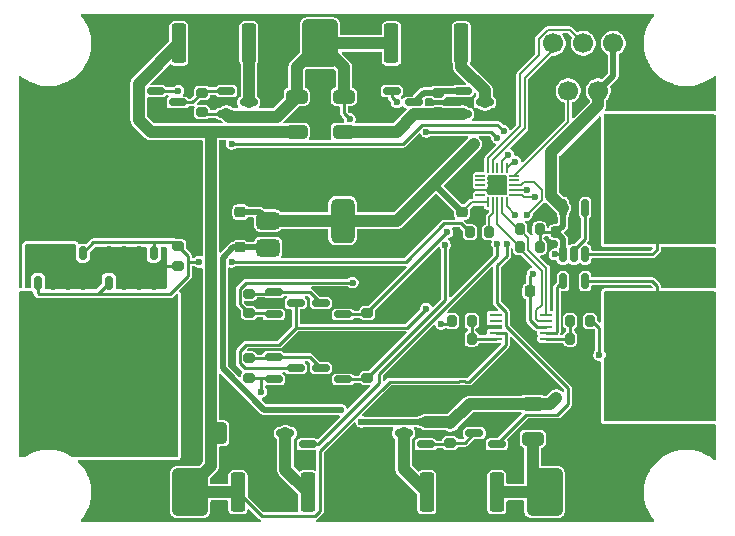
<source format=gtl>
G04 #@! TF.GenerationSoftware,KiCad,Pcbnew,9.0.1*
G04 #@! TF.CreationDate,2025-05-07T20:37:22+02:00*
G04 #@! TF.ProjectId,resistive-BMS-4s,72657369-7374-4697-9665-2d424d532d34,rev?*
G04 #@! TF.SameCoordinates,Original*
G04 #@! TF.FileFunction,Copper,L1,Top*
G04 #@! TF.FilePolarity,Positive*
%FSLAX46Y46*%
G04 Gerber Fmt 4.6, Leading zero omitted, Abs format (unit mm)*
G04 Created by KiCad (PCBNEW 9.0.1) date 2025-05-07 20:37:22*
%MOMM*%
%LPD*%
G01*
G04 APERTURE LIST*
G04 Aperture macros list*
%AMRoundRect*
0 Rectangle with rounded corners*
0 $1 Rounding radius*
0 $2 $3 $4 $5 $6 $7 $8 $9 X,Y pos of 4 corners*
0 Add a 4 corners polygon primitive as box body*
4,1,4,$2,$3,$4,$5,$6,$7,$8,$9,$2,$3,0*
0 Add four circle primitives for the rounded corners*
1,1,$1+$1,$2,$3*
1,1,$1+$1,$4,$5*
1,1,$1+$1,$6,$7*
1,1,$1+$1,$8,$9*
0 Add four rect primitives between the rounded corners*
20,1,$1+$1,$2,$3,$4,$5,0*
20,1,$1+$1,$4,$5,$6,$7,0*
20,1,$1+$1,$6,$7,$8,$9,0*
20,1,$1+$1,$8,$9,$2,$3,0*%
%AMFreePoly0*
4,1,9,2.100000,-2.000000,2.350000,-2.000000,2.350000,-3.500000,-2.350000,-3.500000,-2.350000,-2.000000,-2.100000,-2.000000,-2.100000,1.100000,2.100000,1.100000,2.100000,-2.000000,2.100000,-2.000000,$1*%
G04 Aperture macros list end*
G04 #@! TA.AperFunction,SMDPad,CuDef*
%ADD10RoundRect,0.200000X0.200000X0.275000X-0.200000X0.275000X-0.200000X-0.275000X0.200000X-0.275000X0*%
G04 #@! TD*
G04 #@! TA.AperFunction,ComponentPad*
%ADD11C,0.600000*%
G04 #@! TD*
G04 #@! TA.AperFunction,SMDPad,CuDef*
%ADD12RoundRect,0.375000X-1.125000X-1.625000X1.125000X-1.625000X1.125000X1.625000X-1.125000X1.625000X0*%
G04 #@! TD*
G04 #@! TA.AperFunction,SMDPad,CuDef*
%ADD13RoundRect,0.200000X-0.200000X-0.275000X0.200000X-0.275000X0.200000X0.275000X-0.200000X0.275000X0*%
G04 #@! TD*
G04 #@! TA.AperFunction,ComponentPad*
%ADD14R,1.700000X1.700000*%
G04 #@! TD*
G04 #@! TA.AperFunction,ComponentPad*
%ADD15C,1.700000*%
G04 #@! TD*
G04 #@! TA.AperFunction,SMDPad,CuDef*
%ADD16RoundRect,0.175000X0.175000X0.400000X-0.175000X0.400000X-0.175000X-0.400000X0.175000X-0.400000X0*%
G04 #@! TD*
G04 #@! TA.AperFunction,SMDPad,CuDef*
%ADD17FreePoly0,180.000000*%
G04 #@! TD*
G04 #@! TA.AperFunction,SMDPad,CuDef*
%ADD18RoundRect,0.175000X-0.175000X-0.400000X0.175000X-0.400000X0.175000X0.400000X-0.175000X0.400000X0*%
G04 #@! TD*
G04 #@! TA.AperFunction,SMDPad,CuDef*
%ADD19FreePoly0,0.000000*%
G04 #@! TD*
G04 #@! TA.AperFunction,SMDPad,CuDef*
%ADD20R,1.100000X0.250000*%
G04 #@! TD*
G04 #@! TA.AperFunction,SMDPad,CuDef*
%ADD21RoundRect,0.200000X0.275000X-0.200000X0.275000X0.200000X-0.275000X0.200000X-0.275000X-0.200000X0*%
G04 #@! TD*
G04 #@! TA.AperFunction,SMDPad,CuDef*
%ADD22RoundRect,0.150000X0.587500X0.150000X-0.587500X0.150000X-0.587500X-0.150000X0.587500X-0.150000X0*%
G04 #@! TD*
G04 #@! TA.AperFunction,SMDPad,CuDef*
%ADD23RoundRect,0.250000X0.362500X1.425000X-0.362500X1.425000X-0.362500X-1.425000X0.362500X-1.425000X0*%
G04 #@! TD*
G04 #@! TA.AperFunction,SMDPad,CuDef*
%ADD24RoundRect,0.150000X-0.587500X-0.150000X0.587500X-0.150000X0.587500X0.150000X-0.587500X0.150000X0*%
G04 #@! TD*
G04 #@! TA.AperFunction,SMDPad,CuDef*
%ADD25RoundRect,0.225000X0.250000X-0.225000X0.250000X0.225000X-0.250000X0.225000X-0.250000X-0.225000X0*%
G04 #@! TD*
G04 #@! TA.AperFunction,SMDPad,CuDef*
%ADD26RoundRect,0.250000X-1.425000X0.362500X-1.425000X-0.362500X1.425000X-0.362500X1.425000X0.362500X0*%
G04 #@! TD*
G04 #@! TA.AperFunction,SMDPad,CuDef*
%ADD27RoundRect,0.250000X-0.362500X-1.425000X0.362500X-1.425000X0.362500X1.425000X-0.362500X1.425000X0*%
G04 #@! TD*
G04 #@! TA.AperFunction,SMDPad,CuDef*
%ADD28RoundRect,0.225000X0.225000X0.250000X-0.225000X0.250000X-0.225000X-0.250000X0.225000X-0.250000X0*%
G04 #@! TD*
G04 #@! TA.AperFunction,SMDPad,CuDef*
%ADD29RoundRect,0.250000X-0.650000X0.325000X-0.650000X-0.325000X0.650000X-0.325000X0.650000X0.325000X0*%
G04 #@! TD*
G04 #@! TA.AperFunction,SMDPad,CuDef*
%ADD30RoundRect,0.200000X-0.275000X0.200000X-0.275000X-0.200000X0.275000X-0.200000X0.275000X0.200000X0*%
G04 #@! TD*
G04 #@! TA.AperFunction,SMDPad,CuDef*
%ADD31RoundRect,0.225000X-0.225000X-0.250000X0.225000X-0.250000X0.225000X0.250000X-0.225000X0.250000X0*%
G04 #@! TD*
G04 #@! TA.AperFunction,SMDPad,CuDef*
%ADD32RoundRect,0.750000X-2.250000X-2.250000X2.250000X-2.250000X2.250000X2.250000X-2.250000X2.250000X0*%
G04 #@! TD*
G04 #@! TA.AperFunction,SMDPad,CuDef*
%ADD33RoundRect,0.150000X0.150000X-0.512500X0.150000X0.512500X-0.150000X0.512500X-0.150000X-0.512500X0*%
G04 #@! TD*
G04 #@! TA.AperFunction,SMDPad,CuDef*
%ADD34RoundRect,0.250000X0.650000X-0.325000X0.650000X0.325000X-0.650000X0.325000X-0.650000X-0.325000X0*%
G04 #@! TD*
G04 #@! TA.AperFunction,SMDPad,CuDef*
%ADD35RoundRect,0.250000X-0.325000X-0.650000X0.325000X-0.650000X0.325000X0.650000X-0.325000X0.650000X0*%
G04 #@! TD*
G04 #@! TA.AperFunction,SMDPad,CuDef*
%ADD36RoundRect,0.050000X-0.375000X-0.050000X0.375000X-0.050000X0.375000X0.050000X-0.375000X0.050000X0*%
G04 #@! TD*
G04 #@! TA.AperFunction,SMDPad,CuDef*
%ADD37RoundRect,0.050000X-0.050000X-0.375000X0.050000X-0.375000X0.050000X0.375000X-0.050000X0.375000X0*%
G04 #@! TD*
G04 #@! TA.AperFunction,HeatsinkPad*
%ADD38R,1.650000X1.650000*%
G04 #@! TD*
G04 #@! TA.AperFunction,SMDPad,CuDef*
%ADD39RoundRect,0.150000X0.150000X-0.587500X0.150000X0.587500X-0.150000X0.587500X-0.150000X-0.587500X0*%
G04 #@! TD*
G04 #@! TA.AperFunction,SMDPad,CuDef*
%ADD40RoundRect,0.375000X-0.625000X-0.375000X0.625000X-0.375000X0.625000X0.375000X-0.625000X0.375000X0*%
G04 #@! TD*
G04 #@! TA.AperFunction,SMDPad,CuDef*
%ADD41RoundRect,0.500000X-0.500000X-1.400000X0.500000X-1.400000X0.500000X1.400000X-0.500000X1.400000X0*%
G04 #@! TD*
G04 #@! TA.AperFunction,ViaPad*
%ADD42C,0.600000*%
G04 #@! TD*
G04 #@! TA.AperFunction,Conductor*
%ADD43C,0.250000*%
G04 #@! TD*
G04 #@! TA.AperFunction,Conductor*
%ADD44C,1.000000*%
G04 #@! TD*
G04 #@! TA.AperFunction,Conductor*
%ADD45C,0.500000*%
G04 #@! TD*
G04 #@! TA.AperFunction,Conductor*
%ADD46C,0.200000*%
G04 #@! TD*
G04 APERTURE END LIST*
D10*
X110325000Y-97000000D03*
X108675000Y-97000000D03*
D11*
X84000000Y-117500000D03*
X84000000Y-118500000D03*
X84000000Y-119500000D03*
X84000000Y-120500000D03*
X84500000Y-118000000D03*
X84500000Y-119000000D03*
X84500000Y-120000000D03*
X85000000Y-117500000D03*
X85000000Y-118500000D03*
D12*
X85000000Y-119000000D03*
D11*
X85000000Y-119500000D03*
X85000000Y-120500000D03*
X85500000Y-118000000D03*
X85500000Y-119000000D03*
X85500000Y-120000000D03*
X86000000Y-117500000D03*
X86000000Y-118500000D03*
X86000000Y-119500000D03*
X86000000Y-120500000D03*
D13*
X107175000Y-106000000D03*
X108825000Y-106000000D03*
D14*
X113190000Y-81000000D03*
D15*
X115730000Y-81000000D03*
X118270000Y-81000000D03*
X120810000Y-81000000D03*
D16*
X72095000Y-98725000D03*
X73365000Y-98725000D03*
X74635000Y-98725000D03*
X75905000Y-98725000D03*
D17*
X74000000Y-96000000D03*
D18*
X75905000Y-101275000D03*
X74635000Y-101275000D03*
X73365000Y-101275000D03*
X72095000Y-101275000D03*
D19*
X74000000Y-104000000D03*
D20*
X110850000Y-104000000D03*
X110850000Y-104500000D03*
X110850000Y-105000000D03*
X110850000Y-105500000D03*
X110850000Y-106000000D03*
X115150000Y-106000000D03*
X115150000Y-105500000D03*
X115150000Y-105000000D03*
X115150000Y-104500000D03*
X115150000Y-104000000D03*
D21*
X90000000Y-109325000D03*
X90000000Y-107675000D03*
D10*
X114575000Y-96750000D03*
X112925000Y-96750000D03*
X118825000Y-106000000D03*
X117175000Y-106000000D03*
D13*
X107175000Y-104500000D03*
X108825000Y-104500000D03*
D22*
X110937500Y-114950000D03*
X110937500Y-113050000D03*
X109062500Y-114000000D03*
D23*
X110962500Y-119000000D03*
X105037500Y-119000000D03*
D24*
X108062500Y-85050000D03*
X108062500Y-86950000D03*
X109937500Y-86000000D03*
D25*
X89250000Y-98275000D03*
X89250000Y-96725000D03*
D21*
X90000000Y-103825000D03*
X90000000Y-102175000D03*
D25*
X89250000Y-95275000D03*
X89250000Y-93725000D03*
D26*
X122090000Y-97037500D03*
X122090000Y-102962500D03*
D27*
X89037500Y-119000000D03*
X94962500Y-119000000D03*
D28*
X113775000Y-102000000D03*
X112225000Y-102000000D03*
D29*
X114000000Y-111525000D03*
X114000000Y-114475000D03*
D16*
X78095000Y-98725000D03*
X79365000Y-98725000D03*
X80635000Y-98725000D03*
X81905000Y-98725000D03*
D17*
X80000000Y-96000000D03*
D27*
X102037500Y-81000000D03*
X107962500Y-81000000D03*
D22*
X104937500Y-114950000D03*
X104937500Y-113050000D03*
X103062500Y-114000000D03*
D30*
X107000000Y-113175000D03*
X107000000Y-114825000D03*
D11*
X114000000Y-117500000D03*
X114000000Y-118500000D03*
X114000000Y-119500000D03*
X114000000Y-120500000D03*
X114500000Y-118000000D03*
X114500000Y-119000000D03*
X114500000Y-120000000D03*
X115000000Y-117500000D03*
X115000000Y-118500000D03*
D12*
X115000000Y-119000000D03*
D11*
X115000000Y-119500000D03*
X115000000Y-120500000D03*
X115500000Y-118000000D03*
X115500000Y-119000000D03*
X115500000Y-120000000D03*
X116000000Y-117500000D03*
X116000000Y-118500000D03*
X116000000Y-119500000D03*
X116000000Y-120500000D03*
D24*
X82062500Y-85050000D03*
X82062500Y-86950000D03*
X83937500Y-86000000D03*
D31*
X115975000Y-97000000D03*
X117525000Y-97000000D03*
D21*
X100000000Y-103825000D03*
X100000000Y-102175000D03*
D24*
X92062500Y-102050000D03*
X92062500Y-103950000D03*
X93937500Y-103000000D03*
D25*
X108000000Y-95275000D03*
X108000000Y-93725000D03*
D11*
X71500000Y-85250000D03*
X71500000Y-86250000D03*
X71500000Y-87250000D03*
X71500000Y-88250000D03*
X71500000Y-89250000D03*
X71500000Y-90250000D03*
X72500000Y-85250000D03*
X72500000Y-86250000D03*
X72500000Y-87250000D03*
X72500000Y-88250000D03*
X72500000Y-89250000D03*
X72500000Y-90250000D03*
X73500000Y-85250000D03*
X73500000Y-86250000D03*
X73500000Y-87250000D03*
X73500000Y-88250000D03*
X73500000Y-89250000D03*
X73500000Y-90250000D03*
D32*
X74000000Y-87750000D03*
D11*
X74500000Y-85250000D03*
X74500000Y-86250000D03*
X74500000Y-87250000D03*
X74500000Y-88250000D03*
X74500000Y-89250000D03*
X74500000Y-90250000D03*
X75500000Y-85250000D03*
X75500000Y-86250000D03*
X75500000Y-87250000D03*
X75500000Y-88250000D03*
X75500000Y-89250000D03*
X75500000Y-90250000D03*
X76500000Y-85250000D03*
X76500000Y-86250000D03*
X76500000Y-87250000D03*
X76500000Y-88250000D03*
X76500000Y-89250000D03*
X76500000Y-90250000D03*
D33*
X116550000Y-101137500D03*
X117500000Y-101137500D03*
X118450000Y-101137500D03*
X118450000Y-98862500D03*
X117500000Y-98862500D03*
X116550000Y-98862500D03*
D11*
X123500000Y-107500000D03*
X123500000Y-108500000D03*
X123500000Y-109500000D03*
X123500000Y-110500000D03*
X123500000Y-111500000D03*
X123500000Y-112500000D03*
X124500000Y-107500000D03*
X124500000Y-108500000D03*
X124500000Y-109500000D03*
X124500000Y-110500000D03*
X124500000Y-111500000D03*
X124500000Y-112500000D03*
X125500000Y-107500000D03*
X125500000Y-108500000D03*
X125500000Y-109500000D03*
X125500000Y-110500000D03*
X125500000Y-111500000D03*
X125500000Y-112500000D03*
D32*
X126000000Y-110000000D03*
D11*
X126500000Y-107500000D03*
X126500000Y-108500000D03*
X126500000Y-109500000D03*
X126500000Y-110500000D03*
X126500000Y-111500000D03*
X126500000Y-112500000D03*
X127500000Y-107500000D03*
X127500000Y-108500000D03*
X127500000Y-109500000D03*
X127500000Y-110500000D03*
X127500000Y-111500000D03*
X127500000Y-112500000D03*
X128500000Y-107500000D03*
X128500000Y-108500000D03*
X128500000Y-109500000D03*
X128500000Y-110500000D03*
X128500000Y-111500000D03*
X128500000Y-112500000D03*
D27*
X84037500Y-81000000D03*
X89962500Y-81000000D03*
D21*
X106000000Y-86825000D03*
X106000000Y-85175000D03*
D22*
X97937500Y-103950000D03*
X97937500Y-102050000D03*
X96062500Y-103000000D03*
D34*
X98000000Y-88475000D03*
X98000000Y-85525000D03*
D21*
X100000000Y-109325000D03*
X100000000Y-107675000D03*
D24*
X102062500Y-85050000D03*
X102062500Y-86950000D03*
X103937500Y-86000000D03*
D18*
X81905000Y-101275000D03*
X80635000Y-101275000D03*
X79365000Y-101275000D03*
X78095000Y-101275000D03*
D19*
X80000000Y-104000000D03*
D11*
X71500000Y-109750000D03*
X71500000Y-110750000D03*
X71500000Y-111750000D03*
X71500000Y-112750000D03*
X71500000Y-113750000D03*
X71500000Y-114750000D03*
X72500000Y-109750000D03*
X72500000Y-110750000D03*
X72500000Y-111750000D03*
X72500000Y-112750000D03*
X72500000Y-113750000D03*
X72500000Y-114750000D03*
X73500000Y-109750000D03*
X73500000Y-110750000D03*
X73500000Y-111750000D03*
X73500000Y-112750000D03*
X73500000Y-113750000D03*
X73500000Y-114750000D03*
D32*
X74000000Y-112250000D03*
D11*
X74500000Y-109750000D03*
X74500000Y-110750000D03*
X74500000Y-111750000D03*
X74500000Y-112750000D03*
X74500000Y-113750000D03*
X74500000Y-114750000D03*
X75500000Y-109750000D03*
X75500000Y-110750000D03*
X75500000Y-111750000D03*
X75500000Y-112750000D03*
X75500000Y-113750000D03*
X75500000Y-114750000D03*
X76500000Y-109750000D03*
X76500000Y-110750000D03*
X76500000Y-111750000D03*
X76500000Y-112750000D03*
X76500000Y-113750000D03*
X76500000Y-114750000D03*
D26*
X127000000Y-97037500D03*
X127000000Y-102962500D03*
D22*
X94937500Y-114950000D03*
X94937500Y-113050000D03*
X93062500Y-114000000D03*
D21*
X86000000Y-86825000D03*
X86000000Y-85175000D03*
D35*
X87525000Y-114000000D03*
X90475000Y-114000000D03*
D30*
X84000000Y-98175000D03*
X84000000Y-99825000D03*
D36*
X109550000Y-92200000D03*
X109550000Y-92600000D03*
X109550000Y-93000000D03*
X109550000Y-93400000D03*
X109550000Y-93800000D03*
D37*
X110200000Y-94450000D03*
X110600000Y-94450000D03*
X111000000Y-94450000D03*
X111400000Y-94450000D03*
X111800000Y-94450000D03*
D36*
X112450000Y-93800000D03*
X112450000Y-93400000D03*
X112450000Y-93000000D03*
X112450000Y-92600000D03*
X112450000Y-92200000D03*
D37*
X111800000Y-91550000D03*
X111400000Y-91550000D03*
X111000000Y-91550000D03*
X110600000Y-91550000D03*
X110200000Y-91550000D03*
D38*
X111000000Y-93000000D03*
D39*
X116550000Y-94937500D03*
X118450000Y-94937500D03*
X117500000Y-93062500D03*
D24*
X88062500Y-85050000D03*
X88062500Y-86950000D03*
X89937500Y-86000000D03*
D40*
X91600000Y-93700000D03*
X91600000Y-96000000D03*
D41*
X97900000Y-96000000D03*
D40*
X91600000Y-98300000D03*
D24*
X92062500Y-107550000D03*
X92062500Y-109450000D03*
X93937500Y-108500000D03*
D14*
X114460000Y-85000000D03*
D15*
X117000000Y-85000000D03*
X119540000Y-85000000D03*
D10*
X118825000Y-104500000D03*
X117175000Y-104500000D03*
X114575000Y-98250000D03*
X112925000Y-98250000D03*
D29*
X94000000Y-85525000D03*
X94000000Y-88475000D03*
D11*
X123500000Y-87500000D03*
X123500000Y-88500000D03*
X123500000Y-89500000D03*
X123500000Y-90500000D03*
X123500000Y-91500000D03*
X123500000Y-92500000D03*
X124500000Y-87500000D03*
X124500000Y-88500000D03*
X124500000Y-89500000D03*
X124500000Y-90500000D03*
X124500000Y-91500000D03*
X124500000Y-92500000D03*
X125500000Y-87500000D03*
X125500000Y-88500000D03*
X125500000Y-89500000D03*
X125500000Y-90500000D03*
X125500000Y-91500000D03*
X125500000Y-92500000D03*
D32*
X126000000Y-90000000D03*
D11*
X126500000Y-87500000D03*
X126500000Y-88500000D03*
X126500000Y-89500000D03*
X126500000Y-90500000D03*
X126500000Y-91500000D03*
X126500000Y-92500000D03*
X127500000Y-87500000D03*
X127500000Y-88500000D03*
X127500000Y-89500000D03*
X127500000Y-90500000D03*
X127500000Y-91500000D03*
X127500000Y-92500000D03*
X128500000Y-87500000D03*
X128500000Y-88500000D03*
X128500000Y-89500000D03*
X128500000Y-90500000D03*
X128500000Y-91500000D03*
X128500000Y-92500000D03*
D22*
X97937500Y-109450000D03*
X97937500Y-107550000D03*
X96062500Y-108500000D03*
D11*
X95000000Y-79500000D03*
X95000000Y-80500000D03*
X95000000Y-81500000D03*
X95000000Y-82500000D03*
X95500000Y-80000000D03*
X95500000Y-81000000D03*
X95500000Y-82000000D03*
X96000000Y-79500000D03*
X96000000Y-80500000D03*
D12*
X96000000Y-81000000D03*
D11*
X96000000Y-81500000D03*
X96000000Y-82500000D03*
X96500000Y-80000000D03*
X96500000Y-81000000D03*
X96500000Y-82000000D03*
X97000000Y-79500000D03*
X97000000Y-80500000D03*
X97000000Y-81500000D03*
X97000000Y-82500000D03*
D42*
X104000000Y-102000000D03*
X95500000Y-98500000D03*
X117500000Y-96000000D03*
X88000000Y-110500000D03*
X104500000Y-111250000D03*
X109681851Y-103972178D03*
X109750000Y-105000000D03*
X93000000Y-91500000D03*
X85000000Y-114000000D03*
X108500000Y-100110308D03*
X103000000Y-97750000D03*
X123750000Y-84750000D03*
X99000000Y-106000000D03*
X105500000Y-107500000D03*
X117500000Y-100100000D03*
X119750000Y-119250000D03*
X103000000Y-108750000D03*
X113000000Y-103750000D03*
X85500000Y-94500000D03*
X124000000Y-115000000D03*
X82250000Y-86250000D03*
X90500000Y-116500000D03*
X85250000Y-103250000D03*
X95000000Y-114000000D03*
X105750000Y-94500000D03*
X109000000Y-91500000D03*
X90750000Y-105750000D03*
X96250000Y-85500000D03*
X100500000Y-119750000D03*
X108000000Y-110482207D03*
X96750000Y-102000000D03*
X111750000Y-101000000D03*
X92750000Y-83250000D03*
X103000000Y-91250000D03*
X108000000Y-92750000D03*
X88250000Y-96750000D03*
X93250000Y-113000000D03*
X78750000Y-118250000D03*
X95500000Y-110250000D03*
X99500000Y-83250000D03*
X115250000Y-95500000D03*
X98500000Y-87400000D03*
X98750000Y-101250000D03*
X91000000Y-110500000D03*
X100451000Y-88500000D03*
X99750000Y-88500000D03*
X115500000Y-111500000D03*
X99500000Y-113050000D03*
X97750000Y-112000000D03*
X116000000Y-111000000D03*
X119625000Y-107375000D03*
X115551000Y-91000000D03*
X115862500Y-98862500D03*
X109000120Y-89500120D03*
X115551000Y-90250000D03*
X108375000Y-90125000D03*
X114000000Y-100500000D03*
X112500000Y-95500000D03*
X111000000Y-98000000D03*
X111525046Y-88390823D03*
X84000000Y-85000000D03*
X114150000Y-94000000D03*
X88500000Y-89500000D03*
X113500000Y-93400000D03*
X102500000Y-86000000D03*
X105000000Y-88500000D03*
X111000000Y-89000000D03*
X111800003Y-98000000D03*
X113500000Y-95500000D03*
X88500000Y-99500000D03*
X85750000Y-99500000D03*
X104970558Y-103470558D03*
X106250000Y-104750000D03*
X111934313Y-90434313D03*
X106566942Y-98066942D03*
X112500000Y-91000000D03*
X106750000Y-97000000D03*
D43*
X108624000Y-109626000D02*
X111726000Y-106524000D01*
X91038500Y-121001000D02*
X95570514Y-121001000D01*
X96000000Y-120571514D02*
X96000000Y-115500000D01*
D44*
X85000000Y-118500000D02*
X85000000Y-119000000D01*
D43*
X107738702Y-109626000D02*
X107740702Y-109624000D01*
D44*
X85000000Y-119000000D02*
X89037500Y-119000000D01*
X81642348Y-88475000D02*
X86750000Y-88475000D01*
X84037500Y-81000000D02*
X80624000Y-84413500D01*
D43*
X108259298Y-109624000D02*
X108261298Y-109626000D01*
X101874000Y-109626000D02*
X107738702Y-109626000D01*
X89037500Y-119000000D02*
X91038500Y-121001000D01*
D44*
X86750000Y-88475000D02*
X94000000Y-88475000D01*
D43*
X108261298Y-109626000D02*
X108624000Y-109626000D01*
D44*
X86750000Y-116750000D02*
X85000000Y-118500000D01*
D43*
X95570514Y-121001000D02*
X96000000Y-120571514D01*
X107740702Y-109624000D02*
X108259298Y-109624000D01*
D44*
X80624000Y-87456652D02*
X81642348Y-88475000D01*
D43*
X96000000Y-115500000D02*
X101874000Y-109626000D01*
X111726000Y-105549000D02*
X111677000Y-105500000D01*
D44*
X80624000Y-84413500D02*
X80624000Y-87456652D01*
D43*
X111726000Y-106524000D02*
X111726000Y-105549000D01*
D44*
X86750000Y-88475000D02*
X86750000Y-116750000D01*
D43*
X111677000Y-105500000D02*
X110850000Y-105500000D01*
D45*
X96000000Y-82000000D02*
X96000000Y-81000000D01*
D43*
X91937500Y-103825000D02*
X92062500Y-103950000D01*
D44*
X98000000Y-85525000D02*
X98000000Y-83000000D01*
D43*
X89199000Y-103024000D02*
X90000000Y-103825000D01*
X90000000Y-103825000D02*
X91937500Y-103825000D01*
X88062500Y-86950000D02*
X86125000Y-86950000D01*
D44*
X102037500Y-81000000D02*
X96000000Y-81000000D01*
D43*
X89700582Y-101250000D02*
X89199000Y-101751582D01*
D44*
X88062500Y-86950000D02*
X88313499Y-87200999D01*
X94000000Y-83000000D02*
X96000000Y-81000000D01*
X94000000Y-85525000D02*
X94000000Y-83000000D01*
D43*
X89199000Y-101751582D02*
X89199000Y-103024000D01*
D45*
X96000000Y-81500000D02*
X96000000Y-81000000D01*
D43*
X98750000Y-101250000D02*
X89700582Y-101250000D01*
X98000000Y-85525000D02*
X98000000Y-86900000D01*
D44*
X92324001Y-87200999D02*
X94000000Y-85525000D01*
D45*
X96000000Y-81000000D02*
X97000000Y-82000000D01*
D43*
X86125000Y-86950000D02*
X86000000Y-86825000D01*
X98000000Y-86900000D02*
X98500000Y-87400000D01*
D44*
X88313499Y-87200999D02*
X92324001Y-87200999D01*
X98000000Y-83000000D02*
X96000000Y-81000000D01*
X108011500Y-87001000D02*
X103956652Y-87001000D01*
D43*
X91000000Y-110500000D02*
X91000000Y-109325000D01*
D44*
X114000000Y-114475000D02*
X114000000Y-118000000D01*
X114000000Y-118000000D02*
X115000000Y-119000000D01*
X110962500Y-119000000D02*
X115000000Y-119000000D01*
X108062500Y-86950000D02*
X108011500Y-87001000D01*
D43*
X91937500Y-109325000D02*
X92062500Y-109450000D01*
X91000000Y-109325000D02*
X91937500Y-109325000D01*
D44*
X103956652Y-87001000D02*
X102482652Y-88475000D01*
D43*
X90000000Y-109325000D02*
X91000000Y-109325000D01*
D44*
X102482652Y-88475000D02*
X98000000Y-88475000D01*
X107000000Y-113175000D02*
X108650000Y-111525000D01*
X106875000Y-113050000D02*
X107000000Y-113175000D01*
D43*
X124137500Y-98862500D02*
X124500000Y-98500000D01*
X119625000Y-105125000D02*
X119000000Y-104500000D01*
D45*
X89250000Y-98275000D02*
X91575000Y-98275000D01*
X91273804Y-112000000D02*
X87749000Y-108475196D01*
D43*
X119625000Y-107375000D02*
X119625000Y-105125000D01*
D44*
X104937500Y-113050000D02*
X106875000Y-113050000D01*
X115475000Y-111525000D02*
X115500000Y-111500000D01*
X108650000Y-111525000D02*
X114000000Y-111525000D01*
D43*
X118450000Y-98862500D02*
X124137500Y-98862500D01*
D45*
X99500000Y-113050000D02*
X104937500Y-113050000D01*
X97750000Y-112000000D02*
X91273804Y-112000000D01*
X87749000Y-108475196D02*
X87749000Y-99188925D01*
D44*
X115500000Y-111500000D02*
X116000000Y-111000000D01*
D45*
X88662925Y-98275000D02*
X89250000Y-98275000D01*
D43*
X119000000Y-104500000D02*
X118825000Y-104500000D01*
X124500000Y-98500000D02*
X124500000Y-97500000D01*
D45*
X87749000Y-99188925D02*
X88662925Y-98275000D01*
D44*
X114000000Y-111525000D02*
X115475000Y-111525000D01*
D43*
X114825000Y-97000000D02*
X114575000Y-96750000D01*
D44*
X115551000Y-90231786D02*
X119540000Y-86242786D01*
D43*
X115862500Y-98862500D02*
X116550000Y-98862500D01*
D44*
X115551000Y-93938500D02*
X116550000Y-94937500D01*
D45*
X116550000Y-94937500D02*
X116550000Y-96425000D01*
X108000000Y-95275000D02*
X108000000Y-95250000D01*
X89250000Y-95275000D02*
X90875000Y-95275000D01*
D43*
X115975000Y-97000000D02*
X114825000Y-97000000D01*
D44*
X119540000Y-86242786D02*
X119540000Y-85000000D01*
D45*
X120810000Y-81000000D02*
X120810000Y-83730000D01*
D44*
X91600000Y-96000000D02*
X97900000Y-96000000D01*
X97900000Y-96000000D02*
X102500000Y-96000000D01*
D46*
X108825000Y-94450000D02*
X110200000Y-94450000D01*
D43*
X114323000Y-105000000D02*
X115150000Y-105000000D01*
X114575000Y-98250000D02*
X114575000Y-96750000D01*
D45*
X116550000Y-97575000D02*
X115975000Y-97000000D01*
D44*
X109000120Y-89500120D02*
X109000000Y-89500000D01*
D43*
X113775000Y-102000000D02*
X113775000Y-104452000D01*
D44*
X115551000Y-90250000D02*
X115551000Y-93938500D01*
X115551000Y-90250000D02*
X115551000Y-90231786D01*
D45*
X90875000Y-95275000D02*
X91600000Y-96000000D01*
D43*
X113775000Y-100725000D02*
X114000000Y-100500000D01*
D44*
X105625000Y-92875000D02*
X108999880Y-89500120D01*
D46*
X108000000Y-95275000D02*
X108825000Y-94450000D01*
D45*
X108000000Y-95250000D02*
X105625000Y-92875000D01*
D44*
X108999880Y-89500120D02*
X109000120Y-89500120D01*
D45*
X116550000Y-98862500D02*
X116550000Y-97575000D01*
X120810000Y-83730000D02*
X119540000Y-85000000D01*
X116550000Y-96425000D02*
X115975000Y-97000000D01*
D43*
X113775000Y-104452000D02*
X114323000Y-105000000D01*
D44*
X102500000Y-96000000D02*
X105625000Y-92875000D01*
D43*
X113775000Y-102000000D02*
X113775000Y-100725000D01*
D46*
X117000000Y-87650000D02*
X112450000Y-92200000D01*
X117000000Y-85000000D02*
X117000000Y-87650000D01*
X113309000Y-88191000D02*
X113309000Y-83941000D01*
X110600000Y-90900000D02*
X113309000Y-88191000D01*
X110600000Y-91550000D02*
X110600000Y-90900000D01*
X113309000Y-83941000D02*
X115730000Y-81520000D01*
X115730000Y-81520000D02*
X115730000Y-81000000D01*
X115253240Y-79849000D02*
X114500000Y-80602240D01*
X112908000Y-88024900D02*
X110200000Y-90732900D01*
X114500000Y-80602240D02*
X114500000Y-82000000D01*
X112908000Y-83592000D02*
X112908000Y-88024900D01*
X114500000Y-82000000D02*
X112908000Y-83592000D01*
X110200000Y-90732900D02*
X110200000Y-91550000D01*
X118270000Y-81000000D02*
X117119000Y-79849000D01*
X117119000Y-79849000D02*
X115253240Y-79849000D01*
D43*
X124500000Y-101500000D02*
X124500000Y-102500000D01*
X118450000Y-101137500D02*
X124137500Y-101137500D01*
X124137500Y-101137500D02*
X124500000Y-101500000D01*
X85175000Y-86000000D02*
X86000000Y-85175000D01*
X88062500Y-85050000D02*
X86125000Y-85050000D01*
X83937500Y-86000000D02*
X85175000Y-86000000D01*
X86125000Y-85050000D02*
X86000000Y-85175000D01*
D44*
X89962500Y-85975000D02*
X89937500Y-86000000D01*
X89962500Y-81000000D02*
X89962500Y-85975000D01*
X107962500Y-81000000D02*
X107962500Y-83004848D01*
X109937500Y-84979848D02*
X109937500Y-86000000D01*
X107962500Y-83004848D02*
X109937500Y-84979848D01*
D45*
X108062500Y-85050000D02*
X106125000Y-85050000D01*
X104762500Y-85175000D02*
X103937500Y-86000000D01*
X106000000Y-85175000D02*
X104762500Y-85175000D01*
X106125000Y-85050000D02*
X106000000Y-85175000D01*
D43*
X107000000Y-114825000D02*
X108237500Y-114825000D01*
X106875000Y-114950000D02*
X107000000Y-114825000D01*
X108237500Y-114825000D02*
X109062500Y-114000000D01*
X104937500Y-114950000D02*
X106875000Y-114950000D01*
D44*
X103062500Y-114000000D02*
X103062500Y-117025000D01*
X103062500Y-117025000D02*
X105037500Y-119000000D01*
D43*
X111000000Y-98000000D02*
X111000000Y-99000000D01*
D46*
X111800000Y-94800000D02*
X112500000Y-95500000D01*
D43*
X101000000Y-109000000D02*
X101000000Y-109750000D01*
X95800000Y-114950000D02*
X94937500Y-114950000D01*
D46*
X111800000Y-94450000D02*
X111800000Y-94800000D01*
D43*
X101000000Y-109750000D02*
X95800000Y-114950000D01*
X111000000Y-99000000D02*
X101000000Y-109000000D01*
D44*
X94962500Y-119000000D02*
X93062500Y-117100000D01*
X93062500Y-117100000D02*
X93062500Y-114000000D01*
D43*
X111525046Y-88390823D02*
X111008223Y-87874000D01*
X83950000Y-85050000D02*
X84000000Y-85000000D01*
X103000000Y-89500000D02*
X88500000Y-89500000D01*
X104626000Y-87874000D02*
X103000000Y-89500000D01*
X111008223Y-87874000D02*
X104626000Y-87874000D01*
X82062500Y-85050000D02*
X83950000Y-85050000D01*
D46*
X113050000Y-93800000D02*
X113250000Y-94000000D01*
X113250000Y-94000000D02*
X114150000Y-94000000D01*
X112450000Y-93800000D02*
X113050000Y-93800000D01*
X114150000Y-93971540D02*
X114121540Y-94000000D01*
D43*
X110500000Y-88500000D02*
X111000000Y-89000000D01*
D46*
X113500000Y-93400000D02*
X112450000Y-93400000D01*
D43*
X102062500Y-85050000D02*
X102062500Y-85562500D01*
X102062500Y-85562500D02*
X102500000Y-86000000D01*
X105000000Y-88500000D02*
X110500000Y-88500000D01*
D46*
X113000000Y-93000000D02*
X112450000Y-93000000D01*
D43*
X116074000Y-112426000D02*
X117000000Y-111500000D01*
X111750000Y-104935190D02*
X111750000Y-103750000D01*
D46*
X114099943Y-92750000D02*
X113250000Y-92750000D01*
D43*
X110937500Y-114950000D02*
X113461500Y-112426000D01*
D46*
X113250000Y-92750000D02*
X113000000Y-93000000D01*
D43*
X113461500Y-112426000D02*
X116074000Y-112426000D01*
D46*
X114750000Y-94250000D02*
X114750000Y-93400057D01*
D43*
X111000000Y-99801227D02*
X111800003Y-99001224D01*
X111000000Y-103000000D02*
X111000000Y-99801227D01*
X111800003Y-99001224D02*
X111800003Y-98000000D01*
D46*
X113500000Y-95500000D02*
X114750000Y-94250000D01*
D43*
X117000000Y-111500000D02*
X117000000Y-110185190D01*
D46*
X114750000Y-93400057D02*
X114099943Y-92750000D01*
D43*
X117000000Y-110185190D02*
X111750000Y-104935190D01*
X111750000Y-103750000D02*
X111000000Y-103000000D01*
X84000000Y-99825000D02*
X82675000Y-99825000D01*
X77194000Y-102176000D02*
X78095000Y-101275000D01*
X85750000Y-99500000D02*
X84801000Y-99500000D01*
X76806000Y-97824000D02*
X81905000Y-97824000D01*
X77194000Y-102176000D02*
X83324000Y-102176000D01*
X84801000Y-99500000D02*
X84801000Y-98976000D01*
X72095000Y-102095000D02*
X72176000Y-102176000D01*
X72095000Y-101275000D02*
X72095000Y-102095000D01*
X81905000Y-97824000D02*
X81905000Y-98725000D01*
X107915702Y-96240702D02*
X108675000Y-97000000D01*
X84801000Y-100699000D02*
X84801000Y-99500000D01*
X88500000Y-99500000D02*
X103250000Y-99500000D01*
X83649000Y-97824000D02*
X84000000Y-98175000D01*
X106509298Y-96240702D02*
X107915702Y-96240702D01*
X72176000Y-102176000D02*
X77194000Y-102176000D01*
X75905000Y-98725000D02*
X76806000Y-97824000D01*
X81905000Y-97824000D02*
X83649000Y-97824000D01*
X83324000Y-102176000D02*
X84801000Y-100699000D01*
X84801000Y-98976000D02*
X84000000Y-98175000D01*
X103250000Y-99500000D02*
X106509298Y-96240702D01*
X95112500Y-107550000D02*
X96062500Y-108500000D01*
X91937500Y-107675000D02*
X92062500Y-107550000D01*
X90000000Y-107675000D02*
X91937500Y-107675000D01*
X92062500Y-107550000D02*
X95112500Y-107550000D01*
X106250000Y-104750000D02*
X106925000Y-104750000D01*
X104970558Y-103470558D02*
X103378616Y-105062500D01*
X89750000Y-106500000D02*
X92500000Y-106500000D01*
X92500000Y-106500000D02*
X93937500Y-105062500D01*
X89199000Y-108098418D02*
X89199000Y-107051000D01*
X93937500Y-105062500D02*
X93937500Y-103000000D01*
X89600582Y-108500000D02*
X89199000Y-108098418D01*
X106925000Y-104750000D02*
X107175000Y-104500000D01*
X93937500Y-108500000D02*
X89600582Y-108500000D01*
X103378616Y-105062500D02*
X93937500Y-105062500D01*
X89199000Y-107051000D02*
X89750000Y-106500000D01*
D46*
X111400000Y-91550000D02*
X111400000Y-90968626D01*
D43*
X106566942Y-98066942D02*
X106566942Y-102758058D01*
X99875000Y-109450000D02*
X100000000Y-109325000D01*
X97937500Y-109450000D02*
X99875000Y-109450000D01*
X106566942Y-102758058D02*
X100000000Y-109325000D01*
D46*
X111400000Y-90968626D02*
X111934313Y-90434313D01*
D43*
X90000000Y-102175000D02*
X91937500Y-102175000D01*
X95112500Y-102050000D02*
X92062500Y-102050000D01*
X91937500Y-102175000D02*
X92062500Y-102050000D01*
X96062500Y-103000000D02*
X95112500Y-102050000D01*
X100000000Y-103750000D02*
X100000000Y-103825000D01*
X99875000Y-103950000D02*
X100000000Y-103825000D01*
D46*
X111800000Y-91550000D02*
X112350000Y-91000000D01*
D43*
X106750000Y-97000000D02*
X100000000Y-103750000D01*
D46*
X112350000Y-91000000D02*
X112500000Y-91000000D01*
D43*
X97937500Y-103950000D02*
X99875000Y-103950000D01*
X108825000Y-104500000D02*
X108825000Y-105500000D01*
X110850000Y-106000000D02*
X108825000Y-106000000D01*
X117175000Y-104500000D02*
X117175000Y-106000000D01*
X117175000Y-106000000D02*
X115150000Y-106000000D01*
D46*
X110600000Y-94450000D02*
X110600000Y-95400000D01*
X110600000Y-95400000D02*
X110325000Y-95675000D01*
X110325000Y-95675000D02*
X110325000Y-97000000D01*
X112749999Y-96750000D02*
X112925000Y-96750000D01*
X113626000Y-98490064D02*
X113626000Y-97451000D01*
X115150000Y-100000000D02*
X115150000Y-104000000D01*
X115135936Y-100000000D02*
X113626000Y-98490064D01*
X111400000Y-94450000D02*
X111400000Y-95400001D01*
X113626000Y-97451000D02*
X112925000Y-96750000D01*
X115150000Y-100000000D02*
X115135936Y-100000000D01*
X111400000Y-95400001D02*
X112749999Y-96750000D01*
X111000000Y-96325000D02*
X111000000Y-94450000D01*
X115150000Y-104500000D02*
X114425454Y-104500000D01*
X114425454Y-104500000D02*
X114299000Y-104373546D01*
X112925000Y-98425000D02*
X112925000Y-98250000D01*
X112925000Y-98250000D02*
X111000000Y-96325000D01*
X114749000Y-100251000D02*
X114750000Y-100250000D01*
X114299000Y-104373546D02*
X114299000Y-103574000D01*
X114749000Y-103124000D02*
X114749000Y-100251000D01*
X114299000Y-103574000D02*
X114749000Y-103124000D01*
X114750000Y-100250000D02*
X112925000Y-98425000D01*
D43*
X116550000Y-101137500D02*
X116026000Y-101661500D01*
X116026000Y-105451000D02*
X115977000Y-105500000D01*
X116026000Y-101661500D02*
X116026000Y-105451000D01*
X115977000Y-105500000D02*
X115150000Y-105500000D01*
X118450000Y-94937500D02*
X118450000Y-97522678D01*
X118450000Y-97522678D02*
X117500000Y-98472678D01*
X117500000Y-98472678D02*
X117500000Y-98862500D01*
G04 #@! TA.AperFunction,Conductor*
G36*
X71661145Y-102019685D02*
G01*
X71666954Y-102023655D01*
X71668348Y-102024667D01*
X71711034Y-102079980D01*
X71719500Y-102125012D01*
X71719500Y-102144435D01*
X71745090Y-102239938D01*
X71794525Y-102325562D01*
X71794526Y-102325563D01*
X71875525Y-102406562D01*
X71945438Y-102476475D01*
X72031059Y-102525908D01*
X72031062Y-102525910D01*
X72078811Y-102538705D01*
X72078812Y-102538705D01*
X72088903Y-102541408D01*
X72126564Y-102551500D01*
X72126565Y-102551500D01*
X72126566Y-102551500D01*
X83373435Y-102551500D01*
X83373436Y-102551500D01*
X83421186Y-102538705D01*
X83468938Y-102525910D01*
X83554562Y-102476475D01*
X83624475Y-102406562D01*
X83788319Y-102242718D01*
X83849642Y-102209233D01*
X83919334Y-102214217D01*
X83975267Y-102256089D01*
X83999684Y-102321553D01*
X84000000Y-102330399D01*
X84000000Y-115876000D01*
X83980315Y-115943039D01*
X83927511Y-115988794D01*
X83876000Y-116000000D01*
X75028526Y-116000000D01*
X74961487Y-115980315D01*
X74959636Y-115979102D01*
X74853275Y-115908034D01*
X74853247Y-115908017D01*
X74541276Y-115741264D01*
X74541271Y-115741262D01*
X74214436Y-115605882D01*
X73875895Y-115503188D01*
X73875884Y-115503185D01*
X73528946Y-115434176D01*
X73528929Y-115434173D01*
X73262700Y-115407952D01*
X73176881Y-115399500D01*
X72823119Y-115399500D01*
X72743748Y-115407317D01*
X72471070Y-115434173D01*
X72471053Y-115434176D01*
X72124115Y-115503185D01*
X72124104Y-115503188D01*
X71785563Y-115605882D01*
X71458728Y-115741262D01*
X71458723Y-115741264D01*
X71146752Y-115908017D01*
X71146724Y-115908034D01*
X71040364Y-115979102D01*
X70973687Y-115999980D01*
X70971474Y-116000000D01*
X70624500Y-116000000D01*
X70557461Y-115980315D01*
X70511706Y-115927511D01*
X70500500Y-115876000D01*
X70500500Y-102124000D01*
X70520185Y-102056961D01*
X70572989Y-102011206D01*
X70624500Y-102000000D01*
X71594106Y-102000000D01*
X71661145Y-102019685D01*
G37*
G04 #@! TD.AperFunction*
G04 #@! TA.AperFunction,Conductor*
G36*
X129442539Y-87019685D02*
G01*
X129488294Y-87072489D01*
X129499500Y-87124000D01*
X129499500Y-97876000D01*
X129479815Y-97943039D01*
X129427011Y-97988794D01*
X129375500Y-98000000D01*
X120124000Y-98000000D01*
X120056961Y-97980315D01*
X120011206Y-97927511D01*
X120000000Y-97876000D01*
X120000000Y-87124000D01*
X120019685Y-87056961D01*
X120072489Y-87011206D01*
X120124000Y-87000000D01*
X129375500Y-87000000D01*
X129442539Y-87019685D01*
G37*
G04 #@! TD.AperFunction*
G04 #@! TA.AperFunction,Conductor*
G36*
X75282736Y-98019685D02*
G01*
X75328491Y-98072489D01*
X75338435Y-98141647D01*
X75326182Y-98180292D01*
X75322635Y-98187253D01*
X75320279Y-98191877D01*
X75304500Y-98291506D01*
X75304500Y-99158493D01*
X75320279Y-99258121D01*
X75320280Y-99258124D01*
X75320281Y-99258126D01*
X75381472Y-99378220D01*
X75381473Y-99378221D01*
X75381476Y-99378225D01*
X75476774Y-99473523D01*
X75476778Y-99473526D01*
X75476780Y-99473528D01*
X75596874Y-99534719D01*
X75596876Y-99534719D01*
X75596878Y-99534720D01*
X75696507Y-99550500D01*
X75696512Y-99550500D01*
X76113493Y-99550500D01*
X76213121Y-99534720D01*
X76213121Y-99534719D01*
X76213126Y-99534719D01*
X76333220Y-99473528D01*
X76428528Y-99378220D01*
X76489719Y-99258126D01*
X76489720Y-99258121D01*
X76505500Y-99158493D01*
X76505500Y-98706899D01*
X76525185Y-98639860D01*
X76541819Y-98619218D01*
X76925218Y-98235819D01*
X76986541Y-98202334D01*
X77012899Y-98199500D01*
X81180500Y-98199500D01*
X81247539Y-98219185D01*
X81293294Y-98271989D01*
X81304500Y-98323500D01*
X81304500Y-99158493D01*
X81320279Y-99258121D01*
X81320280Y-99258124D01*
X81320281Y-99258126D01*
X81381472Y-99378220D01*
X81381473Y-99378221D01*
X81381476Y-99378225D01*
X81476774Y-99473523D01*
X81476778Y-99473526D01*
X81476780Y-99473528D01*
X81596874Y-99534719D01*
X81596876Y-99534719D01*
X81596878Y-99534720D01*
X81696507Y-99550500D01*
X81696512Y-99550500D01*
X82113493Y-99550500D01*
X82213121Y-99534720D01*
X82213121Y-99534719D01*
X82213126Y-99534719D01*
X82333220Y-99473528D01*
X82428528Y-99378220D01*
X82489719Y-99258126D01*
X82489720Y-99258121D01*
X82505500Y-99158493D01*
X82505500Y-98323500D01*
X82508050Y-98314814D01*
X82506762Y-98305853D01*
X82517740Y-98281812D01*
X82525185Y-98256461D01*
X82532025Y-98250533D01*
X82535787Y-98242297D01*
X82558021Y-98228007D01*
X82577989Y-98210706D01*
X82588503Y-98208418D01*
X82594565Y-98204523D01*
X82629500Y-98199500D01*
X82876000Y-98199500D01*
X82943039Y-98219185D01*
X82988794Y-98271989D01*
X83000000Y-98323500D01*
X83000000Y-101676500D01*
X82980315Y-101743539D01*
X82927511Y-101789294D01*
X82876000Y-101800500D01*
X78819500Y-101800500D01*
X78752461Y-101780815D01*
X78706706Y-101728011D01*
X78695500Y-101676500D01*
X78695500Y-100841506D01*
X78679720Y-100741878D01*
X78679719Y-100741876D01*
X78679719Y-100741874D01*
X78618528Y-100621780D01*
X78618526Y-100621778D01*
X78618523Y-100621774D01*
X78523225Y-100526476D01*
X78523221Y-100526473D01*
X78523220Y-100526472D01*
X78403126Y-100465281D01*
X78403124Y-100465280D01*
X78403121Y-100465279D01*
X78303493Y-100449500D01*
X78303488Y-100449500D01*
X77886512Y-100449500D01*
X77886507Y-100449500D01*
X77786878Y-100465279D01*
X77666778Y-100526473D01*
X77666774Y-100526476D01*
X77571476Y-100621774D01*
X77571473Y-100621778D01*
X77510279Y-100741878D01*
X77494500Y-100841506D01*
X77494500Y-101293101D01*
X77474815Y-101360140D01*
X77458181Y-101380782D01*
X77074782Y-101764181D01*
X77013459Y-101797666D01*
X76987101Y-101800500D01*
X72819500Y-101800500D01*
X72752461Y-101780815D01*
X72706706Y-101728011D01*
X72695500Y-101676500D01*
X72695500Y-100841506D01*
X72679720Y-100741878D01*
X72679719Y-100741876D01*
X72679719Y-100741874D01*
X72618528Y-100621780D01*
X72618526Y-100621778D01*
X72618523Y-100621774D01*
X72523225Y-100526476D01*
X72523221Y-100526473D01*
X72523220Y-100526472D01*
X72403126Y-100465281D01*
X72403124Y-100465280D01*
X72403121Y-100465279D01*
X72303493Y-100449500D01*
X72303488Y-100449500D01*
X71886512Y-100449500D01*
X71886507Y-100449500D01*
X71786878Y-100465279D01*
X71666778Y-100526473D01*
X71666774Y-100526476D01*
X71571476Y-100621774D01*
X71571473Y-100621778D01*
X71510279Y-100741878D01*
X71494500Y-100841506D01*
X71494500Y-101620500D01*
X71491949Y-101629185D01*
X71493238Y-101638147D01*
X71482259Y-101662187D01*
X71474815Y-101687539D01*
X71467974Y-101693466D01*
X71464213Y-101701703D01*
X71441978Y-101715992D01*
X71422011Y-101733294D01*
X71411496Y-101735581D01*
X71405435Y-101739477D01*
X71370500Y-101744500D01*
X71124000Y-101744500D01*
X71056961Y-101724815D01*
X71011206Y-101672011D01*
X71000000Y-101620500D01*
X71000000Y-98124000D01*
X71019685Y-98056961D01*
X71072489Y-98011206D01*
X71124000Y-98000000D01*
X75215697Y-98000000D01*
X75282736Y-98019685D01*
G37*
G04 #@! TD.AperFunction*
G04 #@! TA.AperFunction,Conductor*
G36*
X129442539Y-102019685D02*
G01*
X129488294Y-102072489D01*
X129499500Y-102124000D01*
X129499500Y-112876000D01*
X129479815Y-112943039D01*
X129427011Y-112988794D01*
X129375500Y-113000000D01*
X120124000Y-113000000D01*
X120056961Y-112980315D01*
X120011206Y-112927511D01*
X120000000Y-112876000D01*
X120000000Y-107829886D01*
X120019685Y-107762847D01*
X120036319Y-107742205D01*
X120065509Y-107713015D01*
X120137984Y-107587485D01*
X120175500Y-107447475D01*
X120175500Y-107302525D01*
X120137984Y-107162515D01*
X120065509Y-107036985D01*
X120036819Y-107008295D01*
X120003334Y-106946972D01*
X120000500Y-106920614D01*
X120000500Y-105071272D01*
X120000000Y-105063642D01*
X120000000Y-102124000D01*
X120019685Y-102056961D01*
X120072489Y-102011206D01*
X120124000Y-102000000D01*
X129375500Y-102000000D01*
X129442539Y-102019685D01*
G37*
G04 #@! TD.AperFunction*
G04 #@! TA.AperFunction,Conductor*
G36*
X85384869Y-99844407D02*
G01*
X85396681Y-99854496D01*
X85442684Y-99900499D01*
X85442690Y-99900503D01*
X85556810Y-99966390D01*
X85556808Y-99966390D01*
X85556812Y-99966391D01*
X85556814Y-99966392D01*
X85684108Y-100000500D01*
X85684110Y-100000500D01*
X85815890Y-100000500D01*
X85815892Y-100000500D01*
X85924879Y-99971297D01*
X85985978Y-99974500D01*
X86033528Y-100013005D01*
X86049500Y-100066924D01*
X86049500Y-116418835D01*
X86030593Y-116477026D01*
X86020504Y-116488839D01*
X85738839Y-116770504D01*
X85684322Y-116798281D01*
X85668835Y-116799500D01*
X83837279Y-116799500D01*
X83724767Y-116814312D01*
X83724761Y-116814314D01*
X83584768Y-116872301D01*
X83464551Y-116964547D01*
X83464547Y-116964551D01*
X83372301Y-117084768D01*
X83314314Y-117224761D01*
X83314312Y-117224767D01*
X83299500Y-117337279D01*
X83299500Y-120662720D01*
X83314312Y-120775232D01*
X83314314Y-120775238D01*
X83355843Y-120875499D01*
X83372302Y-120915233D01*
X83464549Y-121035451D01*
X83584767Y-121127698D01*
X83724764Y-121185687D01*
X83837280Y-121200500D01*
X83837281Y-121200500D01*
X86162719Y-121200500D01*
X86162720Y-121200500D01*
X86275236Y-121185687D01*
X86415233Y-121127698D01*
X86535451Y-121035451D01*
X86627698Y-120915233D01*
X86685687Y-120775236D01*
X86700500Y-120662720D01*
X86700500Y-119799500D01*
X86719407Y-119741309D01*
X86768907Y-119705345D01*
X86799500Y-119700500D01*
X88125500Y-119700500D01*
X88183691Y-119719407D01*
X88219655Y-119768907D01*
X88224500Y-119799500D01*
X88224500Y-120479274D01*
X88227353Y-120509694D01*
X88227355Y-120509703D01*
X88272207Y-120637883D01*
X88352845Y-120747144D01*
X88352847Y-120747146D01*
X88352850Y-120747150D01*
X88352853Y-120747152D01*
X88352855Y-120747154D01*
X88462116Y-120827792D01*
X88462117Y-120827792D01*
X88462118Y-120827793D01*
X88590301Y-120872646D01*
X88620725Y-120875499D01*
X88620727Y-120875500D01*
X88620734Y-120875500D01*
X89454273Y-120875500D01*
X89454273Y-120875499D01*
X89484699Y-120872646D01*
X89612882Y-120827793D01*
X89722150Y-120747150D01*
X89802793Y-120637882D01*
X89847646Y-120509699D01*
X89848494Y-120500655D01*
X89872748Y-120444485D01*
X89925388Y-120413297D01*
X89986306Y-120419007D01*
X90017065Y-120439892D01*
X90778035Y-121200862D01*
X90778034Y-121200862D01*
X90838635Y-121261462D01*
X90838638Y-121261465D01*
X90912862Y-121304318D01*
X90914936Y-121304873D01*
X90916225Y-121305710D01*
X90918857Y-121306801D01*
X90918654Y-121307288D01*
X90966250Y-121338198D01*
X90988176Y-121395319D01*
X90972340Y-121454420D01*
X90924790Y-121492925D01*
X90889312Y-121499500D01*
X75815795Y-121499500D01*
X75757604Y-121480593D01*
X75721640Y-121431093D01*
X75721640Y-121369907D01*
X75739267Y-121337695D01*
X75766660Y-121304316D01*
X75895436Y-121147402D01*
X76091976Y-120853259D01*
X76258739Y-120541269D01*
X76394118Y-120214435D01*
X76496809Y-119875905D01*
X76565825Y-119528940D01*
X76600500Y-119176881D01*
X76600500Y-118823119D01*
X76565825Y-118471060D01*
X76496809Y-118124095D01*
X76482878Y-118078170D01*
X76394121Y-117785573D01*
X76284419Y-117520727D01*
X76258739Y-117458731D01*
X76091976Y-117146741D01*
X75895436Y-116852598D01*
X75671012Y-116579136D01*
X75516377Y-116424501D01*
X75488602Y-116369987D01*
X75498173Y-116309555D01*
X75541438Y-116266290D01*
X75586383Y-116255500D01*
X83875996Y-116255500D01*
X83876000Y-116255500D01*
X83930313Y-116249661D01*
X83981824Y-116238455D01*
X84008198Y-116231219D01*
X84010557Y-116229876D01*
X84094821Y-116181892D01*
X84094821Y-116181891D01*
X84094828Y-116181888D01*
X84147632Y-116136133D01*
X84179257Y-116103359D01*
X84225465Y-116015024D01*
X84245150Y-115947985D01*
X84251360Y-115904794D01*
X84255500Y-115876004D01*
X84255500Y-102330393D01*
X84255485Y-102329564D01*
X84255337Y-102321278D01*
X84255021Y-102312432D01*
X84239074Y-102232264D01*
X84214657Y-102166800D01*
X84214651Y-102166787D01*
X84214647Y-102166778D01*
X84195007Y-102125726D01*
X84195003Y-102125720D01*
X84195002Y-102125718D01*
X84161693Y-102088635D01*
X84128387Y-102051555D01*
X84128386Y-102051554D01*
X84128385Y-102051553D01*
X84110286Y-102038004D01*
X84094253Y-102026001D01*
X84059001Y-101975992D01*
X84059877Y-101914812D01*
X84083578Y-101876747D01*
X85061465Y-100898862D01*
X85095816Y-100839364D01*
X85104318Y-100824638D01*
X85126500Y-100741853D01*
X85126500Y-99924500D01*
X85131345Y-99909588D01*
X85131345Y-99893907D01*
X85140561Y-99881221D01*
X85145407Y-99866309D01*
X85158092Y-99857092D01*
X85167309Y-99844407D01*
X85182221Y-99839561D01*
X85194907Y-99830345D01*
X85225500Y-99825500D01*
X85326678Y-99825500D01*
X85384869Y-99844407D01*
G37*
G04 #@! TD.AperFunction*
G04 #@! TA.AperFunction,Conductor*
G36*
X115308443Y-97344407D02*
G01*
X115338462Y-97379555D01*
X115340280Y-97383124D01*
X115340281Y-97383126D01*
X115401472Y-97503220D01*
X115496780Y-97598528D01*
X115496782Y-97598529D01*
X115616867Y-97659716D01*
X115616869Y-97659716D01*
X115616874Y-97659719D01*
X115692541Y-97671703D01*
X115716510Y-97675500D01*
X115716512Y-97675500D01*
X115972389Y-97675500D01*
X115979986Y-97677968D01*
X115987874Y-97676719D01*
X116008527Y-97687241D01*
X116030580Y-97694407D01*
X116042391Y-97704495D01*
X116070502Y-97732605D01*
X116098281Y-97787121D01*
X116099500Y-97802610D01*
X116099500Y-98143731D01*
X116089441Y-98187211D01*
X116059426Y-98248606D01*
X116054653Y-98281365D01*
X116027552Y-98336221D01*
X115973384Y-98364671D01*
X115931072Y-98362718D01*
X115928392Y-98362000D01*
X115796608Y-98362000D01*
X115720794Y-98382314D01*
X115669309Y-98396109D01*
X115555190Y-98461996D01*
X115461996Y-98555190D01*
X115396109Y-98669309D01*
X115380609Y-98727158D01*
X115362000Y-98796608D01*
X115362000Y-98928392D01*
X115385313Y-99015399D01*
X115396109Y-99055690D01*
X115461996Y-99169809D01*
X115461998Y-99169811D01*
X115462000Y-99169814D01*
X115555186Y-99263000D01*
X115555188Y-99263001D01*
X115555190Y-99263003D01*
X115669310Y-99328890D01*
X115669308Y-99328890D01*
X115669312Y-99328891D01*
X115669314Y-99328892D01*
X115796608Y-99363000D01*
X115796610Y-99363000D01*
X115928392Y-99363000D01*
X115931060Y-99362285D01*
X115933037Y-99362388D01*
X115934826Y-99362153D01*
X115934869Y-99362484D01*
X115992161Y-99365484D01*
X116039713Y-99403986D01*
X116054653Y-99443634D01*
X116059426Y-99476393D01*
X116110801Y-99581481D01*
X116110802Y-99581483D01*
X116193517Y-99664198D01*
X116247285Y-99690483D01*
X116298604Y-99715572D01*
X116298605Y-99715572D01*
X116298607Y-99715573D01*
X116366740Y-99725500D01*
X116366743Y-99725500D01*
X116733257Y-99725500D01*
X116733260Y-99725500D01*
X116801393Y-99715573D01*
X116906483Y-99664198D01*
X116954998Y-99615682D01*
X117009513Y-99587907D01*
X117069945Y-99597478D01*
X117095000Y-99615681D01*
X117143517Y-99664198D01*
X117197285Y-99690483D01*
X117248604Y-99715572D01*
X117248605Y-99715572D01*
X117248607Y-99715573D01*
X117316740Y-99725500D01*
X117316743Y-99725500D01*
X117683257Y-99725500D01*
X117683260Y-99725500D01*
X117751393Y-99715573D01*
X117856483Y-99664198D01*
X117904998Y-99615682D01*
X117959513Y-99587907D01*
X118019945Y-99597478D01*
X118045000Y-99615681D01*
X118093517Y-99664198D01*
X118147285Y-99690483D01*
X118198604Y-99715572D01*
X118198605Y-99715572D01*
X118198607Y-99715573D01*
X118266740Y-99725500D01*
X118266743Y-99725500D01*
X118633257Y-99725500D01*
X118633260Y-99725500D01*
X118701393Y-99715573D01*
X118806483Y-99664198D01*
X118889198Y-99581483D01*
X118940573Y-99476393D01*
X118950500Y-99408260D01*
X118950500Y-99287000D01*
X118969407Y-99228809D01*
X119018907Y-99192845D01*
X119049500Y-99188000D01*
X124180351Y-99188000D01*
X124180353Y-99188000D01*
X124263139Y-99165818D01*
X124263141Y-99165816D01*
X124263143Y-99165816D01*
X124337357Y-99122968D01*
X124337357Y-99122967D01*
X124337362Y-99122965D01*
X124760465Y-98699862D01*
X124789077Y-98650304D01*
X124803318Y-98625638D01*
X124825500Y-98542853D01*
X124825500Y-98354500D01*
X124844407Y-98296309D01*
X124893907Y-98260345D01*
X124924500Y-98255500D01*
X129375497Y-98255500D01*
X129375500Y-98255500D01*
X129389915Y-98253950D01*
X129449793Y-98266526D01*
X129490844Y-98311897D01*
X129499500Y-98352382D01*
X129499500Y-101648076D01*
X129480593Y-101706267D01*
X129431093Y-101742231D01*
X129386411Y-101746068D01*
X129375505Y-101744500D01*
X129375500Y-101744500D01*
X124924500Y-101744500D01*
X124866309Y-101725593D01*
X124830345Y-101676093D01*
X124825500Y-101645500D01*
X124825500Y-101457148D01*
X124825500Y-101457147D01*
X124803318Y-101374362D01*
X124760465Y-101300138D01*
X124759952Y-101299625D01*
X124699863Y-101239535D01*
X124337362Y-100877035D01*
X124337357Y-100877031D01*
X124263142Y-100834183D01*
X124263144Y-100834183D01*
X124231021Y-100825576D01*
X124180353Y-100812000D01*
X124180351Y-100812000D01*
X119049500Y-100812000D01*
X118991309Y-100793093D01*
X118955345Y-100743593D01*
X118950500Y-100713000D01*
X118950500Y-100591743D01*
X118950500Y-100591740D01*
X118940573Y-100523607D01*
X118940356Y-100523164D01*
X118911461Y-100464057D01*
X118889198Y-100418517D01*
X118806483Y-100335802D01*
X118806481Y-100335801D01*
X118701395Y-100284427D01*
X118674139Y-100280456D01*
X118633260Y-100274500D01*
X118266740Y-100274500D01*
X118232673Y-100279463D01*
X118198604Y-100284427D01*
X118093518Y-100335801D01*
X118010801Y-100418518D01*
X117959427Y-100523604D01*
X117955410Y-100551179D01*
X117949500Y-100591740D01*
X117949500Y-101683260D01*
X117954345Y-101716510D01*
X117959427Y-101751395D01*
X117992046Y-101818117D01*
X118010802Y-101856483D01*
X118093517Y-101939198D01*
X118147285Y-101965483D01*
X118198604Y-101990572D01*
X118198605Y-101990572D01*
X118198607Y-101990573D01*
X118266740Y-102000500D01*
X118266743Y-102000500D01*
X118633257Y-102000500D01*
X118633260Y-102000500D01*
X118701393Y-101990573D01*
X118806483Y-101939198D01*
X118889198Y-101856483D01*
X118940573Y-101751393D01*
X118950500Y-101683260D01*
X118950500Y-101562000D01*
X118969407Y-101503809D01*
X119018907Y-101467845D01*
X119049500Y-101463000D01*
X123961665Y-101463000D01*
X123969262Y-101465468D01*
X123977152Y-101464219D01*
X123997807Y-101474743D01*
X124019856Y-101481907D01*
X124031669Y-101491996D01*
X124115169Y-101575496D01*
X124142946Y-101630013D01*
X124133375Y-101690445D01*
X124090110Y-101733710D01*
X124045165Y-101744500D01*
X120124000Y-101744500D01*
X120077750Y-101749472D01*
X120069677Y-101750340D01*
X120018203Y-101761538D01*
X120018153Y-101761550D01*
X119991803Y-101768780D01*
X119991797Y-101768782D01*
X119905178Y-101818107D01*
X119905165Y-101818117D01*
X119852383Y-101863852D01*
X119852373Y-101863861D01*
X119820742Y-101896641D01*
X119820740Y-101896644D01*
X119774535Y-101984974D01*
X119774533Y-101984979D01*
X119754853Y-102052002D01*
X119754849Y-102052020D01*
X119744500Y-102123995D01*
X119744500Y-104545165D01*
X119737336Y-104567212D01*
X119733710Y-104590110D01*
X119728061Y-104595758D01*
X119725593Y-104603356D01*
X119706836Y-104616983D01*
X119690445Y-104633375D01*
X119682555Y-104634624D01*
X119676093Y-104639320D01*
X119652908Y-104639320D01*
X119630013Y-104642946D01*
X119622896Y-104639320D01*
X119614907Y-104639320D01*
X119575496Y-104615169D01*
X119454495Y-104494168D01*
X119426718Y-104439651D01*
X119425499Y-104424164D01*
X119425499Y-104193478D01*
X119425498Y-104193476D01*
X119410647Y-104099700D01*
X119410646Y-104099698D01*
X119410646Y-104099696D01*
X119353050Y-103986658D01*
X119263342Y-103896950D01*
X119150304Y-103839354D01*
X119150305Y-103839354D01*
X119056522Y-103824500D01*
X118593479Y-103824500D01*
X118593476Y-103824501D01*
X118499700Y-103839352D01*
X118499695Y-103839354D01*
X118386659Y-103896949D01*
X118296949Y-103986659D01*
X118239354Y-104099695D01*
X118224500Y-104193477D01*
X118224500Y-104806520D01*
X118224501Y-104806523D01*
X118239352Y-104900299D01*
X118239354Y-104900304D01*
X118296950Y-105013342D01*
X118386658Y-105103050D01*
X118499696Y-105160646D01*
X118593481Y-105175500D01*
X119056518Y-105175499D01*
X119056520Y-105175499D01*
X119083846Y-105171170D01*
X119143659Y-105161698D01*
X119159144Y-105164150D01*
X119174631Y-105161698D01*
X119188601Y-105168816D01*
X119204089Y-105171269D01*
X119229148Y-105189475D01*
X119270504Y-105230831D01*
X119298281Y-105285348D01*
X119299500Y-105300835D01*
X119299500Y-106951678D01*
X119280593Y-107009869D01*
X119270504Y-107021681D01*
X119224500Y-107067684D01*
X119224496Y-107067690D01*
X119158609Y-107181809D01*
X119158608Y-107181814D01*
X119124500Y-107309108D01*
X119124500Y-107440892D01*
X119154579Y-107553151D01*
X119158609Y-107568190D01*
X119224496Y-107682309D01*
X119224498Y-107682311D01*
X119224500Y-107682314D01*
X119317686Y-107775500D01*
X119317688Y-107775501D01*
X119317690Y-107775503D01*
X119431810Y-107841390D01*
X119431808Y-107841390D01*
X119431812Y-107841391D01*
X119431814Y-107841392D01*
X119559108Y-107875500D01*
X119559110Y-107875500D01*
X119645500Y-107875500D01*
X119703691Y-107894407D01*
X119739655Y-107943907D01*
X119744500Y-107974500D01*
X119744500Y-112875996D01*
X119744499Y-112875996D01*
X119750340Y-112930322D01*
X119761538Y-112981796D01*
X119761550Y-112981846D01*
X119768780Y-113008196D01*
X119768782Y-113008202D01*
X119818107Y-113094821D01*
X119818117Y-113094834D01*
X119863852Y-113147616D01*
X119863861Y-113147626D01*
X119896641Y-113179257D01*
X119896644Y-113179259D01*
X119984974Y-113225464D01*
X119984976Y-113225465D01*
X120052015Y-113245150D01*
X120092006Y-113250900D01*
X120123996Y-113255500D01*
X120124000Y-113255500D01*
X129375497Y-113255500D01*
X129375500Y-113255500D01*
X129389915Y-113253950D01*
X129449793Y-113266526D01*
X129490844Y-113311897D01*
X129499500Y-113352382D01*
X129499500Y-116184205D01*
X129480593Y-116242396D01*
X129431093Y-116278360D01*
X129369907Y-116278360D01*
X129337695Y-116260733D01*
X129147403Y-116104565D01*
X129145598Y-116103359D01*
X128913056Y-115947979D01*
X128853267Y-115908029D01*
X128853264Y-115908027D01*
X128853259Y-115908024D01*
X128541269Y-115741261D01*
X128541263Y-115741258D01*
X128541260Y-115741257D01*
X128214426Y-115605878D01*
X127875907Y-115503191D01*
X127608839Y-115450068D01*
X127528940Y-115434175D01*
X127528938Y-115434174D01*
X127271576Y-115408826D01*
X127176881Y-115399500D01*
X126823119Y-115399500D01*
X126719097Y-115409745D01*
X126471063Y-115434174D01*
X126124092Y-115503191D01*
X125785573Y-115605878D01*
X125458739Y-115741257D01*
X125458721Y-115741266D01*
X125257267Y-115848946D01*
X125206654Y-115876000D01*
X125146732Y-115908029D01*
X124852596Y-116104565D01*
X124579141Y-116328983D01*
X124328983Y-116579141D01*
X124104565Y-116852596D01*
X123908029Y-117146732D01*
X123908024Y-117146739D01*
X123908024Y-117146741D01*
X123894412Y-117172207D01*
X123741266Y-117458721D01*
X123741257Y-117458739D01*
X123605878Y-117785573D01*
X123503191Y-118124092D01*
X123434174Y-118471063D01*
X123407076Y-118746194D01*
X123399500Y-118823119D01*
X123399500Y-119176881D01*
X123402090Y-119203177D01*
X123434174Y-119528936D01*
X123503191Y-119875907D01*
X123605878Y-120214426D01*
X123736039Y-120528661D01*
X123741261Y-120541269D01*
X123908024Y-120853259D01*
X123908027Y-120853264D01*
X123908029Y-120853267D01*
X124008271Y-121003289D01*
X124104564Y-121147402D01*
X124148140Y-121200500D01*
X124260733Y-121337695D01*
X124283033Y-121394672D01*
X124267584Y-121453875D01*
X124220287Y-121492690D01*
X124184205Y-121499500D01*
X95719703Y-121499500D01*
X95661512Y-121480593D01*
X95625548Y-121431093D01*
X95625548Y-121369907D01*
X95661512Y-121320407D01*
X95694077Y-121304874D01*
X95696153Y-121304318D01*
X95696155Y-121304316D01*
X95696157Y-121304316D01*
X95770371Y-121261468D01*
X95770371Y-121261467D01*
X95770376Y-121261465D01*
X96260465Y-120771376D01*
X96274452Y-120747150D01*
X96303316Y-120697157D01*
X96303316Y-120697155D01*
X96303318Y-120697153D01*
X96325500Y-120614367D01*
X96325500Y-120528661D01*
X96325500Y-115675834D01*
X96344407Y-115617643D01*
X96354490Y-115605836D01*
X98845482Y-113114843D01*
X98899997Y-113087068D01*
X98960429Y-113096639D01*
X99003694Y-113139904D01*
X99011110Y-113159224D01*
X99033608Y-113243186D01*
X99033609Y-113243188D01*
X99033610Y-113243191D01*
X99099496Y-113357309D01*
X99099498Y-113357311D01*
X99099500Y-113357314D01*
X99192686Y-113450500D01*
X99192688Y-113450501D01*
X99192690Y-113450503D01*
X99306810Y-113516390D01*
X99306808Y-113516390D01*
X99306812Y-113516391D01*
X99306814Y-113516392D01*
X99434108Y-113550500D01*
X99434110Y-113550500D01*
X99565890Y-113550500D01*
X99565892Y-113550500D01*
X99693186Y-113516392D01*
X99697741Y-113513761D01*
X99747239Y-113500500D01*
X102097124Y-113500500D01*
X102155315Y-113519407D01*
X102191279Y-113568907D01*
X102191279Y-113630093D01*
X102186065Y-113642981D01*
X102185803Y-113643515D01*
X102185802Y-113643517D01*
X102160382Y-113695513D01*
X102134427Y-113748605D01*
X102132178Y-113764043D01*
X102124500Y-113816740D01*
X102124500Y-114183260D01*
X102130509Y-114224500D01*
X102134427Y-114251395D01*
X102185801Y-114356481D01*
X102185802Y-114356483D01*
X102268517Y-114439198D01*
X102268518Y-114439198D01*
X102268519Y-114439199D01*
X102306479Y-114457756D01*
X102350454Y-114500298D01*
X102362000Y-114546697D01*
X102362000Y-117093996D01*
X102388920Y-117229327D01*
X102388920Y-117229329D01*
X102441723Y-117356808D01*
X102509830Y-117458739D01*
X102518386Y-117471543D01*
X104195505Y-119148662D01*
X104223281Y-119203177D01*
X104224500Y-119218664D01*
X104224500Y-120479274D01*
X104227353Y-120509694D01*
X104227355Y-120509703D01*
X104272207Y-120637883D01*
X104352845Y-120747144D01*
X104352847Y-120747146D01*
X104352850Y-120747150D01*
X104352853Y-120747152D01*
X104352855Y-120747154D01*
X104462116Y-120827792D01*
X104462117Y-120827792D01*
X104462118Y-120827793D01*
X104590301Y-120872646D01*
X104620725Y-120875499D01*
X104620727Y-120875500D01*
X104620734Y-120875500D01*
X105454273Y-120875500D01*
X105454273Y-120875499D01*
X105484699Y-120872646D01*
X105612882Y-120827793D01*
X105722150Y-120747150D01*
X105802793Y-120637882D01*
X105847646Y-120509699D01*
X105850499Y-120479273D01*
X105850500Y-120479273D01*
X105850500Y-117520727D01*
X105850499Y-117520725D01*
X110149500Y-117520725D01*
X110149500Y-120479274D01*
X110152353Y-120509694D01*
X110152355Y-120509703D01*
X110197207Y-120637883D01*
X110277845Y-120747144D01*
X110277847Y-120747146D01*
X110277850Y-120747150D01*
X110277853Y-120747152D01*
X110277855Y-120747154D01*
X110387116Y-120827792D01*
X110387117Y-120827792D01*
X110387118Y-120827793D01*
X110515301Y-120872646D01*
X110545725Y-120875499D01*
X110545727Y-120875500D01*
X110545734Y-120875500D01*
X111379273Y-120875500D01*
X111379273Y-120875499D01*
X111409699Y-120872646D01*
X111537882Y-120827793D01*
X111647150Y-120747150D01*
X111727793Y-120637882D01*
X111772646Y-120509699D01*
X111775499Y-120479273D01*
X111775500Y-120479273D01*
X111775500Y-119799500D01*
X111794407Y-119741309D01*
X111843907Y-119705345D01*
X111874500Y-119700500D01*
X113200500Y-119700500D01*
X113258691Y-119719407D01*
X113294655Y-119768907D01*
X113299500Y-119799500D01*
X113299500Y-120662720D01*
X113314312Y-120775232D01*
X113314314Y-120775238D01*
X113355843Y-120875499D01*
X113372302Y-120915233D01*
X113464549Y-121035451D01*
X113584767Y-121127698D01*
X113724764Y-121185687D01*
X113837280Y-121200500D01*
X113837281Y-121200500D01*
X116162719Y-121200500D01*
X116162720Y-121200500D01*
X116275236Y-121185687D01*
X116415233Y-121127698D01*
X116535451Y-121035451D01*
X116627698Y-120915233D01*
X116685687Y-120775236D01*
X116700500Y-120662720D01*
X116700500Y-117337280D01*
X116685687Y-117224764D01*
X116627698Y-117084767D01*
X116535451Y-116964549D01*
X116415233Y-116872302D01*
X116275236Y-116814313D01*
X116275234Y-116814312D01*
X116275232Y-116814312D01*
X116162720Y-116799500D01*
X114799500Y-116799500D01*
X114741309Y-116780593D01*
X114705345Y-116731093D01*
X114700500Y-116700500D01*
X114700500Y-115329857D01*
X114719407Y-115271666D01*
X114766802Y-115236413D01*
X114795911Y-115226226D01*
X114862882Y-115202793D01*
X114972150Y-115122150D01*
X115052793Y-115012882D01*
X115097646Y-114884699D01*
X115100499Y-114854273D01*
X115100500Y-114854273D01*
X115100500Y-114095727D01*
X115100499Y-114095725D01*
X115097646Y-114065305D01*
X115097646Y-114065301D01*
X115052793Y-113937118D01*
X115007316Y-113875499D01*
X114972154Y-113827855D01*
X114972152Y-113827853D01*
X114972150Y-113827850D01*
X114972146Y-113827847D01*
X114972144Y-113827845D01*
X114862883Y-113747207D01*
X114734703Y-113702355D01*
X114734694Y-113702353D01*
X114704274Y-113699500D01*
X114704266Y-113699500D01*
X113295734Y-113699500D01*
X113295725Y-113699500D01*
X113265305Y-113702353D01*
X113265296Y-113702355D01*
X113137116Y-113747207D01*
X113027855Y-113827845D01*
X113027845Y-113827855D01*
X112947207Y-113937116D01*
X112902355Y-114065296D01*
X112902353Y-114065305D01*
X112899500Y-114095725D01*
X112899500Y-114854274D01*
X112902353Y-114884694D01*
X112902355Y-114884703D01*
X112947207Y-115012883D01*
X113027845Y-115122144D01*
X113027847Y-115122146D01*
X113027850Y-115122150D01*
X113027853Y-115122152D01*
X113027855Y-115122154D01*
X113137116Y-115202792D01*
X113137117Y-115202792D01*
X113137118Y-115202793D01*
X113142154Y-115204555D01*
X113233198Y-115236413D01*
X113281878Y-115273478D01*
X113299500Y-115329857D01*
X113299500Y-118200500D01*
X113280593Y-118258691D01*
X113231093Y-118294655D01*
X113200500Y-118299500D01*
X111874500Y-118299500D01*
X111816309Y-118280593D01*
X111780345Y-118231093D01*
X111775500Y-118200500D01*
X111775500Y-117520727D01*
X111775499Y-117520725D01*
X111772646Y-117490305D01*
X111772646Y-117490301D01*
X111727793Y-117362118D01*
X111723876Y-117356811D01*
X111647154Y-117252855D01*
X111647152Y-117252853D01*
X111647150Y-117252850D01*
X111647146Y-117252847D01*
X111647144Y-117252845D01*
X111537883Y-117172207D01*
X111409703Y-117127355D01*
X111409694Y-117127353D01*
X111379274Y-117124500D01*
X111379266Y-117124500D01*
X110545734Y-117124500D01*
X110545725Y-117124500D01*
X110515305Y-117127353D01*
X110515296Y-117127355D01*
X110387116Y-117172207D01*
X110277855Y-117252845D01*
X110277845Y-117252855D01*
X110197207Y-117362116D01*
X110152355Y-117490296D01*
X110152353Y-117490305D01*
X110149500Y-117520725D01*
X105850499Y-117520725D01*
X105847646Y-117490305D01*
X105847646Y-117490301D01*
X105802793Y-117362118D01*
X105798876Y-117356811D01*
X105722154Y-117252855D01*
X105722152Y-117252853D01*
X105722150Y-117252850D01*
X105722146Y-117252847D01*
X105722144Y-117252845D01*
X105612883Y-117172207D01*
X105484703Y-117127355D01*
X105484694Y-117127353D01*
X105454274Y-117124500D01*
X105454266Y-117124500D01*
X104620734Y-117124500D01*
X104620725Y-117124500D01*
X104590305Y-117127353D01*
X104590296Y-117127355D01*
X104462116Y-117172207D01*
X104380063Y-117232765D01*
X104322015Y-117252107D01*
X104263685Y-117233635D01*
X104251271Y-117223114D01*
X103791996Y-116763839D01*
X103764219Y-116709322D01*
X103763000Y-116693835D01*
X103763000Y-114766740D01*
X103999500Y-114766740D01*
X103999500Y-115133260D01*
X104000673Y-115141309D01*
X104009427Y-115201395D01*
X104043781Y-115271666D01*
X104060802Y-115306483D01*
X104143517Y-115389198D01*
X104187388Y-115410645D01*
X104248604Y-115440572D01*
X104248605Y-115440572D01*
X104248607Y-115440573D01*
X104316740Y-115450500D01*
X104316743Y-115450500D01*
X105558257Y-115450500D01*
X105558260Y-115450500D01*
X105626393Y-115440573D01*
X105731483Y-115389198D01*
X105814198Y-115306483D01*
X105814198Y-115306480D01*
X105816184Y-115304496D01*
X105870701Y-115276719D01*
X105886188Y-115275500D01*
X106368100Y-115275500D01*
X106426291Y-115294407D01*
X106438103Y-115304496D01*
X106463465Y-115329857D01*
X106486658Y-115353050D01*
X106599696Y-115410646D01*
X106693481Y-115425500D01*
X107306518Y-115425499D01*
X107306520Y-115425499D01*
X107306521Y-115425498D01*
X107353411Y-115418072D01*
X107400299Y-115410647D01*
X107400299Y-115410646D01*
X107400304Y-115410646D01*
X107513342Y-115353050D01*
X107603050Y-115263342D01*
X107633004Y-115204555D01*
X107676268Y-115161290D01*
X107721213Y-115150500D01*
X108280351Y-115150500D01*
X108280353Y-115150500D01*
X108363139Y-115128318D01*
X108363141Y-115128316D01*
X108363143Y-115128316D01*
X108437357Y-115085468D01*
X108437357Y-115085467D01*
X108437362Y-115085465D01*
X108993331Y-114529496D01*
X109047848Y-114501719D01*
X109063335Y-114500500D01*
X109683257Y-114500500D01*
X109683260Y-114500500D01*
X109751393Y-114490573D01*
X109856483Y-114439198D01*
X109939198Y-114356483D01*
X109990573Y-114251393D01*
X110000500Y-114183260D01*
X110000500Y-113816740D01*
X109990573Y-113748607D01*
X109939198Y-113643517D01*
X109856483Y-113560802D01*
X109815102Y-113540572D01*
X109751395Y-113509427D01*
X109724139Y-113505456D01*
X109683260Y-113499500D01*
X108441740Y-113499500D01*
X108407673Y-113504463D01*
X108373604Y-113509427D01*
X108268518Y-113560801D01*
X108185801Y-113643518D01*
X108134427Y-113748604D01*
X108132178Y-113764043D01*
X108124500Y-113816740D01*
X108124500Y-114183260D01*
X108130509Y-114224500D01*
X108134427Y-114251395D01*
X108174421Y-114333204D01*
X108178599Y-114362741D01*
X108183261Y-114392169D01*
X108182871Y-114392933D01*
X108182992Y-114393786D01*
X108155485Y-114446686D01*
X108131670Y-114470502D01*
X108077154Y-114498281D01*
X108061665Y-114499500D01*
X107721213Y-114499500D01*
X107663022Y-114480593D01*
X107633004Y-114445445D01*
X107603051Y-114386660D01*
X107603050Y-114386658D01*
X107513342Y-114296950D01*
X107400304Y-114239354D01*
X107400305Y-114239354D01*
X107306522Y-114224500D01*
X106693479Y-114224500D01*
X106693476Y-114224501D01*
X106599700Y-114239352D01*
X106599695Y-114239354D01*
X106486659Y-114296949D01*
X106396949Y-114386659D01*
X106339354Y-114499695D01*
X106332814Y-114540987D01*
X106305036Y-114595504D01*
X106250520Y-114623281D01*
X106235033Y-114624500D01*
X105886188Y-114624500D01*
X105827997Y-114605593D01*
X105816184Y-114595504D01*
X105814198Y-114593518D01*
X105814198Y-114593517D01*
X105731483Y-114510802D01*
X105731481Y-114510801D01*
X105626395Y-114459427D01*
X105599139Y-114455456D01*
X105558260Y-114449500D01*
X104316740Y-114449500D01*
X104282673Y-114454463D01*
X104248604Y-114459427D01*
X104143518Y-114510801D01*
X104060801Y-114593518D01*
X104009427Y-114698604D01*
X104009427Y-114698607D01*
X103999500Y-114766740D01*
X103763000Y-114766740D01*
X103763000Y-114546697D01*
X103781907Y-114488506D01*
X103818521Y-114457756D01*
X103835409Y-114449500D01*
X103856483Y-114439198D01*
X103939198Y-114356483D01*
X103990573Y-114251393D01*
X104000500Y-114183260D01*
X104000500Y-113816740D01*
X103990573Y-113748607D01*
X103939198Y-113643517D01*
X103939196Y-113643515D01*
X103938935Y-113642981D01*
X103937931Y-113635888D01*
X103933721Y-113630093D01*
X103933721Y-113606127D01*
X103930364Y-113582399D01*
X103933721Y-113576071D01*
X103933721Y-113568907D01*
X103947809Y-113549516D01*
X103959039Y-113528349D01*
X103965473Y-113525203D01*
X103969685Y-113519407D01*
X103992477Y-113512001D01*
X104014007Y-113501476D01*
X104027876Y-113500500D01*
X104143732Y-113500500D01*
X104187212Y-113510559D01*
X104248607Y-113540573D01*
X104316740Y-113550500D01*
X104406336Y-113550500D01*
X104464527Y-113569407D01*
X104476340Y-113579496D01*
X104490958Y-113594114D01*
X104605682Y-113670771D01*
X104605693Y-113670777D01*
X104652783Y-113690282D01*
X104733172Y-113723580D01*
X104868507Y-113750500D01*
X106556016Y-113750500D01*
X106586189Y-113755210D01*
X106593819Y-113757651D01*
X106599696Y-113760646D01*
X106606586Y-113761737D01*
X106613792Y-113764043D01*
X106620670Y-113768993D01*
X106638619Y-113776017D01*
X106668189Y-113795775D01*
X106795672Y-113848580D01*
X106931006Y-113875500D01*
X106931007Y-113875500D01*
X107068993Y-113875500D01*
X107068994Y-113875500D01*
X107204329Y-113848580D01*
X107331811Y-113795775D01*
X107361378Y-113776018D01*
X107393071Y-113763614D01*
X107392890Y-113763055D01*
X107400298Y-113760646D01*
X107400304Y-113760646D01*
X107513342Y-113703050D01*
X107603050Y-113613342D01*
X107648639Y-113523867D01*
X107666839Y-113498816D01*
X108911160Y-112254496D01*
X108965677Y-112226719D01*
X108981164Y-112225500D01*
X112962664Y-112225500D01*
X113020855Y-112244407D01*
X113056819Y-112293907D01*
X113056819Y-112355093D01*
X113032668Y-112394504D01*
X111006669Y-114420504D01*
X110952152Y-114448281D01*
X110936665Y-114449500D01*
X110316740Y-114449500D01*
X110282673Y-114454463D01*
X110248604Y-114459427D01*
X110143518Y-114510801D01*
X110060801Y-114593518D01*
X110009427Y-114698604D01*
X110009427Y-114698607D01*
X109999500Y-114766740D01*
X109999500Y-115133260D01*
X110000673Y-115141309D01*
X110009427Y-115201395D01*
X110043781Y-115271666D01*
X110060802Y-115306483D01*
X110143517Y-115389198D01*
X110187388Y-115410645D01*
X110248604Y-115440572D01*
X110248605Y-115440572D01*
X110248607Y-115440573D01*
X110316740Y-115450500D01*
X110316743Y-115450500D01*
X111558257Y-115450500D01*
X111558260Y-115450500D01*
X111626393Y-115440573D01*
X111731483Y-115389198D01*
X111814198Y-115306483D01*
X111865573Y-115201393D01*
X111875500Y-115133260D01*
X111875500Y-114766740D01*
X111865573Y-114698607D01*
X111825578Y-114616795D01*
X111817007Y-114556213D01*
X111844513Y-114503313D01*
X113567331Y-112780496D01*
X113621848Y-112752719D01*
X113637335Y-112751500D01*
X116116851Y-112751500D01*
X116116853Y-112751500D01*
X116199639Y-112729318D01*
X116199641Y-112729316D01*
X116199643Y-112729316D01*
X116273857Y-112686468D01*
X116273857Y-112686467D01*
X116273862Y-112686465D01*
X117199859Y-111760466D01*
X117199862Y-111760465D01*
X117260465Y-111699862D01*
X117281891Y-111662750D01*
X117303318Y-111625639D01*
X117325501Y-111542853D01*
X117325501Y-111457147D01*
X117325501Y-111451085D01*
X117325500Y-111451067D01*
X117325500Y-110142338D01*
X117323499Y-110134869D01*
X117303318Y-110059552D01*
X117303318Y-110059551D01*
X117265418Y-109993906D01*
X117260468Y-109985332D01*
X117260467Y-109985331D01*
X117260466Y-109985330D01*
X117260465Y-109985328D01*
X112104496Y-104829359D01*
X112076719Y-104774842D01*
X112075500Y-104759355D01*
X112075500Y-103707148D01*
X112075500Y-103707147D01*
X112053318Y-103624362D01*
X112053318Y-103624361D01*
X112053318Y-103624360D01*
X112010468Y-103550142D01*
X112010467Y-103550141D01*
X112010466Y-103550140D01*
X112010465Y-103550138D01*
X111354496Y-102894169D01*
X111326719Y-102839652D01*
X111325500Y-102824165D01*
X111325500Y-99977061D01*
X111344407Y-99918870D01*
X111354490Y-99907063D01*
X112060468Y-99201086D01*
X112075818Y-99174500D01*
X112103319Y-99126867D01*
X112103319Y-99126865D01*
X112103321Y-99126863D01*
X112125503Y-99044077D01*
X112125503Y-98958371D01*
X112125503Y-98423321D01*
X112127963Y-98415747D01*
X112126714Y-98407883D01*
X112137238Y-98387201D01*
X112144410Y-98365130D01*
X112154464Y-98353353D01*
X112154500Y-98353317D01*
X112155463Y-98352353D01*
X112209964Y-98324550D01*
X112270401Y-98334091D01*
X112313687Y-98377334D01*
X112324500Y-98422322D01*
X112324500Y-98556520D01*
X112324501Y-98556523D01*
X112339352Y-98650299D01*
X112339353Y-98650303D01*
X112378513Y-98727158D01*
X112396950Y-98763342D01*
X112486658Y-98853050D01*
X112599696Y-98910646D01*
X112693481Y-98925500D01*
X112959520Y-98925499D01*
X113017710Y-98944406D01*
X113029524Y-98954495D01*
X113923604Y-99848575D01*
X113951381Y-99903092D01*
X113941810Y-99963524D01*
X113898545Y-100006789D01*
X113879224Y-100014205D01*
X113806814Y-100033607D01*
X113806810Y-100033609D01*
X113692690Y-100099496D01*
X113599496Y-100192690D01*
X113533609Y-100306809D01*
X113533608Y-100306814D01*
X113501555Y-100426441D01*
X113499500Y-100434109D01*
X113499500Y-100524652D01*
X113490156Y-100566638D01*
X113488357Y-100570477D01*
X113471682Y-100599361D01*
X113471682Y-100599362D01*
X113467471Y-100615078D01*
X113449500Y-100682148D01*
X113449500Y-101262989D01*
X113430593Y-101321180D01*
X113395446Y-101351198D01*
X113296781Y-101401471D01*
X113201470Y-101496782D01*
X113140283Y-101616867D01*
X113140281Y-101616874D01*
X113124500Y-101716510D01*
X113124500Y-102283489D01*
X113140281Y-102383125D01*
X113140283Y-102383132D01*
X113200086Y-102500500D01*
X113201472Y-102503220D01*
X113296780Y-102598528D01*
X113296782Y-102598529D01*
X113395445Y-102648801D01*
X113438710Y-102692065D01*
X113449500Y-102737010D01*
X113449500Y-104409147D01*
X113449500Y-104494853D01*
X113462981Y-104545165D01*
X113471683Y-104577643D01*
X113514531Y-104651857D01*
X113514533Y-104651859D01*
X113514535Y-104651862D01*
X114123138Y-105260465D01*
X114123140Y-105260466D01*
X114123142Y-105260468D01*
X114197357Y-105303316D01*
X114197355Y-105303316D01*
X114197359Y-105303317D01*
X114197361Y-105303318D01*
X114280147Y-105325500D01*
X114300500Y-105325500D01*
X114358691Y-105344407D01*
X114394655Y-105393907D01*
X114399500Y-105424500D01*
X114399500Y-105644746D01*
X114399501Y-105644758D01*
X114411132Y-105703230D01*
X114414814Y-105712119D01*
X114419611Y-105773116D01*
X114414814Y-105787881D01*
X114411132Y-105796769D01*
X114399501Y-105855241D01*
X114399500Y-105855253D01*
X114399500Y-106144746D01*
X114399501Y-106144758D01*
X114411132Y-106203227D01*
X114411134Y-106203233D01*
X114421074Y-106218109D01*
X114455448Y-106269552D01*
X114521769Y-106313867D01*
X114566231Y-106322711D01*
X114580241Y-106325498D01*
X114580246Y-106325498D01*
X114580252Y-106325500D01*
X115107147Y-106325500D01*
X116493121Y-106325500D01*
X116551312Y-106344407D01*
X116587276Y-106393907D01*
X116587276Y-106393908D01*
X116589354Y-106400306D01*
X116645891Y-106511265D01*
X116646950Y-106513342D01*
X116736658Y-106603050D01*
X116849696Y-106660646D01*
X116943481Y-106675500D01*
X117406518Y-106675499D01*
X117406520Y-106675499D01*
X117406521Y-106675498D01*
X117453411Y-106668072D01*
X117500299Y-106660647D01*
X117500299Y-106660646D01*
X117500304Y-106660646D01*
X117613342Y-106603050D01*
X117703050Y-106513342D01*
X117760646Y-106400304D01*
X117775500Y-106306519D01*
X117775499Y-105693482D01*
X117772493Y-105674500D01*
X117760647Y-105599700D01*
X117760646Y-105599698D01*
X117760646Y-105599696D01*
X117703050Y-105486658D01*
X117613342Y-105396950D01*
X117613339Y-105396948D01*
X117554554Y-105366995D01*
X117538164Y-105350605D01*
X117519407Y-105336977D01*
X117516938Y-105329378D01*
X117511290Y-105323730D01*
X117500500Y-105278786D01*
X117500500Y-105221213D01*
X117519407Y-105163022D01*
X117554555Y-105133004D01*
X117581910Y-105119065D01*
X117613342Y-105103050D01*
X117703050Y-105013342D01*
X117760646Y-104900304D01*
X117775500Y-104806519D01*
X117775499Y-104193482D01*
X117775498Y-104193478D01*
X117775498Y-104193476D01*
X117760647Y-104099700D01*
X117760646Y-104099698D01*
X117760646Y-104099696D01*
X117703050Y-103986658D01*
X117613342Y-103896950D01*
X117500304Y-103839354D01*
X117500305Y-103839354D01*
X117406522Y-103824500D01*
X116943479Y-103824500D01*
X116943476Y-103824501D01*
X116849700Y-103839352D01*
X116849695Y-103839354D01*
X116736659Y-103896949D01*
X116646949Y-103986659D01*
X116589354Y-104099695D01*
X116574500Y-104193477D01*
X116574500Y-104806520D01*
X116574501Y-104806523D01*
X116589352Y-104900299D01*
X116589354Y-104900304D01*
X116646950Y-105013342D01*
X116736658Y-105103050D01*
X116736660Y-105103051D01*
X116795445Y-105133004D01*
X116811834Y-105149393D01*
X116830593Y-105163022D01*
X116833061Y-105170619D01*
X116838710Y-105176268D01*
X116849500Y-105221213D01*
X116849500Y-105278786D01*
X116830593Y-105336977D01*
X116795446Y-105366995D01*
X116736660Y-105396948D01*
X116646949Y-105486659D01*
X116589354Y-105599693D01*
X116587276Y-105606092D01*
X116587276Y-105606093D01*
X116567225Y-105633691D01*
X116555658Y-105649612D01*
X116551312Y-105655593D01*
X116512029Y-105668356D01*
X116493122Y-105674500D01*
X116432115Y-105674500D01*
X116373924Y-105655593D01*
X116337960Y-105606093D01*
X116336488Y-105549878D01*
X116351500Y-105493853D01*
X116351500Y-102099500D01*
X116370407Y-102041309D01*
X116419907Y-102005345D01*
X116450500Y-102000500D01*
X116733257Y-102000500D01*
X116733260Y-102000500D01*
X116801393Y-101990573D01*
X116906483Y-101939198D01*
X116989198Y-101856483D01*
X117040573Y-101751393D01*
X117050500Y-101683260D01*
X117050500Y-100591740D01*
X117040573Y-100523607D01*
X117040356Y-100523164D01*
X117011461Y-100464057D01*
X116989198Y-100418517D01*
X116906483Y-100335802D01*
X116906481Y-100335801D01*
X116801395Y-100284427D01*
X116774139Y-100280456D01*
X116733260Y-100274500D01*
X116366740Y-100274500D01*
X116332673Y-100279463D01*
X116298604Y-100284427D01*
X116193518Y-100335801D01*
X116110801Y-100418518D01*
X116059427Y-100523604D01*
X116049500Y-100591743D01*
X116049500Y-101136665D01*
X116030593Y-101194856D01*
X116020504Y-101206668D01*
X115765535Y-101461637D01*
X115765531Y-101461642D01*
X115722682Y-101535860D01*
X115722681Y-101535860D01*
X115722682Y-101535861D01*
X115700500Y-101618647D01*
X115700500Y-103575500D01*
X115695655Y-103590411D01*
X115695655Y-103606093D01*
X115686438Y-103618778D01*
X115681593Y-103633691D01*
X115668907Y-103642907D01*
X115659691Y-103655593D01*
X115644778Y-103660438D01*
X115632093Y-103669655D01*
X115601500Y-103674500D01*
X115549500Y-103674500D01*
X115491309Y-103655593D01*
X115455345Y-103606093D01*
X115450500Y-103575500D01*
X115450500Y-99960437D01*
X115450499Y-99960435D01*
X115430021Y-99884011D01*
X115430019Y-99884007D01*
X115390461Y-99815491D01*
X115390460Y-99815489D01*
X115334511Y-99759540D01*
X115312525Y-99746846D01*
X115292021Y-99731114D01*
X114655410Y-99094503D01*
X114627633Y-99039986D01*
X114637204Y-98979554D01*
X114680469Y-98936289D01*
X114725414Y-98925499D01*
X114806521Y-98925499D01*
X114806522Y-98925498D01*
X114862766Y-98916591D01*
X114900299Y-98910647D01*
X114900299Y-98910646D01*
X114900304Y-98910646D01*
X115013342Y-98853050D01*
X115103050Y-98763342D01*
X115160646Y-98650304D01*
X115162137Y-98640895D01*
X115175499Y-98556523D01*
X115175500Y-98556519D01*
X115175499Y-97943482D01*
X115175498Y-97943478D01*
X115175498Y-97943476D01*
X115160647Y-97849700D01*
X115160646Y-97849698D01*
X115160646Y-97849696D01*
X115103050Y-97736658D01*
X115013342Y-97646950D01*
X115013339Y-97646948D01*
X114954554Y-97616995D01*
X114938164Y-97600605D01*
X114919407Y-97586977D01*
X114916938Y-97579378D01*
X114911290Y-97573730D01*
X114900500Y-97528786D01*
X114900500Y-97471213D01*
X114919407Y-97413022D01*
X114954555Y-97383004D01*
X114991239Y-97364312D01*
X115013342Y-97353050D01*
X115013346Y-97353045D01*
X115019647Y-97348469D01*
X115020748Y-97349985D01*
X115066412Y-97326719D01*
X115081899Y-97325500D01*
X115250252Y-97325500D01*
X115308443Y-97344407D01*
G37*
G04 #@! TD.AperFunction*
G04 #@! TA.AperFunction,Conductor*
G36*
X87619503Y-108982802D02*
G01*
X90997190Y-112360490D01*
X91066491Y-112400500D01*
X91081452Y-112409138D01*
X91099918Y-112419799D01*
X91214495Y-112450500D01*
X97502761Y-112450500D01*
X97534218Y-112455631D01*
X97543649Y-112458791D01*
X97556814Y-112466392D01*
X97604292Y-112479113D01*
X97607173Y-112480079D01*
X97629427Y-112496562D01*
X97652652Y-112511644D01*
X97653789Y-112514606D01*
X97656340Y-112516496D01*
X97664656Y-112542915D01*
X97674580Y-112568765D01*
X97673758Y-112571829D01*
X97674712Y-112574858D01*
X97665909Y-112601124D01*
X97658745Y-112627866D01*
X97655680Y-112631651D01*
X97655271Y-112632872D01*
X97653901Y-112633848D01*
X97645720Y-112643952D01*
X95813292Y-114476380D01*
X95758775Y-114504157D01*
X95699808Y-114495317D01*
X95626395Y-114459427D01*
X95599139Y-114455456D01*
X95558260Y-114449500D01*
X94316740Y-114449500D01*
X94282673Y-114454463D01*
X94248604Y-114459427D01*
X94143518Y-114510801D01*
X94060801Y-114593518D01*
X94009427Y-114698604D01*
X94009427Y-114698607D01*
X93999500Y-114766740D01*
X93999500Y-115133260D01*
X94000673Y-115141309D01*
X94009427Y-115201395D01*
X94043781Y-115271666D01*
X94060802Y-115306483D01*
X94143517Y-115389198D01*
X94187388Y-115410645D01*
X94248604Y-115440572D01*
X94248605Y-115440572D01*
X94248607Y-115440573D01*
X94316740Y-115450500D01*
X94316743Y-115450500D01*
X95558257Y-115450500D01*
X95558260Y-115450500D01*
X95561222Y-115450068D01*
X95621531Y-115460385D01*
X95664258Y-115504180D01*
X95674500Y-115548033D01*
X95674500Y-117080484D01*
X95655593Y-117138675D01*
X95606093Y-117174639D01*
X95544907Y-117174639D01*
X95542803Y-117173929D01*
X95528705Y-117168996D01*
X95409699Y-117127354D01*
X95409697Y-117127353D01*
X95409694Y-117127353D01*
X95379274Y-117124500D01*
X95379266Y-117124500D01*
X94545734Y-117124500D01*
X94545725Y-117124500D01*
X94515305Y-117127353D01*
X94515296Y-117127355D01*
X94387116Y-117172207D01*
X94305063Y-117232765D01*
X94247015Y-117252107D01*
X94188685Y-117233635D01*
X94176271Y-117223114D01*
X93791996Y-116838839D01*
X93764219Y-116784322D01*
X93763000Y-116768835D01*
X93763000Y-114546697D01*
X93781907Y-114488506D01*
X93818521Y-114457756D01*
X93835409Y-114449500D01*
X93856483Y-114439198D01*
X93939198Y-114356483D01*
X93990573Y-114251393D01*
X94000500Y-114183260D01*
X94000500Y-113816740D01*
X93990573Y-113748607D01*
X93939198Y-113643517D01*
X93856483Y-113560802D01*
X93815102Y-113540572D01*
X93751395Y-113509427D01*
X93724139Y-113505456D01*
X93683260Y-113499500D01*
X93683257Y-113499500D01*
X93593664Y-113499500D01*
X93535473Y-113480593D01*
X93523660Y-113470504D01*
X93509041Y-113455885D01*
X93394317Y-113379228D01*
X93394306Y-113379222D01*
X93266828Y-113326420D01*
X93131495Y-113299500D01*
X93131493Y-113299500D01*
X92993507Y-113299500D01*
X92993504Y-113299500D01*
X92858172Y-113326420D01*
X92858170Y-113326420D01*
X92730693Y-113379222D01*
X92730682Y-113379228D01*
X92615958Y-113455885D01*
X92615954Y-113455889D01*
X92601340Y-113470504D01*
X92546823Y-113498281D01*
X92531336Y-113499500D01*
X92441740Y-113499500D01*
X92407673Y-113504463D01*
X92373604Y-113509427D01*
X92268518Y-113560801D01*
X92185801Y-113643518D01*
X92134427Y-113748604D01*
X92132178Y-113764043D01*
X92124500Y-113816740D01*
X92124500Y-114183260D01*
X92130509Y-114224500D01*
X92134427Y-114251395D01*
X92185801Y-114356481D01*
X92185802Y-114356483D01*
X92268517Y-114439198D01*
X92268518Y-114439198D01*
X92268519Y-114439199D01*
X92306479Y-114457756D01*
X92350454Y-114500298D01*
X92362000Y-114546697D01*
X92362000Y-117168996D01*
X92374685Y-117232765D01*
X92386902Y-117294185D01*
X92388920Y-117304327D01*
X92388920Y-117304329D01*
X92441723Y-117431808D01*
X92480806Y-117490301D01*
X92518386Y-117546543D01*
X94120505Y-119148662D01*
X94148281Y-119203177D01*
X94149500Y-119218664D01*
X94149500Y-120479274D01*
X94152353Y-120509694D01*
X94152353Y-120509697D01*
X94152354Y-120509699D01*
X94152354Y-120509701D01*
X94152355Y-120509702D01*
X94164287Y-120543802D01*
X94165660Y-120604972D01*
X94130817Y-120655267D01*
X94073065Y-120675475D01*
X94070843Y-120675500D01*
X91214335Y-120675500D01*
X91156144Y-120656593D01*
X91144331Y-120646504D01*
X89879496Y-119381669D01*
X89851719Y-119327152D01*
X89850500Y-119311665D01*
X89850500Y-117520727D01*
X89850499Y-117520725D01*
X89847646Y-117490305D01*
X89847646Y-117490301D01*
X89802793Y-117362118D01*
X89798876Y-117356811D01*
X89722154Y-117252855D01*
X89722152Y-117252853D01*
X89722150Y-117252850D01*
X89722146Y-117252847D01*
X89722144Y-117252845D01*
X89612883Y-117172207D01*
X89484703Y-117127355D01*
X89484694Y-117127353D01*
X89454274Y-117124500D01*
X89454266Y-117124500D01*
X88620734Y-117124500D01*
X88620725Y-117124500D01*
X88590305Y-117127353D01*
X88590296Y-117127355D01*
X88462116Y-117172207D01*
X88352855Y-117252845D01*
X88352845Y-117252855D01*
X88272207Y-117362116D01*
X88227355Y-117490296D01*
X88227353Y-117490305D01*
X88224500Y-117520725D01*
X88224500Y-118200500D01*
X88205593Y-118258691D01*
X88156093Y-118294655D01*
X88125500Y-118299500D01*
X86799500Y-118299500D01*
X86741309Y-118280593D01*
X86705345Y-118231093D01*
X86700500Y-118200500D01*
X86700500Y-117831164D01*
X86719407Y-117772973D01*
X86729490Y-117761166D01*
X87294114Y-117196543D01*
X87370775Y-117081811D01*
X87423580Y-116954328D01*
X87450500Y-116818994D01*
X87450500Y-116681006D01*
X87450500Y-115199500D01*
X87469407Y-115141309D01*
X87518907Y-115105345D01*
X87549500Y-115100500D01*
X87904273Y-115100500D01*
X87904273Y-115100499D01*
X87934699Y-115097646D01*
X88062882Y-115052793D01*
X88172150Y-114972150D01*
X88252793Y-114862882D01*
X88297646Y-114734699D01*
X88300499Y-114704273D01*
X88300500Y-114704273D01*
X88300500Y-113295727D01*
X88300499Y-113295725D01*
X88297646Y-113265305D01*
X88297646Y-113265301D01*
X88252793Y-113137118D01*
X88222918Y-113096639D01*
X88172154Y-113027855D01*
X88172152Y-113027853D01*
X88172150Y-113027850D01*
X88172146Y-113027847D01*
X88172144Y-113027845D01*
X88062883Y-112947207D01*
X87934703Y-112902355D01*
X87934694Y-112902353D01*
X87904274Y-112899500D01*
X87904266Y-112899500D01*
X87549500Y-112899500D01*
X87491309Y-112880593D01*
X87455345Y-112831093D01*
X87450500Y-112800500D01*
X87450500Y-109052807D01*
X87469407Y-108994616D01*
X87518907Y-108958652D01*
X87580093Y-108958652D01*
X87619503Y-108982802D01*
G37*
G04 #@! TD.AperFunction*
G04 #@! TA.AperFunction,Conductor*
G36*
X112220504Y-105866021D02*
G01*
X116645504Y-110291021D01*
X116649130Y-110298138D01*
X116655593Y-110302834D01*
X116662756Y-110324882D01*
X116673281Y-110345538D01*
X116674500Y-110361025D01*
X116674500Y-110444836D01*
X116655593Y-110503027D01*
X116606093Y-110538991D01*
X116544907Y-110538991D01*
X116505498Y-110514841D01*
X116446543Y-110455886D01*
X116430005Y-110444836D01*
X116331808Y-110379223D01*
X116204329Y-110326420D01*
X116068996Y-110299500D01*
X116068994Y-110299500D01*
X115931006Y-110299500D01*
X115931003Y-110299500D01*
X115795672Y-110326420D01*
X115795670Y-110326420D01*
X115668191Y-110379223D01*
X115553457Y-110455885D01*
X115213838Y-110795504D01*
X115159322Y-110823281D01*
X115143835Y-110824500D01*
X114932440Y-110824500D01*
X114874249Y-110805593D01*
X114873652Y-110805155D01*
X114862883Y-110797207D01*
X114734703Y-110752355D01*
X114734694Y-110752353D01*
X114704274Y-110749500D01*
X114704266Y-110749500D01*
X113295734Y-110749500D01*
X113295725Y-110749500D01*
X113265305Y-110752353D01*
X113265296Y-110752355D01*
X113137116Y-110797207D01*
X113126348Y-110805155D01*
X113068301Y-110824497D01*
X113067560Y-110824500D01*
X108581004Y-110824500D01*
X108475871Y-110845413D01*
X108445671Y-110851420D01*
X108445669Y-110851420D01*
X108393072Y-110873206D01*
X108393073Y-110873207D01*
X108318189Y-110904224D01*
X108253765Y-110947272D01*
X108203458Y-110980886D01*
X106863839Y-112320504D01*
X106809322Y-112348281D01*
X106793835Y-112349500D01*
X104868504Y-112349500D01*
X104733172Y-112376420D01*
X104733170Y-112376420D01*
X104605693Y-112429222D01*
X104605682Y-112429228D01*
X104490958Y-112505885D01*
X104490954Y-112505889D01*
X104476340Y-112520504D01*
X104421823Y-112548281D01*
X104406336Y-112549500D01*
X104316740Y-112549500D01*
X104258257Y-112558021D01*
X104248607Y-112559427D01*
X104187212Y-112589441D01*
X104143732Y-112599500D01*
X99747239Y-112599500D01*
X99717791Y-112595019D01*
X99707276Y-112591743D01*
X99693186Y-112583608D01*
X99607311Y-112560598D01*
X99605401Y-112560003D01*
X99581983Y-112543419D01*
X99557911Y-112527786D01*
X99557165Y-112525844D01*
X99555468Y-112524642D01*
X99546266Y-112497451D01*
X99535985Y-112470665D01*
X99536523Y-112468656D01*
X99535856Y-112466685D01*
X99544396Y-112439273D01*
X99551821Y-112411564D01*
X99553785Y-112409138D01*
X99554056Y-112408269D01*
X99555148Y-112407455D01*
X99564840Y-112395485D01*
X101979831Y-109980496D01*
X102034348Y-109952719D01*
X102049835Y-109951500D01*
X107781556Y-109951500D01*
X107787989Y-109950653D01*
X107788079Y-109951339D01*
X107802053Y-109949500D01*
X108197947Y-109949500D01*
X108211920Y-109951339D01*
X108212011Y-109950653D01*
X108218444Y-109951500D01*
X108218445Y-109951500D01*
X108666851Y-109951500D01*
X108666853Y-109951500D01*
X108749639Y-109929318D01*
X108749641Y-109929316D01*
X108749643Y-109929316D01*
X108823857Y-109886468D01*
X108823857Y-109886467D01*
X108823862Y-109886465D01*
X111986465Y-106723862D01*
X111992897Y-106712720D01*
X112000324Y-106699859D01*
X112022962Y-106660647D01*
X112029318Y-106649638D01*
X112051500Y-106566853D01*
X112051500Y-105936025D01*
X112070407Y-105877834D01*
X112119907Y-105841870D01*
X112181093Y-105841870D01*
X112220504Y-105866021D01*
G37*
G04 #@! TD.AperFunction*
G04 #@! TA.AperFunction,Conductor*
G36*
X103295855Y-105406907D02*
G01*
X103331819Y-105456407D01*
X103331819Y-105517593D01*
X103307668Y-105557004D01*
X100169167Y-108695504D01*
X100114650Y-108723281D01*
X100099163Y-108724500D01*
X99693479Y-108724500D01*
X99693476Y-108724501D01*
X99599700Y-108739352D01*
X99599695Y-108739354D01*
X99486659Y-108796949D01*
X99396949Y-108886659D01*
X99339354Y-108999695D01*
X99332814Y-109040987D01*
X99305036Y-109095504D01*
X99250520Y-109123281D01*
X99235033Y-109124500D01*
X98886188Y-109124500D01*
X98827997Y-109105593D01*
X98816184Y-109095504D01*
X98814198Y-109093518D01*
X98814198Y-109093517D01*
X98731483Y-109010802D01*
X98710410Y-109000500D01*
X98626395Y-108959427D01*
X98599139Y-108955456D01*
X98558260Y-108949500D01*
X97316740Y-108949500D01*
X97282673Y-108954463D01*
X97248604Y-108959427D01*
X97143518Y-109010801D01*
X97060801Y-109093518D01*
X97009427Y-109198604D01*
X97009427Y-109198607D01*
X96999500Y-109266740D01*
X96999500Y-109633260D01*
X97002012Y-109650500D01*
X97009427Y-109701395D01*
X97045655Y-109775500D01*
X97060802Y-109806483D01*
X97143517Y-109889198D01*
X97187388Y-109910645D01*
X97248604Y-109940572D01*
X97248605Y-109940572D01*
X97248607Y-109940573D01*
X97316740Y-109950500D01*
X97316743Y-109950500D01*
X98558257Y-109950500D01*
X98558260Y-109950500D01*
X98626393Y-109940573D01*
X98731483Y-109889198D01*
X98814198Y-109806483D01*
X98814198Y-109806480D01*
X98816184Y-109804496D01*
X98870701Y-109776719D01*
X98886188Y-109775500D01*
X99368100Y-109775500D01*
X99426291Y-109794407D01*
X99438103Y-109804496D01*
X99464868Y-109831260D01*
X99486658Y-109853050D01*
X99599696Y-109910646D01*
X99693481Y-109925500D01*
X100125165Y-109925499D01*
X100183356Y-109944406D01*
X100219320Y-109993906D01*
X100219320Y-110055091D01*
X100195169Y-110094503D01*
X98393952Y-111895720D01*
X98339435Y-111923497D01*
X98279003Y-111913926D01*
X98235738Y-111870661D01*
X98228323Y-111851343D01*
X98216392Y-111806814D01*
X98216391Y-111806813D01*
X98216391Y-111806811D01*
X98216390Y-111806810D01*
X98150503Y-111692690D01*
X98150501Y-111692688D01*
X98150500Y-111692686D01*
X98057314Y-111599500D01*
X98057311Y-111599498D01*
X98057309Y-111599496D01*
X97943189Y-111533609D01*
X97943191Y-111533609D01*
X97893799Y-111520375D01*
X97815892Y-111499500D01*
X97684108Y-111499500D01*
X97605719Y-111520504D01*
X97556813Y-111533608D01*
X97552259Y-111536238D01*
X97502761Y-111549500D01*
X91501416Y-111549500D01*
X91443225Y-111530593D01*
X91431412Y-111520504D01*
X91065304Y-111154396D01*
X91037527Y-111099879D01*
X91047098Y-111039447D01*
X91090363Y-110996182D01*
X91109677Y-110988767D01*
X91193186Y-110966392D01*
X91193188Y-110966390D01*
X91193190Y-110966390D01*
X91307309Y-110900503D01*
X91307309Y-110900502D01*
X91307314Y-110900500D01*
X91400500Y-110807314D01*
X91466392Y-110693186D01*
X91500500Y-110565892D01*
X91500500Y-110434108D01*
X91466392Y-110306814D01*
X91466390Y-110306811D01*
X91466390Y-110306809D01*
X91400503Y-110192690D01*
X91400499Y-110192684D01*
X91354496Y-110146681D01*
X91350870Y-110139564D01*
X91344407Y-110134869D01*
X91337242Y-110112817D01*
X91326719Y-110092164D01*
X91325500Y-110076678D01*
X91325500Y-110048033D01*
X91344407Y-109989842D01*
X91393907Y-109953878D01*
X91438776Y-109950068D01*
X91441740Y-109950500D01*
X91441743Y-109950500D01*
X92683257Y-109950500D01*
X92683260Y-109950500D01*
X92751393Y-109940573D01*
X92856483Y-109889198D01*
X92939198Y-109806483D01*
X92990573Y-109701393D01*
X93000500Y-109633260D01*
X93000500Y-109266740D01*
X92990573Y-109198607D01*
X92939198Y-109093517D01*
X92856483Y-109010802D01*
X92856481Y-109010801D01*
X92856480Y-109010800D01*
X92849806Y-109006035D01*
X92851611Y-109003505D01*
X92817908Y-108970899D01*
X92807337Y-108910634D01*
X92834208Y-108855665D01*
X92888257Y-108826989D01*
X92905361Y-108825500D01*
X92988812Y-108825500D01*
X93047003Y-108844407D01*
X93058816Y-108854496D01*
X93060801Y-108856481D01*
X93060802Y-108856483D01*
X93143517Y-108939198D01*
X93197285Y-108965483D01*
X93248604Y-108990572D01*
X93248605Y-108990572D01*
X93248607Y-108990573D01*
X93316740Y-109000500D01*
X93316743Y-109000500D01*
X94558257Y-109000500D01*
X94558260Y-109000500D01*
X94626393Y-108990573D01*
X94731483Y-108939198D01*
X94814198Y-108856483D01*
X94865573Y-108751393D01*
X94875500Y-108683260D01*
X94875500Y-108316740D01*
X94865573Y-108248607D01*
X94853573Y-108224061D01*
X94840483Y-108197285D01*
X94814198Y-108143517D01*
X94731483Y-108060802D01*
X94731481Y-108060801D01*
X94731480Y-108060800D01*
X94724806Y-108056035D01*
X94725145Y-108055559D01*
X94722170Y-108054593D01*
X94709002Y-108036470D01*
X94692908Y-108020899D01*
X94691386Y-108012222D01*
X94686206Y-108005093D01*
X94686206Y-107982691D01*
X94682337Y-107960634D01*
X94686206Y-107952719D01*
X94686206Y-107943907D01*
X94699372Y-107925784D01*
X94709208Y-107905665D01*
X94716990Y-107901535D01*
X94722170Y-107894407D01*
X94743473Y-107887485D01*
X94763257Y-107876989D01*
X94780361Y-107875500D01*
X94936665Y-107875500D01*
X94994856Y-107894407D01*
X95006669Y-107904496D01*
X95155484Y-108053311D01*
X95183261Y-108107828D01*
X95174421Y-108166795D01*
X95134427Y-108248604D01*
X95129463Y-108282673D01*
X95124500Y-108316740D01*
X95124500Y-108683260D01*
X95126919Y-108699862D01*
X95134427Y-108751395D01*
X95164935Y-108813799D01*
X95185802Y-108856483D01*
X95268517Y-108939198D01*
X95322285Y-108965483D01*
X95373604Y-108990572D01*
X95373605Y-108990572D01*
X95373607Y-108990573D01*
X95441740Y-109000500D01*
X95441743Y-109000500D01*
X96683257Y-109000500D01*
X96683260Y-109000500D01*
X96751393Y-108990573D01*
X96856483Y-108939198D01*
X96939198Y-108856483D01*
X96990573Y-108751393D01*
X97000500Y-108683260D01*
X97000500Y-108316740D01*
X96990573Y-108248607D01*
X96978573Y-108224061D01*
X96965483Y-108197285D01*
X96939198Y-108143517D01*
X96856483Y-108060802D01*
X96846732Y-108056035D01*
X96751395Y-108009427D01*
X96721647Y-108005093D01*
X96683260Y-107999500D01*
X96683257Y-107999500D01*
X96063335Y-107999500D01*
X96005144Y-107980593D01*
X95993331Y-107970504D01*
X95705136Y-107682309D01*
X95312362Y-107289535D01*
X95312359Y-107289533D01*
X95312358Y-107289532D01*
X95312357Y-107289531D01*
X95238142Y-107246683D01*
X95238144Y-107246683D01*
X95206021Y-107238076D01*
X95155353Y-107224500D01*
X95155351Y-107224500D01*
X93011188Y-107224500D01*
X92952997Y-107205593D01*
X92941184Y-107195504D01*
X92939198Y-107193518D01*
X92939198Y-107193517D01*
X92856483Y-107110802D01*
X92856481Y-107110801D01*
X92751395Y-107059427D01*
X92724139Y-107055456D01*
X92683260Y-107049500D01*
X91441740Y-107049500D01*
X91407673Y-107054463D01*
X91373604Y-107059427D01*
X91268518Y-107110801D01*
X91185801Y-107193518D01*
X91136689Y-107293980D01*
X91094146Y-107337954D01*
X91047748Y-107349500D01*
X90721213Y-107349500D01*
X90663022Y-107330593D01*
X90633004Y-107295445D01*
X90603051Y-107236660D01*
X90603050Y-107236658D01*
X90513342Y-107146950D01*
X90400304Y-107089354D01*
X90400305Y-107089354D01*
X90306522Y-107074500D01*
X89874833Y-107074500D01*
X89852782Y-107067335D01*
X89829887Y-107063709D01*
X89824239Y-107058061D01*
X89816642Y-107055593D01*
X89803013Y-107036834D01*
X89786623Y-107020444D01*
X89785373Y-107012556D01*
X89780678Y-107006093D01*
X89780678Y-106982906D01*
X89777052Y-106960012D01*
X89780678Y-106952895D01*
X89780678Y-106944907D01*
X89804830Y-106905496D01*
X89855831Y-106854496D01*
X89910348Y-106826719D01*
X89925834Y-106825500D01*
X92542851Y-106825500D01*
X92542853Y-106825500D01*
X92625639Y-106803318D01*
X92625641Y-106803316D01*
X92625643Y-106803316D01*
X92699857Y-106760468D01*
X92699857Y-106760467D01*
X92699862Y-106760465D01*
X94043331Y-105416996D01*
X94097848Y-105389219D01*
X94113335Y-105388000D01*
X103237664Y-105388000D01*
X103295855Y-105406907D01*
G37*
G04 #@! TD.AperFunction*
G04 #@! TA.AperFunction,Conductor*
G36*
X110620445Y-99936624D02*
G01*
X110663710Y-99979889D01*
X110674500Y-100024834D01*
X110674500Y-102957147D01*
X110674500Y-103042853D01*
X110692095Y-103108521D01*
X110696683Y-103125643D01*
X110739531Y-103199857D01*
X110739535Y-103199862D01*
X111045169Y-103505497D01*
X111072946Y-103560013D01*
X111063375Y-103620445D01*
X111020110Y-103663710D01*
X110975165Y-103674500D01*
X110280252Y-103674500D01*
X110280251Y-103674500D01*
X110280241Y-103674501D01*
X110221772Y-103686132D01*
X110221766Y-103686134D01*
X110155451Y-103730445D01*
X110155445Y-103730451D01*
X110111134Y-103796766D01*
X110111132Y-103796772D01*
X110099501Y-103855241D01*
X110099500Y-103855253D01*
X110099500Y-104144746D01*
X110099501Y-104144758D01*
X110111132Y-104203230D01*
X110114814Y-104212119D01*
X110119611Y-104273116D01*
X110114814Y-104287881D01*
X110111132Y-104296769D01*
X110099501Y-104355241D01*
X110099500Y-104355253D01*
X110099500Y-104644746D01*
X110099501Y-104644758D01*
X110111132Y-104703227D01*
X110111134Y-104703233D01*
X110133697Y-104737000D01*
X110155448Y-104769552D01*
X110221769Y-104813867D01*
X110266231Y-104822711D01*
X110280241Y-104825498D01*
X110280246Y-104825498D01*
X110280252Y-104825500D01*
X110280253Y-104825500D01*
X111325500Y-104825500D01*
X111383691Y-104844407D01*
X111419655Y-104893907D01*
X111423407Y-104909833D01*
X111424500Y-104917129D01*
X111424500Y-104978043D01*
X111445197Y-105055287D01*
X111446028Y-105060833D01*
X111441867Y-105085748D01*
X111440545Y-105110979D01*
X111436903Y-105115475D01*
X111435951Y-105121182D01*
X111417939Y-105138894D01*
X111402040Y-105158529D01*
X111396221Y-105160252D01*
X111392326Y-105164083D01*
X111374042Y-105166822D01*
X111348121Y-105174500D01*
X110280252Y-105174500D01*
X110280251Y-105174500D01*
X110280241Y-105174501D01*
X110221772Y-105186132D01*
X110221766Y-105186134D01*
X110155451Y-105230445D01*
X110155445Y-105230451D01*
X110111134Y-105296766D01*
X110111132Y-105296772D01*
X110099501Y-105355241D01*
X110099500Y-105355253D01*
X110099500Y-105575500D01*
X110080593Y-105633691D01*
X110031093Y-105669655D01*
X110000500Y-105674500D01*
X109506879Y-105674500D01*
X109448688Y-105655593D01*
X109412724Y-105606093D01*
X109412724Y-105606092D01*
X109410645Y-105599693D01*
X109356715Y-105493851D01*
X109353050Y-105486658D01*
X109263342Y-105396950D01*
X109263339Y-105396948D01*
X109204554Y-105366995D01*
X109188164Y-105350605D01*
X109169407Y-105336977D01*
X109166938Y-105329378D01*
X109161290Y-105323730D01*
X109150500Y-105278786D01*
X109150500Y-105221213D01*
X109169407Y-105163022D01*
X109204555Y-105133004D01*
X109231910Y-105119065D01*
X109263342Y-105103050D01*
X109353050Y-105013342D01*
X109410646Y-104900304D01*
X109425500Y-104806519D01*
X109425499Y-104193482D01*
X109425498Y-104193478D01*
X109425498Y-104193476D01*
X109410647Y-104099700D01*
X109410646Y-104099698D01*
X109410646Y-104099696D01*
X109353050Y-103986658D01*
X109263342Y-103896950D01*
X109150304Y-103839354D01*
X109150305Y-103839354D01*
X109056522Y-103824500D01*
X108593479Y-103824500D01*
X108593476Y-103824501D01*
X108499700Y-103839352D01*
X108499695Y-103839354D01*
X108386659Y-103896949D01*
X108296949Y-103986659D01*
X108239354Y-104099695D01*
X108224500Y-104193477D01*
X108224500Y-104806520D01*
X108224501Y-104806523D01*
X108239352Y-104900299D01*
X108239354Y-104900304D01*
X108296950Y-105013342D01*
X108386658Y-105103050D01*
X108386660Y-105103051D01*
X108445445Y-105133004D01*
X108461834Y-105149393D01*
X108480593Y-105163022D01*
X108483061Y-105170619D01*
X108488710Y-105176268D01*
X108499500Y-105221213D01*
X108499500Y-105278786D01*
X108480593Y-105336977D01*
X108445446Y-105366995D01*
X108386660Y-105396948D01*
X108296949Y-105486659D01*
X108239354Y-105599695D01*
X108224500Y-105693477D01*
X108224500Y-106306520D01*
X108224501Y-106306523D01*
X108239352Y-106400299D01*
X108239354Y-106400304D01*
X108296950Y-106513342D01*
X108386658Y-106603050D01*
X108499696Y-106660646D01*
X108593481Y-106675500D01*
X109056518Y-106675499D01*
X109056520Y-106675499D01*
X109056521Y-106675498D01*
X109103411Y-106668072D01*
X109150299Y-106660647D01*
X109150299Y-106660646D01*
X109150304Y-106660646D01*
X109263342Y-106603050D01*
X109353050Y-106513342D01*
X109410646Y-106400304D01*
X109410647Y-106400299D01*
X109412724Y-106393908D01*
X109448687Y-106344408D01*
X109506878Y-106325500D01*
X110280252Y-106325500D01*
X111225165Y-106325500D01*
X111283356Y-106344407D01*
X111319320Y-106393907D01*
X111319320Y-106455093D01*
X111295169Y-106494504D01*
X108518169Y-109271504D01*
X108511051Y-109275130D01*
X108506356Y-109281593D01*
X108484307Y-109288756D01*
X108463652Y-109299281D01*
X108448165Y-109300500D01*
X108322649Y-109300500D01*
X108308675Y-109298660D01*
X108308585Y-109299347D01*
X108302151Y-109298500D01*
X107697849Y-109298500D01*
X107691415Y-109299347D01*
X107691324Y-109298660D01*
X107677351Y-109300500D01*
X101831147Y-109300500D01*
X101748362Y-109322682D01*
X101748361Y-109322682D01*
X101748359Y-109322683D01*
X101715860Y-109341446D01*
X101708991Y-109345413D01*
X101674138Y-109365535D01*
X101674135Y-109365537D01*
X101494503Y-109545169D01*
X101439987Y-109572946D01*
X101379555Y-109563375D01*
X101336290Y-109520110D01*
X101325500Y-109475165D01*
X101325500Y-109175834D01*
X101344407Y-109117643D01*
X101354496Y-109105830D01*
X103477420Y-106982906D01*
X105606048Y-104854277D01*
X105660563Y-104826502D01*
X105720995Y-104836073D01*
X105764260Y-104879338D01*
X105771676Y-104898659D01*
X105783607Y-104943185D01*
X105783609Y-104943189D01*
X105849496Y-105057309D01*
X105849498Y-105057311D01*
X105849500Y-105057314D01*
X105942686Y-105150500D01*
X105942688Y-105150501D01*
X105942690Y-105150503D01*
X106056810Y-105216390D01*
X106056808Y-105216390D01*
X106056812Y-105216391D01*
X106056814Y-105216392D01*
X106184108Y-105250500D01*
X106184110Y-105250500D01*
X106315890Y-105250500D01*
X106315892Y-105250500D01*
X106443186Y-105216392D01*
X106443188Y-105216390D01*
X106443190Y-105216390D01*
X106557309Y-105150503D01*
X106557309Y-105150502D01*
X106557314Y-105150500D01*
X106600709Y-105107104D01*
X106655224Y-105079329D01*
X106715656Y-105088900D01*
X106729825Y-105099194D01*
X106730353Y-105098469D01*
X106736654Y-105103046D01*
X106736658Y-105103050D01*
X106849696Y-105160646D01*
X106943481Y-105175500D01*
X107406518Y-105175499D01*
X107406520Y-105175499D01*
X107406521Y-105175498D01*
X107478179Y-105164150D01*
X107500299Y-105160647D01*
X107500299Y-105160646D01*
X107500304Y-105160646D01*
X107613342Y-105103050D01*
X107703050Y-105013342D01*
X107760646Y-104900304D01*
X107775500Y-104806519D01*
X107775499Y-104193482D01*
X107775498Y-104193478D01*
X107775498Y-104193476D01*
X107760647Y-104099700D01*
X107760646Y-104099698D01*
X107760646Y-104099696D01*
X107703050Y-103986658D01*
X107613342Y-103896950D01*
X107500304Y-103839354D01*
X107500305Y-103839354D01*
X107406522Y-103824500D01*
X106943479Y-103824500D01*
X106943475Y-103824501D01*
X106878867Y-103834733D01*
X106818435Y-103825161D01*
X106775171Y-103781895D01*
X106765601Y-103721463D01*
X106793377Y-103666949D01*
X110505496Y-99954829D01*
X110560013Y-99927053D01*
X110620445Y-99936624D01*
G37*
G04 #@! TD.AperFunction*
G04 #@! TA.AperFunction,Conductor*
G36*
X106069235Y-98237832D02*
G01*
X106110026Y-98276542D01*
X106166438Y-98374251D01*
X106166440Y-98374253D01*
X106166442Y-98374256D01*
X106212447Y-98420261D01*
X106240223Y-98474776D01*
X106241442Y-98490263D01*
X106241442Y-102582222D01*
X106222535Y-102640413D01*
X106212446Y-102652226D01*
X105583212Y-103281459D01*
X105528695Y-103309236D01*
X105468263Y-103299665D01*
X105427472Y-103260956D01*
X105371058Y-103163244D01*
X105277872Y-103070058D01*
X105277869Y-103070056D01*
X105277867Y-103070054D01*
X105163747Y-103004167D01*
X105163749Y-103004167D01*
X105114357Y-102990933D01*
X105036450Y-102970058D01*
X104904666Y-102970058D01*
X104826758Y-102990933D01*
X104777367Y-103004167D01*
X104663248Y-103070054D01*
X104570054Y-103163248D01*
X104504167Y-103277367D01*
X104495628Y-103309236D01*
X104472394Y-103395950D01*
X104470058Y-103404667D01*
X104470058Y-103469723D01*
X104451151Y-103527914D01*
X104441062Y-103539727D01*
X103272785Y-104708004D01*
X103218268Y-104735781D01*
X103202781Y-104737000D01*
X94362000Y-104737000D01*
X94303809Y-104718093D01*
X94267845Y-104668593D01*
X94263000Y-104638000D01*
X94263000Y-103599500D01*
X94281907Y-103541309D01*
X94331407Y-103505345D01*
X94362000Y-103500500D01*
X94558257Y-103500500D01*
X94558260Y-103500500D01*
X94626393Y-103490573D01*
X94731483Y-103439198D01*
X94814198Y-103356483D01*
X94865573Y-103251393D01*
X94875500Y-103183260D01*
X94875500Y-102816740D01*
X94865573Y-102748607D01*
X94841993Y-102700374D01*
X94825578Y-102666795D01*
X94814198Y-102643517D01*
X94731483Y-102560802D01*
X94731481Y-102560801D01*
X94731480Y-102560800D01*
X94724806Y-102556035D01*
X94725145Y-102555559D01*
X94722170Y-102554593D01*
X94709002Y-102536470D01*
X94692908Y-102520899D01*
X94691386Y-102512222D01*
X94686206Y-102505093D01*
X94686206Y-102482691D01*
X94682337Y-102460634D01*
X94686206Y-102452719D01*
X94686206Y-102443907D01*
X94699372Y-102425784D01*
X94709208Y-102405665D01*
X94716990Y-102401535D01*
X94722170Y-102394407D01*
X94743473Y-102387485D01*
X94763257Y-102376989D01*
X94780361Y-102375500D01*
X94936665Y-102375500D01*
X94994856Y-102394407D01*
X95006669Y-102404496D01*
X95155484Y-102553311D01*
X95183261Y-102607828D01*
X95174421Y-102666795D01*
X95134427Y-102748604D01*
X95131314Y-102769971D01*
X95124500Y-102816740D01*
X95124500Y-103183260D01*
X95130331Y-103223281D01*
X95134427Y-103251395D01*
X95174586Y-103333540D01*
X95185802Y-103356483D01*
X95268517Y-103439198D01*
X95322285Y-103465483D01*
X95373604Y-103490572D01*
X95373605Y-103490572D01*
X95373607Y-103490573D01*
X95441740Y-103500500D01*
X95441743Y-103500500D01*
X96683257Y-103500500D01*
X96683260Y-103500500D01*
X96751393Y-103490573D01*
X96856483Y-103439198D01*
X96939198Y-103356483D01*
X96990573Y-103251393D01*
X97000500Y-103183260D01*
X97000500Y-102816740D01*
X96990573Y-102748607D01*
X96966993Y-102700374D01*
X96950578Y-102666795D01*
X96939198Y-102643517D01*
X96856483Y-102560802D01*
X96851889Y-102558556D01*
X96751395Y-102509427D01*
X96721647Y-102505093D01*
X96683260Y-102499500D01*
X96683257Y-102499500D01*
X96063335Y-102499500D01*
X96005144Y-102480593D01*
X95993331Y-102470504D01*
X95689605Y-102166778D01*
X95312362Y-101789535D01*
X95312359Y-101789533D01*
X95312358Y-101789532D01*
X95312357Y-101789531D01*
X95261616Y-101760236D01*
X95220675Y-101714767D01*
X95214279Y-101653917D01*
X95244872Y-101600929D01*
X95300768Y-101576042D01*
X95311116Y-101575500D01*
X98326678Y-101575500D01*
X98384869Y-101594407D01*
X98396681Y-101604496D01*
X98442684Y-101650499D01*
X98442690Y-101650503D01*
X98556810Y-101716390D01*
X98556808Y-101716390D01*
X98556812Y-101716391D01*
X98556814Y-101716392D01*
X98684108Y-101750500D01*
X98684110Y-101750500D01*
X98815890Y-101750500D01*
X98815892Y-101750500D01*
X98943186Y-101716392D01*
X98943188Y-101716390D01*
X98943190Y-101716390D01*
X99057309Y-101650503D01*
X99057309Y-101650502D01*
X99057314Y-101650500D01*
X99150500Y-101557314D01*
X99185448Y-101496782D01*
X99216390Y-101443190D01*
X99216390Y-101443188D01*
X99216392Y-101443186D01*
X99250500Y-101315892D01*
X99250500Y-101184108D01*
X99216392Y-101056814D01*
X99216390Y-101056811D01*
X99216390Y-101056809D01*
X99150503Y-100942690D01*
X99150501Y-100942688D01*
X99150500Y-100942686D01*
X99057314Y-100849500D01*
X99057311Y-100849498D01*
X99057309Y-100849496D01*
X98943189Y-100783609D01*
X98943191Y-100783609D01*
X98893799Y-100770375D01*
X98815892Y-100749500D01*
X98684108Y-100749500D01*
X98606200Y-100770375D01*
X98556809Y-100783609D01*
X98442690Y-100849496D01*
X98442684Y-100849500D01*
X98396681Y-100895504D01*
X98342164Y-100923281D01*
X98326678Y-100924500D01*
X89743435Y-100924500D01*
X89657729Y-100924500D01*
X89607060Y-100938076D01*
X89574938Y-100946683D01*
X89500724Y-100989531D01*
X88938534Y-101551721D01*
X88895680Y-101625946D01*
X88895679Y-101625949D01*
X88882589Y-101674809D01*
X88882588Y-101674814D01*
X88873870Y-101707350D01*
X88873500Y-101708729D01*
X88873500Y-102981147D01*
X88873500Y-103066853D01*
X88893062Y-103139863D01*
X88895683Y-103149643D01*
X88938531Y-103223857D01*
X88938535Y-103223862D01*
X89295504Y-103580832D01*
X89323281Y-103635348D01*
X89324500Y-103650835D01*
X89324500Y-104056520D01*
X89324501Y-104056523D01*
X89339352Y-104150299D01*
X89339354Y-104150304D01*
X89396950Y-104263342D01*
X89486658Y-104353050D01*
X89599696Y-104410646D01*
X89693481Y-104425500D01*
X90306518Y-104425499D01*
X90306520Y-104425499D01*
X90306521Y-104425498D01*
X90353411Y-104418072D01*
X90400299Y-104410647D01*
X90400299Y-104410646D01*
X90400304Y-104410646D01*
X90513342Y-104353050D01*
X90603050Y-104263342D01*
X90619065Y-104231910D01*
X90633004Y-104204555D01*
X90676268Y-104161290D01*
X90721213Y-104150500D01*
X91047748Y-104150500D01*
X91105939Y-104169407D01*
X91136688Y-104206019D01*
X91185802Y-104306483D01*
X91268517Y-104389198D01*
X91309324Y-104409147D01*
X91373604Y-104440572D01*
X91373605Y-104440572D01*
X91373607Y-104440573D01*
X91441740Y-104450500D01*
X91441743Y-104450500D01*
X92683257Y-104450500D01*
X92683260Y-104450500D01*
X92751393Y-104440573D01*
X92856483Y-104389198D01*
X92939198Y-104306483D01*
X92990573Y-104201393D01*
X93000500Y-104133260D01*
X93000500Y-103766740D01*
X92990573Y-103698607D01*
X92984475Y-103686134D01*
X92958838Y-103633691D01*
X92939198Y-103593517D01*
X92856483Y-103510802D01*
X92849070Y-103507178D01*
X92751395Y-103459427D01*
X92724139Y-103455456D01*
X92683260Y-103449500D01*
X91441740Y-103449500D01*
X91373607Y-103459427D01*
X91312212Y-103489441D01*
X91268732Y-103499500D01*
X90721213Y-103499500D01*
X90663022Y-103480593D01*
X90633004Y-103445445D01*
X90603051Y-103386660D01*
X90603050Y-103386658D01*
X90513342Y-103296950D01*
X90400304Y-103239354D01*
X90400305Y-103239354D01*
X90306522Y-103224500D01*
X90306519Y-103224500D01*
X89900835Y-103224500D01*
X89842644Y-103205593D01*
X89830831Y-103195504D01*
X89573083Y-102937756D01*
X89545306Y-102883239D01*
X89554877Y-102822807D01*
X89598142Y-102779542D01*
X89658573Y-102769971D01*
X89693481Y-102775500D01*
X90306518Y-102775499D01*
X90306520Y-102775499D01*
X90306521Y-102775498D01*
X90353411Y-102768072D01*
X90400299Y-102760647D01*
X90400299Y-102760646D01*
X90400304Y-102760646D01*
X90513342Y-102703050D01*
X90603050Y-102613342D01*
X90627118Y-102566106D01*
X90633004Y-102554555D01*
X90676268Y-102511290D01*
X90721213Y-102500500D01*
X91268732Y-102500500D01*
X91312212Y-102510559D01*
X91373607Y-102540573D01*
X91441740Y-102550500D01*
X91441743Y-102550500D01*
X92683257Y-102550500D01*
X92683260Y-102550500D01*
X92751393Y-102540573D01*
X92856483Y-102489198D01*
X92939198Y-102406483D01*
X92939198Y-102406480D01*
X92941184Y-102404496D01*
X92995701Y-102376719D01*
X93011188Y-102375500D01*
X93094639Y-102375500D01*
X93152830Y-102394407D01*
X93188794Y-102443907D01*
X93188794Y-102505093D01*
X93152830Y-102554593D01*
X93148918Y-102556945D01*
X93143519Y-102560800D01*
X93060801Y-102643518D01*
X93009427Y-102748604D01*
X93006314Y-102769971D01*
X92999500Y-102816740D01*
X92999500Y-103183260D01*
X93005331Y-103223281D01*
X93009427Y-103251395D01*
X93049586Y-103333540D01*
X93060802Y-103356483D01*
X93143517Y-103439198D01*
X93197285Y-103465483D01*
X93248604Y-103490572D01*
X93248605Y-103490572D01*
X93248607Y-103490573D01*
X93316740Y-103500500D01*
X93513000Y-103500500D01*
X93571191Y-103519407D01*
X93607155Y-103568907D01*
X93612000Y-103599500D01*
X93612000Y-104886665D01*
X93593093Y-104944856D01*
X93583004Y-104956669D01*
X92394169Y-106145504D01*
X92339652Y-106173281D01*
X92324165Y-106174500D01*
X89798932Y-106174500D01*
X89798916Y-106174499D01*
X89792853Y-106174499D01*
X89707147Y-106174499D01*
X89707144Y-106174499D01*
X89624361Y-106196681D01*
X89600834Y-106210265D01*
X89587250Y-106218108D01*
X89563721Y-106231692D01*
X89550137Y-106239535D01*
X89489534Y-106300137D01*
X89489535Y-106300138D01*
X88938531Y-106851142D01*
X88895683Y-106925357D01*
X88888472Y-106952264D01*
X88888473Y-106952265D01*
X88880263Y-106982906D01*
X88873500Y-107008147D01*
X88873500Y-108055565D01*
X88873500Y-108141271D01*
X88880339Y-108166795D01*
X88895683Y-108224061D01*
X88938531Y-108298275D01*
X88938535Y-108298280D01*
X89340115Y-108699859D01*
X89340117Y-108699862D01*
X89391929Y-108751674D01*
X89419705Y-108806189D01*
X89410134Y-108866621D01*
X89400638Y-108879704D01*
X89401531Y-108880353D01*
X89396950Y-108886658D01*
X89339354Y-108999695D01*
X89324500Y-109093478D01*
X89324500Y-109174584D01*
X89305593Y-109232775D01*
X89256093Y-109268739D01*
X89194907Y-109268739D01*
X89155496Y-109244588D01*
X88228496Y-108317588D01*
X88200719Y-108263071D01*
X88199500Y-108247584D01*
X88199500Y-100066656D01*
X88218407Y-100008465D01*
X88267907Y-99972501D01*
X88324119Y-99971029D01*
X88434108Y-100000500D01*
X88434110Y-100000500D01*
X88565890Y-100000500D01*
X88565892Y-100000500D01*
X88693186Y-99966392D01*
X88693188Y-99966390D01*
X88693190Y-99966390D01*
X88807309Y-99900503D01*
X88807310Y-99900502D01*
X88807314Y-99900500D01*
X88826593Y-99881221D01*
X88853319Y-99854496D01*
X88907836Y-99826719D01*
X88923322Y-99825500D01*
X103225165Y-99825500D01*
X103283356Y-99844407D01*
X103319320Y-99893907D01*
X103319320Y-99955093D01*
X103295169Y-99994502D01*
X102482358Y-100807314D01*
X100094167Y-103195504D01*
X100039650Y-103223281D01*
X100024163Y-103224500D01*
X99693479Y-103224500D01*
X99693476Y-103224501D01*
X99599700Y-103239352D01*
X99599695Y-103239354D01*
X99486659Y-103296949D01*
X99396949Y-103386659D01*
X99339354Y-103499695D01*
X99332814Y-103540987D01*
X99305036Y-103595504D01*
X99250520Y-103623281D01*
X99235033Y-103624500D01*
X98886188Y-103624500D01*
X98827997Y-103605593D01*
X98816184Y-103595504D01*
X98814198Y-103593518D01*
X98814198Y-103593517D01*
X98731483Y-103510802D01*
X98724070Y-103507178D01*
X98626395Y-103459427D01*
X98599139Y-103455456D01*
X98558260Y-103449500D01*
X97316740Y-103449500D01*
X97282673Y-103454463D01*
X97248604Y-103459427D01*
X97143518Y-103510801D01*
X97060801Y-103593518D01*
X97009427Y-103698604D01*
X97006097Y-103721463D01*
X96999500Y-103766740D01*
X96999500Y-104133260D01*
X97002012Y-104150500D01*
X97009427Y-104201395D01*
X97044490Y-104273116D01*
X97060802Y-104306483D01*
X97143517Y-104389198D01*
X97184324Y-104409147D01*
X97248604Y-104440572D01*
X97248605Y-104440572D01*
X97248607Y-104440573D01*
X97316740Y-104450500D01*
X97316743Y-104450500D01*
X98558257Y-104450500D01*
X98558260Y-104450500D01*
X98626393Y-104440573D01*
X98731483Y-104389198D01*
X98814198Y-104306483D01*
X98814198Y-104306480D01*
X98816184Y-104304496D01*
X98870701Y-104276719D01*
X98886188Y-104275500D01*
X99368100Y-104275500D01*
X99426291Y-104294407D01*
X99438103Y-104304496D01*
X99483108Y-104349500D01*
X99486658Y-104353050D01*
X99599696Y-104410646D01*
X99693481Y-104425500D01*
X100306518Y-104425499D01*
X100306520Y-104425499D01*
X100306521Y-104425498D01*
X100353411Y-104418072D01*
X100400299Y-104410647D01*
X100400299Y-104410646D01*
X100400304Y-104410646D01*
X100513342Y-104353050D01*
X100603050Y-104263342D01*
X100660646Y-104150304D01*
X100675500Y-104056519D01*
X100675499Y-103593482D01*
X100675373Y-103592686D01*
X100675415Y-103592417D01*
X100675194Y-103589598D01*
X100675870Y-103589544D01*
X100684933Y-103532253D01*
X100703144Y-103507181D01*
X105954288Y-98256036D01*
X106008803Y-98228261D01*
X106069235Y-98237832D01*
G37*
G04 #@! TD.AperFunction*
G04 #@! TA.AperFunction,Conductor*
G36*
X109858691Y-94769407D02*
G01*
X109894655Y-94818907D01*
X109898765Y-94844863D01*
X109899024Y-94844838D01*
X109899455Y-94849215D01*
X109899500Y-94849500D01*
X109899500Y-94849672D01*
X109899501Y-94849684D01*
X109914033Y-94922736D01*
X109914035Y-94922742D01*
X109969397Y-95005599D01*
X109969400Y-95005602D01*
X110035100Y-95049500D01*
X110052260Y-95060966D01*
X110107808Y-95072015D01*
X110125315Y-95075498D01*
X110125320Y-95075498D01*
X110125326Y-95075500D01*
X110125327Y-95075500D01*
X110200500Y-95075500D01*
X110215412Y-95080345D01*
X110231093Y-95080345D01*
X110243778Y-95089561D01*
X110258691Y-95094407D01*
X110267907Y-95107092D01*
X110280593Y-95116309D01*
X110285438Y-95131221D01*
X110294655Y-95143907D01*
X110299500Y-95174500D01*
X110299500Y-95234521D01*
X110280593Y-95292712D01*
X110270504Y-95304525D01*
X110140489Y-95434540D01*
X110140488Y-95434539D01*
X110084539Y-95490489D01*
X110044980Y-95559007D01*
X110044978Y-95559011D01*
X110024500Y-95635435D01*
X110024500Y-96266048D01*
X110005593Y-96324239D01*
X109970446Y-96354257D01*
X109886659Y-96396949D01*
X109796949Y-96486659D01*
X109739354Y-96599695D01*
X109724500Y-96693477D01*
X109724500Y-97306520D01*
X109724501Y-97306523D01*
X109739352Y-97400299D01*
X109739354Y-97400304D01*
X109796950Y-97513342D01*
X109886658Y-97603050D01*
X109999696Y-97660646D01*
X110093481Y-97675500D01*
X110439836Y-97675499D01*
X110498027Y-97694406D01*
X110533991Y-97743906D01*
X110533991Y-97800198D01*
X110535288Y-97800546D01*
X110533608Y-97806812D01*
X110533608Y-97806814D01*
X110499500Y-97934108D01*
X110499500Y-98065892D01*
X110526494Y-98166635D01*
X110533609Y-98193190D01*
X110599496Y-98307309D01*
X110599498Y-98307311D01*
X110599500Y-98307314D01*
X110645505Y-98353319D01*
X110673281Y-98407834D01*
X110674500Y-98423321D01*
X110674500Y-98824165D01*
X110655593Y-98882356D01*
X110645504Y-98894169D01*
X107061446Y-102478227D01*
X107006929Y-102506004D01*
X106946497Y-102496433D01*
X106903232Y-102453168D01*
X106892442Y-102408223D01*
X106892442Y-98490263D01*
X106911349Y-98432072D01*
X106921432Y-98420265D01*
X106967442Y-98374256D01*
X106972976Y-98364671D01*
X107033332Y-98260132D01*
X107033332Y-98260130D01*
X107033334Y-98260128D01*
X107067442Y-98132834D01*
X107067442Y-98001050D01*
X107033334Y-97873756D01*
X107033332Y-97873753D01*
X107033332Y-97873751D01*
X106967445Y-97759632D01*
X106967443Y-97759630D01*
X106967442Y-97759628D01*
X106874256Y-97666442D01*
X106866429Y-97661923D01*
X106825489Y-97616454D01*
X106819093Y-97555604D01*
X106849686Y-97502616D01*
X106890306Y-97480560D01*
X106943186Y-97466392D01*
X107057314Y-97400500D01*
X107150500Y-97307314D01*
X107150957Y-97306522D01*
X107216390Y-97193190D01*
X107216390Y-97193188D01*
X107216392Y-97193186D01*
X107250500Y-97065892D01*
X107250500Y-96934108D01*
X107216392Y-96806814D01*
X107183285Y-96749472D01*
X107163211Y-96714702D01*
X107150490Y-96654854D01*
X107175377Y-96598958D01*
X107228365Y-96568365D01*
X107248948Y-96566202D01*
X107739868Y-96566202D01*
X107798059Y-96585109D01*
X107809871Y-96595198D01*
X108045503Y-96830829D01*
X108073281Y-96885346D01*
X108074500Y-96900833D01*
X108074500Y-97306520D01*
X108074501Y-97306523D01*
X108089352Y-97400299D01*
X108089354Y-97400304D01*
X108146950Y-97513342D01*
X108236658Y-97603050D01*
X108349696Y-97660646D01*
X108443481Y-97675500D01*
X108906518Y-97675499D01*
X108906520Y-97675499D01*
X108906521Y-97675498D01*
X108953411Y-97668072D01*
X109000299Y-97660647D01*
X109000299Y-97660646D01*
X109000304Y-97660646D01*
X109113342Y-97603050D01*
X109203050Y-97513342D01*
X109260646Y-97400304D01*
X109275500Y-97306519D01*
X109275499Y-96693482D01*
X109271025Y-96665231D01*
X109260647Y-96599700D01*
X109260646Y-96599698D01*
X109260646Y-96599696D01*
X109203050Y-96486658D01*
X109113342Y-96396950D01*
X109000304Y-96339354D01*
X109000305Y-96339354D01*
X108906522Y-96324500D01*
X108906519Y-96324500D01*
X108500835Y-96324500D01*
X108442644Y-96305593D01*
X108430832Y-96295504D01*
X108228661Y-96093334D01*
X108200883Y-96038817D01*
X108210454Y-95978385D01*
X108253719Y-95935120D01*
X108283177Y-95925549D01*
X108283486Y-95925500D01*
X108283488Y-95925500D01*
X108383126Y-95909719D01*
X108503220Y-95848528D01*
X108598528Y-95753220D01*
X108659719Y-95633126D01*
X108675500Y-95533488D01*
X108675500Y-95065479D01*
X108694407Y-95007288D01*
X108704496Y-94995475D01*
X108920475Y-94779496D01*
X108974992Y-94751719D01*
X108990479Y-94750500D01*
X109800500Y-94750500D01*
X109858691Y-94769407D01*
G37*
G04 #@! TD.AperFunction*
G04 #@! TA.AperFunction,Conductor*
G36*
X124242396Y-78519407D02*
G01*
X124278360Y-78568907D01*
X124278360Y-78630093D01*
X124260733Y-78662305D01*
X124104565Y-78852596D01*
X123908029Y-79146732D01*
X123741266Y-79458721D01*
X123741257Y-79458739D01*
X123605878Y-79785573D01*
X123503191Y-80124092D01*
X123434174Y-80471063D01*
X123412258Y-80693581D01*
X123399577Y-80822343D01*
X123399500Y-80823121D01*
X123399500Y-81176878D01*
X123434174Y-81528936D01*
X123503191Y-81875907D01*
X123605878Y-82214426D01*
X123715579Y-82479266D01*
X123741261Y-82541269D01*
X123908024Y-82853259D01*
X123908027Y-82853264D01*
X123908029Y-82853267D01*
X123959974Y-82931008D01*
X124104564Y-83147402D01*
X124328988Y-83420864D01*
X124579136Y-83671012D01*
X124852598Y-83895436D01*
X125146741Y-84091976D01*
X125458731Y-84258739D01*
X125785565Y-84394118D01*
X125785567Y-84394118D01*
X125785573Y-84394121D01*
X126072286Y-84481093D01*
X126124095Y-84496809D01*
X126471060Y-84565825D01*
X126823119Y-84600500D01*
X126823122Y-84600500D01*
X127176878Y-84600500D01*
X127176881Y-84600500D01*
X127528940Y-84565825D01*
X127875905Y-84496809D01*
X128079621Y-84435013D01*
X128214426Y-84394121D01*
X128214428Y-84394119D01*
X128214435Y-84394118D01*
X128541269Y-84258739D01*
X128853259Y-84091976D01*
X129147402Y-83895436D01*
X129337697Y-83739265D01*
X129394672Y-83716966D01*
X129453875Y-83732414D01*
X129492690Y-83779711D01*
X129499500Y-83815794D01*
X129499500Y-86648076D01*
X129480593Y-86706267D01*
X129431093Y-86742231D01*
X129386411Y-86746068D01*
X129375505Y-86744500D01*
X129375500Y-86744500D01*
X120232465Y-86744500D01*
X120174274Y-86725593D01*
X120138310Y-86676093D01*
X120138310Y-86614907D01*
X120150147Y-86590502D01*
X120160775Y-86574597D01*
X120161704Y-86572356D01*
X120191467Y-86500499D01*
X120213580Y-86447114D01*
X120240500Y-86311780D01*
X120240500Y-86173792D01*
X120240500Y-85826139D01*
X120259407Y-85767948D01*
X120269490Y-85756141D01*
X120355977Y-85669655D01*
X120470941Y-85497598D01*
X120550130Y-85306420D01*
X120590500Y-85103465D01*
X120590500Y-84896535D01*
X120550130Y-84693580D01*
X120550128Y-84693577D01*
X120549402Y-84689923D01*
X120556594Y-84629162D01*
X120576493Y-84600608D01*
X121170489Y-84006614D01*
X121229799Y-83903887D01*
X121239043Y-83869386D01*
X121260500Y-83789309D01*
X121260500Y-82015327D01*
X121279407Y-81957136D01*
X121304499Y-81933011D01*
X121307595Y-81930942D01*
X121307598Y-81930941D01*
X121479655Y-81815977D01*
X121625977Y-81669655D01*
X121740941Y-81497598D01*
X121820130Y-81306420D01*
X121860500Y-81103465D01*
X121860500Y-80896535D01*
X121820130Y-80693580D01*
X121740941Y-80502402D01*
X121625977Y-80330345D01*
X121479655Y-80184023D01*
X121479651Y-80184020D01*
X121307597Y-80069058D01*
X121116418Y-79989869D01*
X120913467Y-79949500D01*
X120913465Y-79949500D01*
X120706535Y-79949500D01*
X120706532Y-79949500D01*
X120503581Y-79989869D01*
X120312402Y-80069058D01*
X120140348Y-80184020D01*
X119994020Y-80330348D01*
X119879058Y-80502402D01*
X119799869Y-80693581D01*
X119759500Y-80896532D01*
X119759500Y-81103467D01*
X119799869Y-81306418D01*
X119879058Y-81497597D01*
X119899998Y-81528936D01*
X119994023Y-81669655D01*
X120140345Y-81815977D01*
X120312402Y-81930941D01*
X120312404Y-81930942D01*
X120315501Y-81933011D01*
X120353381Y-81981061D01*
X120359500Y-82015327D01*
X120359500Y-83502389D01*
X120340593Y-83560580D01*
X120330503Y-83572393D01*
X119939392Y-83963503D01*
X119884876Y-83991280D01*
X119850075Y-83990597D01*
X119643467Y-83949500D01*
X119643465Y-83949500D01*
X119436535Y-83949500D01*
X119436532Y-83949500D01*
X119233581Y-83989869D01*
X119042402Y-84069058D01*
X118870348Y-84184020D01*
X118724020Y-84330348D01*
X118609058Y-84502402D01*
X118529869Y-84693581D01*
X118489500Y-84896532D01*
X118489500Y-85103467D01*
X118529869Y-85306418D01*
X118609058Y-85497597D01*
X118719414Y-85662757D01*
X118724023Y-85669655D01*
X118810505Y-85756137D01*
X118814130Y-85763252D01*
X118820593Y-85767948D01*
X118827756Y-85789996D01*
X118838281Y-85810652D01*
X118839500Y-85826139D01*
X118839500Y-85911621D01*
X118820593Y-85969812D01*
X118810504Y-85981625D01*
X117469504Y-87322625D01*
X117414987Y-87350402D01*
X117354555Y-87340831D01*
X117311290Y-87297566D01*
X117300500Y-87252621D01*
X117300500Y-86078731D01*
X117319407Y-86020540D01*
X117361614Y-85987267D01*
X117497598Y-85930941D01*
X117669655Y-85815977D01*
X117815977Y-85669655D01*
X117930941Y-85497598D01*
X118010130Y-85306420D01*
X118050500Y-85103465D01*
X118050500Y-84896535D01*
X118010130Y-84693580D01*
X117930941Y-84502402D01*
X117815977Y-84330345D01*
X117669655Y-84184023D01*
X117531887Y-84091970D01*
X117497597Y-84069058D01*
X117306418Y-83989869D01*
X117103467Y-83949500D01*
X117103465Y-83949500D01*
X116896535Y-83949500D01*
X116896532Y-83949500D01*
X116693581Y-83989869D01*
X116502402Y-84069058D01*
X116330348Y-84184020D01*
X116184020Y-84330348D01*
X116069058Y-84502402D01*
X115989869Y-84693581D01*
X115949500Y-84896532D01*
X115949500Y-85103467D01*
X115989869Y-85306418D01*
X116069058Y-85497597D01*
X116179414Y-85662757D01*
X116184023Y-85669655D01*
X116330345Y-85815977D01*
X116502402Y-85930941D01*
X116502403Y-85930941D01*
X116502404Y-85930942D01*
X116511484Y-85934703D01*
X116638385Y-85987267D01*
X116684911Y-86027003D01*
X116699500Y-86078731D01*
X116699500Y-87484521D01*
X116680593Y-87542712D01*
X116670504Y-87554525D01*
X113169504Y-91055525D01*
X113114987Y-91083302D01*
X113054555Y-91073731D01*
X113011290Y-91030466D01*
X113000500Y-90985521D01*
X113000500Y-90934109D01*
X113000500Y-90934108D01*
X112966392Y-90806814D01*
X112966390Y-90806811D01*
X112966390Y-90806809D01*
X112900503Y-90692690D01*
X112900501Y-90692688D01*
X112900500Y-90692686D01*
X112807314Y-90599500D01*
X112807311Y-90599498D01*
X112807309Y-90599496D01*
X112693189Y-90533609D01*
X112693191Y-90533609D01*
X112643799Y-90520375D01*
X112565892Y-90499500D01*
X112565890Y-90499500D01*
X112533813Y-90499500D01*
X112475622Y-90480593D01*
X112439658Y-90431093D01*
X112434813Y-90400500D01*
X112434813Y-90368422D01*
X112434083Y-90365697D01*
X112400705Y-90241127D01*
X112400703Y-90241124D01*
X112400703Y-90241122D01*
X112334816Y-90127003D01*
X112334814Y-90127001D01*
X112334813Y-90126999D01*
X112241627Y-90033813D01*
X112241624Y-90033811D01*
X112241622Y-90033809D01*
X112131173Y-89970041D01*
X112090232Y-89924572D01*
X112083836Y-89863721D01*
X112110667Y-89814303D01*
X113549460Y-88375511D01*
X113549463Y-88375506D01*
X113589020Y-88306992D01*
X113589020Y-88306990D01*
X113589022Y-88306988D01*
X113609500Y-88230562D01*
X113609500Y-88151438D01*
X113609500Y-84106478D01*
X113628407Y-84048287D01*
X113638490Y-84036480D01*
X115595474Y-82079495D01*
X115649991Y-82051719D01*
X115665478Y-82050500D01*
X115833464Y-82050500D01*
X115833465Y-82050500D01*
X116036420Y-82010130D01*
X116227598Y-81930941D01*
X116399655Y-81815977D01*
X116545977Y-81669655D01*
X116660941Y-81497598D01*
X116740130Y-81306420D01*
X116780500Y-81103465D01*
X116780500Y-80896535D01*
X116740130Y-80693580D01*
X116660941Y-80502402D01*
X116545977Y-80330345D01*
X116534133Y-80318501D01*
X116506358Y-80263987D01*
X116515929Y-80203555D01*
X116559194Y-80160290D01*
X116604139Y-80149500D01*
X116953521Y-80149500D01*
X117011712Y-80168407D01*
X117023525Y-80178496D01*
X117294736Y-80449707D01*
X117322513Y-80504224D01*
X117316196Y-80557596D01*
X117259870Y-80693578D01*
X117259870Y-80693580D01*
X117219500Y-80896532D01*
X117219500Y-81103467D01*
X117259869Y-81306418D01*
X117339058Y-81497597D01*
X117359998Y-81528936D01*
X117454023Y-81669655D01*
X117600345Y-81815977D01*
X117772402Y-81930941D01*
X117963580Y-82010130D01*
X118166535Y-82050500D01*
X118166536Y-82050500D01*
X118373464Y-82050500D01*
X118373465Y-82050500D01*
X118576420Y-82010130D01*
X118767598Y-81930941D01*
X118939655Y-81815977D01*
X119085977Y-81669655D01*
X119200941Y-81497598D01*
X119280130Y-81306420D01*
X119320500Y-81103465D01*
X119320500Y-80896535D01*
X119280130Y-80693580D01*
X119200941Y-80502402D01*
X119085977Y-80330345D01*
X118939655Y-80184023D01*
X118939651Y-80184020D01*
X118767597Y-80069058D01*
X118576418Y-79989869D01*
X118373467Y-79949500D01*
X118373465Y-79949500D01*
X118166535Y-79949500D01*
X118166532Y-79949500D01*
X117963580Y-79989870D01*
X117963578Y-79989870D01*
X117827596Y-80046196D01*
X117766600Y-80050997D01*
X117719708Y-80024736D01*
X117303511Y-79608540D01*
X117254289Y-79580121D01*
X117254287Y-79580121D01*
X117234989Y-79568979D01*
X117234986Y-79568978D01*
X117158564Y-79548500D01*
X117158562Y-79548500D01*
X115213678Y-79548500D01*
X115213675Y-79548500D01*
X115137252Y-79568978D01*
X115117951Y-79580122D01*
X115117950Y-79580121D01*
X115068730Y-79608539D01*
X114315489Y-80361780D01*
X114315488Y-80361779D01*
X114259539Y-80417729D01*
X114219980Y-80486247D01*
X114219978Y-80486251D01*
X114199500Y-80562675D01*
X114199500Y-81834521D01*
X114180593Y-81892712D01*
X114170504Y-81904525D01*
X112723489Y-83351540D01*
X112723488Y-83351539D01*
X112667539Y-83407489D01*
X112627980Y-83476007D01*
X112627978Y-83476011D01*
X112607500Y-83552435D01*
X112607500Y-87859420D01*
X112588593Y-87917611D01*
X112578503Y-87929424D01*
X112180068Y-88327858D01*
X112125552Y-88355635D01*
X112065120Y-88346064D01*
X112021855Y-88302799D01*
X112014439Y-88283481D01*
X111991438Y-88197637D01*
X111991436Y-88197634D01*
X111991436Y-88197632D01*
X111925549Y-88083513D01*
X111925547Y-88083511D01*
X111925546Y-88083509D01*
X111832360Y-87990323D01*
X111832357Y-87990321D01*
X111832355Y-87990319D01*
X111718235Y-87924432D01*
X111718237Y-87924432D01*
X111638962Y-87903191D01*
X111590938Y-87890323D01*
X111590936Y-87890323D01*
X111525881Y-87890323D01*
X111467690Y-87871416D01*
X111455878Y-87861327D01*
X111208085Y-87613535D01*
X111208080Y-87613531D01*
X111133865Y-87570683D01*
X111133867Y-87570683D01*
X111101744Y-87562076D01*
X111051076Y-87548500D01*
X111051074Y-87548500D01*
X108936188Y-87548500D01*
X108877997Y-87529593D01*
X108842033Y-87480093D01*
X108842033Y-87418907D01*
X108866182Y-87379498D01*
X108939198Y-87306483D01*
X108990573Y-87201393D01*
X109000500Y-87133260D01*
X109000500Y-86766740D01*
X108990573Y-86698607D01*
X108986037Y-86689329D01*
X108965483Y-86647285D01*
X108939198Y-86593517D01*
X108856483Y-86510802D01*
X108856481Y-86510801D01*
X108751395Y-86459427D01*
X108724139Y-86455456D01*
X108683260Y-86449500D01*
X108683257Y-86449500D01*
X108593664Y-86449500D01*
X108535473Y-86430593D01*
X108523666Y-86420509D01*
X108509043Y-86405886D01*
X108500982Y-86400500D01*
X108394308Y-86329223D01*
X108266828Y-86276420D01*
X108131496Y-86249500D01*
X108131494Y-86249500D01*
X107993506Y-86249500D01*
X107993503Y-86249500D01*
X107858172Y-86276420D01*
X107858170Y-86276420D01*
X107818231Y-86292964D01*
X107780346Y-86300500D01*
X106544076Y-86300500D01*
X106499131Y-86289709D01*
X106400304Y-86239354D01*
X106400305Y-86239354D01*
X106306522Y-86224500D01*
X105693479Y-86224500D01*
X105693476Y-86224501D01*
X105599700Y-86239352D01*
X105599695Y-86239354D01*
X105544854Y-86267297D01*
X105500868Y-86289709D01*
X105455924Y-86300500D01*
X104972888Y-86300500D01*
X104914697Y-86281593D01*
X104878733Y-86232093D01*
X104874922Y-86187231D01*
X104875499Y-86183266D01*
X104875500Y-86183258D01*
X104875500Y-85816743D01*
X104875389Y-85815979D01*
X104867701Y-85763214D01*
X104870244Y-85748349D01*
X104867886Y-85733453D01*
X104875275Y-85718951D01*
X104878021Y-85702907D01*
X104895665Y-85678937D01*
X104901322Y-85673281D01*
X104920108Y-85654495D01*
X104974625Y-85626719D01*
X104990110Y-85625500D01*
X105368100Y-85625500D01*
X105426291Y-85644407D01*
X105438103Y-85654496D01*
X105462545Y-85678937D01*
X105486658Y-85703050D01*
X105599696Y-85760646D01*
X105693481Y-85775500D01*
X106306518Y-85775499D01*
X106306520Y-85775499D01*
X106306521Y-85775498D01*
X106354197Y-85767948D01*
X106400299Y-85760647D01*
X106400299Y-85760646D01*
X106400304Y-85760646D01*
X106513342Y-85703050D01*
X106603050Y-85613342D01*
X106631786Y-85556945D01*
X106633004Y-85554555D01*
X106676268Y-85511290D01*
X106721213Y-85500500D01*
X107268732Y-85500500D01*
X107312212Y-85510559D01*
X107373607Y-85540573D01*
X107441740Y-85550500D01*
X107441743Y-85550500D01*
X108683257Y-85550500D01*
X108683260Y-85550500D01*
X108751393Y-85540573D01*
X108856483Y-85489198D01*
X108939198Y-85406483D01*
X108990573Y-85301393D01*
X108997455Y-85254157D01*
X109004663Y-85239565D01*
X109007210Y-85223488D01*
X109017873Y-85212824D01*
X109024553Y-85199303D01*
X109038964Y-85191733D01*
X109050475Y-85180223D01*
X109065371Y-85177863D01*
X109078721Y-85170852D01*
X109094827Y-85173198D01*
X109110907Y-85170652D01*
X109124345Y-85177499D01*
X109139267Y-85179673D01*
X109165424Y-85198429D01*
X109208004Y-85241009D01*
X109235781Y-85295526D01*
X109237000Y-85311013D01*
X109237000Y-85453302D01*
X109218093Y-85511493D01*
X109181482Y-85542241D01*
X109156218Y-85554593D01*
X109143517Y-85560802D01*
X109060801Y-85643518D01*
X109009427Y-85748604D01*
X109007423Y-85762362D01*
X108999500Y-85816740D01*
X108999500Y-86183260D01*
X109000947Y-86193190D01*
X109009427Y-86251395D01*
X109053384Y-86341309D01*
X109060802Y-86356483D01*
X109143517Y-86439198D01*
X109197285Y-86465483D01*
X109248604Y-86490572D01*
X109248605Y-86490572D01*
X109248607Y-86490573D01*
X109316740Y-86500500D01*
X109406336Y-86500500D01*
X109464527Y-86519407D01*
X109476340Y-86529496D01*
X109490958Y-86544114D01*
X109605682Y-86620771D01*
X109605693Y-86620777D01*
X109652783Y-86640282D01*
X109733172Y-86673580D01*
X109868507Y-86700500D01*
X109868508Y-86700500D01*
X110006492Y-86700500D01*
X110006493Y-86700500D01*
X110141828Y-86673580D01*
X110269311Y-86620775D01*
X110384042Y-86544114D01*
X110398660Y-86529496D01*
X110453177Y-86501719D01*
X110468664Y-86500500D01*
X110558257Y-86500500D01*
X110558260Y-86500500D01*
X110626393Y-86490573D01*
X110731483Y-86439198D01*
X110814198Y-86356483D01*
X110865573Y-86251393D01*
X110875500Y-86183260D01*
X110875500Y-85816740D01*
X110865573Y-85748607D01*
X110814198Y-85643517D01*
X110731483Y-85560802D01*
X110693518Y-85542242D01*
X110649545Y-85499699D01*
X110638000Y-85453302D01*
X110638000Y-84910859D01*
X110637999Y-84910851D01*
X110632660Y-84884011D01*
X110611080Y-84775520D01*
X110577140Y-84693581D01*
X110558276Y-84648039D01*
X110557548Y-84646950D01*
X110481614Y-84533305D01*
X108727906Y-82779597D01*
X108700129Y-82725080D01*
X108709700Y-82664648D01*
X108718255Y-82650805D01*
X108727793Y-82637882D01*
X108772646Y-82509699D01*
X108775499Y-82479273D01*
X108775500Y-82479273D01*
X108775500Y-79520727D01*
X108775499Y-79520725D01*
X108772646Y-79490305D01*
X108772646Y-79490301D01*
X108727793Y-79362118D01*
X108709461Y-79337279D01*
X108647154Y-79252855D01*
X108647152Y-79252853D01*
X108647150Y-79252850D01*
X108647146Y-79252847D01*
X108647144Y-79252845D01*
X108537883Y-79172207D01*
X108409703Y-79127355D01*
X108409694Y-79127353D01*
X108379274Y-79124500D01*
X108379266Y-79124500D01*
X107545734Y-79124500D01*
X107545725Y-79124500D01*
X107515305Y-79127353D01*
X107515296Y-79127355D01*
X107387116Y-79172207D01*
X107277855Y-79252845D01*
X107277845Y-79252855D01*
X107197207Y-79362116D01*
X107152355Y-79490296D01*
X107152353Y-79490305D01*
X107149500Y-79520725D01*
X107149500Y-82479274D01*
X107152353Y-82509694D01*
X107152355Y-82509703D01*
X107197207Y-82637883D01*
X107197207Y-82637884D01*
X107242654Y-82699460D01*
X107261997Y-82757507D01*
X107262000Y-82758249D01*
X107262000Y-82935854D01*
X107262000Y-83073842D01*
X107287401Y-83201542D01*
X107288920Y-83209175D01*
X107288920Y-83209177D01*
X107341723Y-83336656D01*
X107397988Y-83420864D01*
X107418386Y-83451391D01*
X107916495Y-83949500D01*
X108347491Y-84380496D01*
X108375268Y-84435013D01*
X108365697Y-84495445D01*
X108322432Y-84538710D01*
X108277487Y-84549500D01*
X107441740Y-84549500D01*
X107373607Y-84559427D01*
X107312212Y-84589441D01*
X107268732Y-84599500D01*
X106443984Y-84599500D01*
X106408007Y-84590862D01*
X106407715Y-84591762D01*
X106400305Y-84589354D01*
X106306520Y-84574500D01*
X105693479Y-84574500D01*
X105693476Y-84574501D01*
X105599700Y-84589352D01*
X105599695Y-84589354D01*
X105486658Y-84646950D01*
X105486656Y-84646951D01*
X105438103Y-84695504D01*
X105383586Y-84723281D01*
X105368100Y-84724500D01*
X104703191Y-84724500D01*
X104625524Y-84745311D01*
X104625523Y-84745310D01*
X104588611Y-84755201D01*
X104588609Y-84755202D01*
X104485890Y-84814507D01*
X103829893Y-85470504D01*
X103775376Y-85498281D01*
X103759889Y-85499500D01*
X103316740Y-85499500D01*
X103282673Y-85504463D01*
X103248604Y-85509427D01*
X103143518Y-85560801D01*
X103060800Y-85643519D01*
X103060798Y-85643522D01*
X103052918Y-85659641D01*
X103052323Y-85660255D01*
X103052189Y-85661103D01*
X103031095Y-85682196D01*
X103010374Y-85703614D01*
X103009530Y-85703761D01*
X103008924Y-85704368D01*
X102979462Y-85709034D01*
X102950108Y-85714181D01*
X102949338Y-85713804D01*
X102948492Y-85713939D01*
X102921897Y-85700388D01*
X102895140Y-85687307D01*
X102894033Y-85686219D01*
X102846092Y-85638278D01*
X102818317Y-85583764D01*
X102827888Y-85523332D01*
X102851547Y-85495863D01*
X102850682Y-85494998D01*
X102856480Y-85489199D01*
X102856483Y-85489198D01*
X102939198Y-85406483D01*
X102990573Y-85301393D01*
X103000500Y-85233260D01*
X103000500Y-84866740D01*
X102990573Y-84798607D01*
X102973452Y-84763586D01*
X102955332Y-84726520D01*
X102939198Y-84693517D01*
X102856483Y-84610802D01*
X102835410Y-84600500D01*
X102751395Y-84559427D01*
X102724139Y-84555456D01*
X102683260Y-84549500D01*
X101441740Y-84549500D01*
X101407673Y-84554463D01*
X101373604Y-84559427D01*
X101268518Y-84610801D01*
X101185801Y-84693518D01*
X101134427Y-84798604D01*
X101134427Y-84798607D01*
X101124500Y-84866740D01*
X101124500Y-85233260D01*
X101127545Y-85254160D01*
X101134427Y-85301395D01*
X101148654Y-85330496D01*
X101185802Y-85406483D01*
X101268517Y-85489198D01*
X101314996Y-85511920D01*
X101373604Y-85540572D01*
X101373605Y-85540572D01*
X101373607Y-85540573D01*
X101441740Y-85550500D01*
X101646337Y-85550500D01*
X101704528Y-85569407D01*
X101740492Y-85618907D01*
X101741957Y-85623855D01*
X101751546Y-85659641D01*
X101759183Y-85688143D01*
X101802031Y-85762357D01*
X101802033Y-85762359D01*
X101802035Y-85762362D01*
X101970505Y-85930832D01*
X101998281Y-85985347D01*
X101999500Y-86000834D01*
X101999500Y-86065892D01*
X102027973Y-86172154D01*
X102033609Y-86193190D01*
X102099496Y-86307309D01*
X102099498Y-86307311D01*
X102099500Y-86307314D01*
X102192686Y-86400500D01*
X102192688Y-86400501D01*
X102192690Y-86400503D01*
X102306810Y-86466390D01*
X102306808Y-86466390D01*
X102306812Y-86466391D01*
X102306814Y-86466392D01*
X102434108Y-86500500D01*
X102434110Y-86500500D01*
X102565890Y-86500500D01*
X102565892Y-86500500D01*
X102693186Y-86466392D01*
X102693188Y-86466390D01*
X102693190Y-86466390D01*
X102807309Y-86400503D01*
X102807309Y-86400502D01*
X102807314Y-86400500D01*
X102893977Y-86313836D01*
X102948491Y-86286060D01*
X103008924Y-86295631D01*
X103052188Y-86338895D01*
X103052919Y-86340359D01*
X103060800Y-86356480D01*
X103060801Y-86356481D01*
X103060802Y-86356483D01*
X103143517Y-86439198D01*
X103248607Y-86490573D01*
X103252194Y-86491095D01*
X103255364Y-86492661D01*
X103255949Y-86492842D01*
X103255920Y-86492935D01*
X103307050Y-86518190D01*
X103335505Y-86572356D01*
X103326688Y-86632903D01*
X103307929Y-86659065D01*
X102221491Y-87745504D01*
X102166974Y-87773281D01*
X102151487Y-87774500D01*
X99033184Y-87774500D01*
X98974993Y-87755593D01*
X98939029Y-87706093D01*
X98939029Y-87644907D01*
X98947447Y-87626001D01*
X98966390Y-87593189D01*
X98966389Y-87593189D01*
X98966392Y-87593186D01*
X99000500Y-87465892D01*
X99000500Y-87334108D01*
X98966392Y-87206814D01*
X98966390Y-87206811D01*
X98966390Y-87206809D01*
X98900503Y-87092690D01*
X98900501Y-87092688D01*
X98900500Y-87092686D01*
X98807314Y-86999500D01*
X98807311Y-86999498D01*
X98807309Y-86999496D01*
X98693189Y-86933609D01*
X98693191Y-86933609D01*
X98643799Y-86920375D01*
X98565892Y-86899500D01*
X98565890Y-86899500D01*
X98500835Y-86899500D01*
X98493237Y-86897031D01*
X98485348Y-86898281D01*
X98464692Y-86887756D01*
X98442644Y-86880593D01*
X98430831Y-86870504D01*
X98354496Y-86794169D01*
X98326719Y-86739652D01*
X98325500Y-86724165D01*
X98325500Y-86399500D01*
X98344407Y-86341309D01*
X98393907Y-86305345D01*
X98424500Y-86300500D01*
X98704273Y-86300500D01*
X98704273Y-86300499D01*
X98734699Y-86297646D01*
X98862882Y-86252793D01*
X98972150Y-86172150D01*
X99052793Y-86062882D01*
X99097646Y-85934699D01*
X99100499Y-85904273D01*
X99100500Y-85904273D01*
X99100500Y-85145727D01*
X99100499Y-85145725D01*
X99097646Y-85115305D01*
X99097646Y-85115301D01*
X99052793Y-84987118D01*
X99020585Y-84943478D01*
X98972154Y-84877855D01*
X98972152Y-84877853D01*
X98972150Y-84877850D01*
X98972146Y-84877847D01*
X98972144Y-84877845D01*
X98862883Y-84797207D01*
X98766802Y-84763586D01*
X98718121Y-84726520D01*
X98700500Y-84670142D01*
X98700500Y-82931008D01*
X98700499Y-82931004D01*
X98697362Y-82915233D01*
X98673580Y-82795672D01*
X98620776Y-82668191D01*
X98620776Y-82668190D01*
X98618409Y-82664648D01*
X98611688Y-82654590D01*
X98611687Y-82654586D01*
X98611686Y-82654587D01*
X98544114Y-82553457D01*
X97860161Y-81869504D01*
X97832384Y-81814987D01*
X97841955Y-81754555D01*
X97885220Y-81711290D01*
X97930165Y-81700500D01*
X101125500Y-81700500D01*
X101183691Y-81719407D01*
X101219655Y-81768907D01*
X101224500Y-81799500D01*
X101224500Y-82479274D01*
X101227353Y-82509694D01*
X101227355Y-82509703D01*
X101272207Y-82637883D01*
X101352845Y-82747144D01*
X101352847Y-82747146D01*
X101352850Y-82747150D01*
X101352853Y-82747152D01*
X101352855Y-82747154D01*
X101462116Y-82827792D01*
X101462117Y-82827792D01*
X101462118Y-82827793D01*
X101590301Y-82872646D01*
X101620725Y-82875499D01*
X101620727Y-82875500D01*
X101620734Y-82875500D01*
X102454273Y-82875500D01*
X102454273Y-82875499D01*
X102484699Y-82872646D01*
X102612882Y-82827793D01*
X102722150Y-82747150D01*
X102802793Y-82637882D01*
X102847646Y-82509699D01*
X102850499Y-82479273D01*
X102850500Y-82479273D01*
X102850500Y-79520727D01*
X102850499Y-79520725D01*
X102847646Y-79490305D01*
X102847646Y-79490301D01*
X102802793Y-79362118D01*
X102784461Y-79337279D01*
X102722154Y-79252855D01*
X102722152Y-79252853D01*
X102722150Y-79252850D01*
X102722146Y-79252847D01*
X102722144Y-79252845D01*
X102612883Y-79172207D01*
X102484703Y-79127355D01*
X102484694Y-79127353D01*
X102454274Y-79124500D01*
X102454266Y-79124500D01*
X101620734Y-79124500D01*
X101620725Y-79124500D01*
X101590305Y-79127353D01*
X101590296Y-79127355D01*
X101462116Y-79172207D01*
X101352855Y-79252845D01*
X101352845Y-79252855D01*
X101272207Y-79362116D01*
X101227355Y-79490296D01*
X101227353Y-79490305D01*
X101224500Y-79520725D01*
X101224500Y-80200500D01*
X101205593Y-80258691D01*
X101156093Y-80294655D01*
X101125500Y-80299500D01*
X97799500Y-80299500D01*
X97741309Y-80280593D01*
X97705345Y-80231093D01*
X97700500Y-80200500D01*
X97700500Y-79337281D01*
X97700500Y-79337280D01*
X97685687Y-79224764D01*
X97627698Y-79084767D01*
X97535451Y-78964549D01*
X97415233Y-78872302D01*
X97275236Y-78814313D01*
X97275234Y-78814312D01*
X97275232Y-78814312D01*
X97162720Y-78799500D01*
X94837280Y-78799500D01*
X94837279Y-78799500D01*
X94724767Y-78814312D01*
X94724761Y-78814314D01*
X94584768Y-78872301D01*
X94464551Y-78964547D01*
X94464547Y-78964551D01*
X94372301Y-79084768D01*
X94314314Y-79224761D01*
X94314312Y-79224767D01*
X94299500Y-79337279D01*
X94299500Y-81668835D01*
X94280593Y-81727026D01*
X94270504Y-81738839D01*
X93455883Y-82553460D01*
X93379223Y-82668191D01*
X93326420Y-82795670D01*
X93326420Y-82795672D01*
X93302638Y-82915233D01*
X93299500Y-82931006D01*
X93299500Y-84670142D01*
X93280593Y-84728333D01*
X93233198Y-84763586D01*
X93137117Y-84797207D01*
X93137116Y-84797207D01*
X93027855Y-84877845D01*
X93027845Y-84877855D01*
X92947207Y-84987116D01*
X92902355Y-85115296D01*
X92902353Y-85115305D01*
X92899500Y-85145725D01*
X92899500Y-85593835D01*
X92880593Y-85652026D01*
X92870504Y-85663839D01*
X92062840Y-86471503D01*
X92008323Y-86499280D01*
X91992836Y-86500499D01*
X90902388Y-86500499D01*
X90844197Y-86481592D01*
X90808233Y-86432092D01*
X90808233Y-86370906D01*
X90813447Y-86358018D01*
X90814196Y-86356484D01*
X90814198Y-86356483D01*
X90865573Y-86251393D01*
X90875500Y-86183260D01*
X90875500Y-85816740D01*
X90865573Y-85748607D01*
X90814198Y-85643517D01*
X90731483Y-85560802D01*
X90718517Y-85554463D01*
X90674545Y-85511920D01*
X90663000Y-85465524D01*
X90663000Y-82758249D01*
X90681907Y-82700058D01*
X90682346Y-82699460D01*
X90727792Y-82637884D01*
X90727792Y-82637883D01*
X90727791Y-82637883D01*
X90727793Y-82637882D01*
X90772646Y-82509699D01*
X90775499Y-82479273D01*
X90775500Y-82479273D01*
X90775500Y-79520727D01*
X90775499Y-79520725D01*
X90772646Y-79490305D01*
X90772646Y-79490301D01*
X90727793Y-79362118D01*
X90709461Y-79337279D01*
X90647154Y-79252855D01*
X90647152Y-79252853D01*
X90647150Y-79252850D01*
X90647146Y-79252847D01*
X90647144Y-79252845D01*
X90537883Y-79172207D01*
X90409703Y-79127355D01*
X90409694Y-79127353D01*
X90379274Y-79124500D01*
X90379266Y-79124500D01*
X89545734Y-79124500D01*
X89545725Y-79124500D01*
X89515305Y-79127353D01*
X89515296Y-79127355D01*
X89387116Y-79172207D01*
X89277855Y-79252845D01*
X89277845Y-79252855D01*
X89197207Y-79362116D01*
X89152355Y-79490296D01*
X89152353Y-79490305D01*
X89149500Y-79520725D01*
X89149500Y-82479274D01*
X89152353Y-82509694D01*
X89152355Y-82509703D01*
X89197207Y-82637883D01*
X89197207Y-82637884D01*
X89242654Y-82699460D01*
X89261997Y-82757507D01*
X89262000Y-82758249D01*
X89262000Y-85441080D01*
X89243093Y-85499271D01*
X89206481Y-85530021D01*
X89143518Y-85560801D01*
X89060801Y-85643518D01*
X89009427Y-85748604D01*
X89007423Y-85762362D01*
X88999500Y-85816740D01*
X88999500Y-86183260D01*
X89000947Y-86193190D01*
X89009427Y-86251394D01*
X89028158Y-86289709D01*
X89060802Y-86356483D01*
X89060803Y-86356484D01*
X89061553Y-86358018D01*
X89062556Y-86365110D01*
X89066767Y-86370906D01*
X89066767Y-86394872D01*
X89070124Y-86418601D01*
X89066767Y-86424928D01*
X89066767Y-86432092D01*
X89052679Y-86451481D01*
X89041449Y-86472650D01*
X89035014Y-86475795D01*
X89030803Y-86481592D01*
X89008008Y-86488998D01*
X88986480Y-86499523D01*
X88972612Y-86500499D01*
X88858312Y-86500499D01*
X88814832Y-86490440D01*
X88751395Y-86459427D01*
X88724139Y-86455456D01*
X88683260Y-86449500D01*
X88683257Y-86449500D01*
X88593664Y-86449500D01*
X88535473Y-86430593D01*
X88523666Y-86420509D01*
X88509043Y-86405886D01*
X88500982Y-86400500D01*
X88394308Y-86329223D01*
X88266828Y-86276420D01*
X88131496Y-86249500D01*
X88131494Y-86249500D01*
X87993506Y-86249500D01*
X87993503Y-86249500D01*
X87858172Y-86276420D01*
X87858170Y-86276420D01*
X87730691Y-86329223D01*
X87615960Y-86405883D01*
X87615957Y-86405885D01*
X87615957Y-86405886D01*
X87601337Y-86420505D01*
X87546823Y-86448281D01*
X87531336Y-86449500D01*
X87441740Y-86449500D01*
X87407673Y-86454463D01*
X87373604Y-86459427D01*
X87268518Y-86510801D01*
X87268517Y-86510801D01*
X87268517Y-86510802D01*
X87185802Y-86593517D01*
X87185801Y-86593518D01*
X87183816Y-86595504D01*
X87129299Y-86623281D01*
X87113812Y-86624500D01*
X86764967Y-86624500D01*
X86706776Y-86605593D01*
X86670812Y-86556093D01*
X86667186Y-86540986D01*
X86660647Y-86499699D01*
X86660646Y-86499697D01*
X86660646Y-86499696D01*
X86603050Y-86386658D01*
X86513342Y-86296950D01*
X86400304Y-86239354D01*
X86400305Y-86239354D01*
X86306522Y-86224500D01*
X85693479Y-86224500D01*
X85693475Y-86224501D01*
X85658570Y-86230029D01*
X85598138Y-86220457D01*
X85554874Y-86177191D01*
X85545304Y-86116759D01*
X85573079Y-86062247D01*
X85830832Y-85804493D01*
X85885347Y-85776718D01*
X85900834Y-85775499D01*
X86306521Y-85775499D01*
X86306522Y-85775498D01*
X86354197Y-85767948D01*
X86400299Y-85760647D01*
X86400299Y-85760646D01*
X86400304Y-85760646D01*
X86513342Y-85703050D01*
X86603050Y-85613342D01*
X86660646Y-85500304D01*
X86667186Y-85459013D01*
X86694964Y-85404496D01*
X86749480Y-85376719D01*
X86764967Y-85375500D01*
X87113812Y-85375500D01*
X87172003Y-85394407D01*
X87183816Y-85404496D01*
X87185801Y-85406481D01*
X87185802Y-85406483D01*
X87268517Y-85489198D01*
X87314996Y-85511920D01*
X87373604Y-85540572D01*
X87373605Y-85540572D01*
X87373607Y-85540573D01*
X87441740Y-85550500D01*
X87441743Y-85550500D01*
X88683257Y-85550500D01*
X88683260Y-85550500D01*
X88751393Y-85540573D01*
X88856483Y-85489198D01*
X88939198Y-85406483D01*
X88990573Y-85301393D01*
X89000500Y-85233260D01*
X89000500Y-84866740D01*
X88990573Y-84798607D01*
X88973452Y-84763586D01*
X88955332Y-84726520D01*
X88939198Y-84693517D01*
X88856483Y-84610802D01*
X88835410Y-84600500D01*
X88751395Y-84559427D01*
X88724139Y-84555456D01*
X88683260Y-84549500D01*
X87441740Y-84549500D01*
X87407673Y-84554463D01*
X87373604Y-84559427D01*
X87268518Y-84610801D01*
X87268517Y-84610801D01*
X87268517Y-84610802D01*
X87185802Y-84693517D01*
X87185801Y-84693518D01*
X87183816Y-84695504D01*
X87129299Y-84723281D01*
X87113812Y-84724500D01*
X86631900Y-84724500D01*
X86573709Y-84705593D01*
X86561897Y-84695504D01*
X86513343Y-84646951D01*
X86513342Y-84646950D01*
X86400304Y-84589354D01*
X86400305Y-84589354D01*
X86306522Y-84574500D01*
X85693479Y-84574500D01*
X85693476Y-84574501D01*
X85599700Y-84589352D01*
X85599695Y-84589354D01*
X85486659Y-84646949D01*
X85396949Y-84736659D01*
X85339354Y-84849695D01*
X85324500Y-84943478D01*
X85324500Y-85349165D01*
X85305593Y-85407356D01*
X85295504Y-85419168D01*
X85069170Y-85645503D01*
X85062053Y-85649129D01*
X85057357Y-85655593D01*
X85035306Y-85662757D01*
X85014653Y-85673281D01*
X84999166Y-85674500D01*
X84886188Y-85674500D01*
X84827997Y-85655593D01*
X84816184Y-85645504D01*
X84814198Y-85643518D01*
X84814198Y-85643517D01*
X84731483Y-85560802D01*
X84731479Y-85560800D01*
X84626395Y-85509427D01*
X84596647Y-85505093D01*
X84558260Y-85499500D01*
X84558257Y-85499500D01*
X84447321Y-85499500D01*
X84389130Y-85480593D01*
X84353166Y-85431093D01*
X84353166Y-85369907D01*
X84377315Y-85330498D01*
X84400500Y-85307314D01*
X84403917Y-85301395D01*
X84466390Y-85193190D01*
X84466390Y-85193188D01*
X84466392Y-85193186D01*
X84500500Y-85065892D01*
X84500500Y-84934108D01*
X84466392Y-84806814D01*
X84466390Y-84806811D01*
X84466390Y-84806809D01*
X84400503Y-84692690D01*
X84400501Y-84692688D01*
X84400500Y-84692686D01*
X84307314Y-84599500D01*
X84307311Y-84599498D01*
X84307309Y-84599496D01*
X84193189Y-84533609D01*
X84193191Y-84533609D01*
X84143799Y-84520375D01*
X84065892Y-84499500D01*
X83934108Y-84499500D01*
X83856200Y-84520375D01*
X83806809Y-84533609D01*
X83692690Y-84599496D01*
X83692689Y-84599497D01*
X83692686Y-84599499D01*
X83692686Y-84599500D01*
X83599500Y-84692686D01*
X83599498Y-84692688D01*
X83596683Y-84695504D01*
X83542166Y-84723281D01*
X83526679Y-84724500D01*
X83011188Y-84724500D01*
X82952997Y-84705593D01*
X82941184Y-84695504D01*
X82939198Y-84693518D01*
X82939198Y-84693517D01*
X82856483Y-84610802D01*
X82835410Y-84600500D01*
X82751395Y-84559427D01*
X82724139Y-84555456D01*
X82683260Y-84549500D01*
X82683257Y-84549500D01*
X81717665Y-84549500D01*
X81659474Y-84530593D01*
X81623510Y-84481093D01*
X81623510Y-84419907D01*
X81647661Y-84380496D01*
X82038288Y-83989869D01*
X83251272Y-82776883D01*
X83305787Y-82749108D01*
X83366219Y-82758679D01*
X83380062Y-82767234D01*
X83462116Y-82827792D01*
X83462117Y-82827792D01*
X83462118Y-82827793D01*
X83590301Y-82872646D01*
X83620725Y-82875499D01*
X83620727Y-82875500D01*
X83620734Y-82875500D01*
X84454273Y-82875500D01*
X84454273Y-82875499D01*
X84484699Y-82872646D01*
X84612882Y-82827793D01*
X84722150Y-82747150D01*
X84802793Y-82637882D01*
X84847646Y-82509699D01*
X84850499Y-82479273D01*
X84850500Y-82479273D01*
X84850500Y-79520727D01*
X84850499Y-79520725D01*
X84847646Y-79490305D01*
X84847646Y-79490301D01*
X84802793Y-79362118D01*
X84784461Y-79337279D01*
X84722154Y-79252855D01*
X84722152Y-79252853D01*
X84722150Y-79252850D01*
X84722146Y-79252847D01*
X84722144Y-79252845D01*
X84612883Y-79172207D01*
X84484703Y-79127355D01*
X84484694Y-79127353D01*
X84454274Y-79124500D01*
X84454266Y-79124500D01*
X83620734Y-79124500D01*
X83620725Y-79124500D01*
X83590305Y-79127353D01*
X83590296Y-79127355D01*
X83462116Y-79172207D01*
X83352855Y-79252845D01*
X83352845Y-79252855D01*
X83272207Y-79362116D01*
X83227355Y-79490296D01*
X83227353Y-79490305D01*
X83224500Y-79520725D01*
X83224500Y-80781335D01*
X83205593Y-80839526D01*
X83195504Y-80851339D01*
X80079883Y-83966960D01*
X80003223Y-84081691D01*
X79950420Y-84209170D01*
X79950420Y-84209172D01*
X79932453Y-84299499D01*
X79923500Y-84344506D01*
X79923500Y-87525648D01*
X79950420Y-87660979D01*
X79950420Y-87660981D01*
X80003223Y-87788460D01*
X80050636Y-87859420D01*
X80079886Y-87903195D01*
X81195805Y-89019114D01*
X81310537Y-89095775D01*
X81438020Y-89148580D01*
X81573354Y-89175500D01*
X81573355Y-89175500D01*
X85950500Y-89175500D01*
X86008691Y-89194407D01*
X86044655Y-89243907D01*
X86049500Y-89274500D01*
X86049500Y-98933075D01*
X86030593Y-98991266D01*
X85981093Y-99027230D01*
X85924878Y-99028702D01*
X85844207Y-99007087D01*
X85815892Y-98999500D01*
X85684108Y-98999500D01*
X85625395Y-99015232D01*
X85556809Y-99033609D01*
X85442690Y-99099496D01*
X85442684Y-99099500D01*
X85396681Y-99145504D01*
X85389564Y-99149129D01*
X85384869Y-99155593D01*
X85362817Y-99162757D01*
X85342164Y-99173281D01*
X85326678Y-99174500D01*
X85225500Y-99174500D01*
X85167309Y-99155593D01*
X85131345Y-99106093D01*
X85126500Y-99075500D01*
X85126500Y-98933149D01*
X85126499Y-98933145D01*
X85126480Y-98933075D01*
X85119053Y-98905353D01*
X85104318Y-98850361D01*
X85104316Y-98850358D01*
X85104316Y-98850356D01*
X85061468Y-98776142D01*
X85061464Y-98776137D01*
X84704495Y-98419167D01*
X84676718Y-98364651D01*
X84675499Y-98349164D01*
X84675499Y-97943478D01*
X84675498Y-97943476D01*
X84660647Y-97849700D01*
X84660646Y-97849698D01*
X84660646Y-97849696D01*
X84603050Y-97736658D01*
X84513342Y-97646950D01*
X84400304Y-97589354D01*
X84400305Y-97589354D01*
X84306522Y-97574500D01*
X84306519Y-97574500D01*
X83894381Y-97574500D01*
X83844880Y-97561236D01*
X83774641Y-97520683D01*
X83774640Y-97520682D01*
X83774639Y-97520682D01*
X83691853Y-97498500D01*
X81947853Y-97498500D01*
X76763147Y-97498500D01*
X76680362Y-97520682D01*
X76657974Y-97533608D01*
X76606135Y-97563537D01*
X76242001Y-97927670D01*
X76187485Y-97955447D01*
X76157726Y-97955632D01*
X76139329Y-97952951D01*
X76115636Y-97949500D01*
X75694364Y-97949500D01*
X75624993Y-97959606D01*
X75564686Y-97949286D01*
X75524691Y-97910627D01*
X75521586Y-97905174D01*
X75521585Y-97905172D01*
X75521579Y-97905165D01*
X75475844Y-97852383D01*
X75475835Y-97852373D01*
X75457390Y-97834575D01*
X75448518Y-97826013D01*
X75443055Y-97820742D01*
X75443052Y-97820740D01*
X75354722Y-97774535D01*
X75354717Y-97774533D01*
X75287694Y-97754853D01*
X75287686Y-97754851D01*
X75287682Y-97754850D01*
X75287677Y-97754849D01*
X75287676Y-97754849D01*
X75215701Y-97744500D01*
X75215697Y-97744500D01*
X71124000Y-97744500D01*
X71077750Y-97749472D01*
X71069677Y-97750340D01*
X71018203Y-97761538D01*
X71018153Y-97761550D01*
X70991803Y-97768780D01*
X70991797Y-97768782D01*
X70905178Y-97818107D01*
X70905165Y-97818117D01*
X70852383Y-97863852D01*
X70852373Y-97863861D01*
X70820742Y-97896641D01*
X70820740Y-97896644D01*
X70774535Y-97984974D01*
X70774533Y-97984979D01*
X70754853Y-98052002D01*
X70754849Y-98052020D01*
X70744500Y-98123995D01*
X70744500Y-101620501D01*
X70746050Y-101634920D01*
X70742202Y-101653232D01*
X70743025Y-101671925D01*
X70736064Y-101682449D01*
X70733470Y-101694798D01*
X70719594Y-101707350D01*
X70709272Y-101722958D01*
X70697981Y-101726902D01*
X70688096Y-101735846D01*
X70651968Y-101744404D01*
X70649786Y-101744500D01*
X70624500Y-101744500D01*
X70606982Y-101746383D01*
X70603851Y-101746521D01*
X70577235Y-101739149D01*
X70550202Y-101733470D01*
X70548019Y-101731057D01*
X70544886Y-101730190D01*
X70527681Y-101708575D01*
X70509154Y-101688096D01*
X70508336Y-101684273D01*
X70506781Y-101682319D01*
X70506486Y-101675617D01*
X70500500Y-101647617D01*
X70500500Y-83815794D01*
X70519407Y-83757603D01*
X70568907Y-83721639D01*
X70630093Y-83721639D01*
X70662301Y-83739264D01*
X70852598Y-83895436D01*
X71146741Y-84091976D01*
X71458731Y-84258739D01*
X71785565Y-84394118D01*
X71785567Y-84394118D01*
X71785573Y-84394121D01*
X72072286Y-84481093D01*
X72124095Y-84496809D01*
X72471060Y-84565825D01*
X72823119Y-84600500D01*
X72823122Y-84600500D01*
X73176878Y-84600500D01*
X73176881Y-84600500D01*
X73528940Y-84565825D01*
X73875905Y-84496809D01*
X74079621Y-84435013D01*
X74214426Y-84394121D01*
X74214428Y-84394119D01*
X74214435Y-84394118D01*
X74541269Y-84258739D01*
X74853259Y-84091976D01*
X75147402Y-83895436D01*
X75420864Y-83671012D01*
X75671012Y-83420864D01*
X75895436Y-83147402D01*
X76091976Y-82853259D01*
X76258739Y-82541269D01*
X76394118Y-82214435D01*
X76496809Y-81875905D01*
X76565825Y-81528940D01*
X76600500Y-81176881D01*
X76600500Y-80823119D01*
X76565825Y-80471060D01*
X76496809Y-80124095D01*
X76456093Y-79989870D01*
X76394121Y-79785573D01*
X76309021Y-79580122D01*
X76258739Y-79458731D01*
X76091976Y-79146741D01*
X75895436Y-78852598D01*
X75739267Y-78662305D01*
X75716967Y-78605328D01*
X75732416Y-78546125D01*
X75779713Y-78507310D01*
X75815795Y-78500500D01*
X124184205Y-78500500D01*
X124242396Y-78519407D01*
G37*
G04 #@! TD.AperFunction*
G04 #@! TA.AperFunction,Conductor*
G36*
X104470996Y-88586073D02*
G01*
X104514261Y-88629338D01*
X104521676Y-88648654D01*
X104532319Y-88688375D01*
X104533609Y-88693190D01*
X104599496Y-88807309D01*
X104599498Y-88807311D01*
X104599500Y-88807314D01*
X104692686Y-88900500D01*
X104692688Y-88900501D01*
X104692690Y-88900503D01*
X104806810Y-88966390D01*
X104806808Y-88966390D01*
X104806812Y-88966391D01*
X104806814Y-88966392D01*
X104934108Y-89000500D01*
X104934110Y-89000500D01*
X105065890Y-89000500D01*
X105065892Y-89000500D01*
X105193186Y-88966392D01*
X105193188Y-88966390D01*
X105193190Y-88966390D01*
X105307309Y-88900503D01*
X105307310Y-88900502D01*
X105307314Y-88900500D01*
X105328589Y-88879225D01*
X105353319Y-88854496D01*
X105407836Y-88826719D01*
X105423322Y-88825500D01*
X108444835Y-88825500D01*
X108503026Y-88844407D01*
X108538990Y-88893907D01*
X108538990Y-88955093D01*
X108514839Y-88994504D01*
X102238839Y-95270504D01*
X102184322Y-95298281D01*
X102168835Y-95299500D01*
X99199500Y-95299500D01*
X99141309Y-95280593D01*
X99105345Y-95231093D01*
X99100500Y-95200500D01*
X99100500Y-94543388D01*
X99100500Y-94543384D01*
X99094086Y-94472804D01*
X99043478Y-94310394D01*
X98955472Y-94164815D01*
X98835185Y-94044528D01*
X98754082Y-93995499D01*
X98689607Y-93956522D01*
X98689605Y-93956521D01*
X98527194Y-93905913D01*
X98456620Y-93899500D01*
X98456616Y-93899500D01*
X97343384Y-93899500D01*
X97343379Y-93899500D01*
X97272805Y-93905913D01*
X97110394Y-93956521D01*
X97110392Y-93956522D01*
X96964816Y-94044527D01*
X96844527Y-94164816D01*
X96756522Y-94310392D01*
X96756521Y-94310394D01*
X96705913Y-94472805D01*
X96699500Y-94543379D01*
X96699500Y-95200500D01*
X96680593Y-95258691D01*
X96631093Y-95294655D01*
X96600500Y-95299500D01*
X92749459Y-95299500D01*
X92691268Y-95280593D01*
X92670918Y-95260768D01*
X92635454Y-95214552D01*
X92635455Y-95214552D01*
X92606959Y-95192686D01*
X92515233Y-95122302D01*
X92460184Y-95099500D01*
X92413940Y-95080345D01*
X92375236Y-95064313D01*
X92375234Y-95064312D01*
X92375232Y-95064312D01*
X92262720Y-95049500D01*
X91327611Y-95049500D01*
X91269420Y-95030593D01*
X91257608Y-95020504D01*
X91151614Y-94914511D01*
X91151609Y-94914507D01*
X91048890Y-94855202D01*
X91048886Y-94855200D01*
X91024673Y-94848712D01*
X91024673Y-94848713D01*
X90934309Y-94824500D01*
X90934307Y-94824500D01*
X89917255Y-94824500D01*
X89859064Y-94805593D01*
X89847257Y-94795509D01*
X89753220Y-94701472D01*
X89753217Y-94701470D01*
X89633132Y-94640283D01*
X89633127Y-94640281D01*
X89633126Y-94640281D01*
X89596759Y-94634521D01*
X89533490Y-94624500D01*
X89533488Y-94624500D01*
X88966512Y-94624500D01*
X88966510Y-94624500D01*
X88866874Y-94640281D01*
X88866867Y-94640283D01*
X88746782Y-94701470D01*
X88651470Y-94796782D01*
X88590283Y-94916867D01*
X88590281Y-94916874D01*
X88576087Y-95006494D01*
X88574500Y-95016512D01*
X88574500Y-95533488D01*
X88589214Y-95626392D01*
X88590281Y-95633125D01*
X88590283Y-95633132D01*
X88651470Y-95753217D01*
X88651472Y-95753220D01*
X88746780Y-95848528D01*
X88746782Y-95848529D01*
X88866867Y-95909716D01*
X88866869Y-95909716D01*
X88866874Y-95909719D01*
X88942541Y-95921703D01*
X88966510Y-95925500D01*
X88966512Y-95925500D01*
X89533490Y-95925500D01*
X89554885Y-95922111D01*
X89633126Y-95909719D01*
X89753220Y-95848528D01*
X89847253Y-95754494D01*
X89901768Y-95726719D01*
X89917255Y-95725500D01*
X90300500Y-95725500D01*
X90358691Y-95744407D01*
X90394655Y-95793907D01*
X90399500Y-95824500D01*
X90399500Y-96412720D01*
X90410566Y-96496781D01*
X90414313Y-96525236D01*
X90472302Y-96665233D01*
X90564549Y-96785451D01*
X90684767Y-96877698D01*
X90824764Y-96935687D01*
X90937280Y-96950500D01*
X90937281Y-96950500D01*
X92262719Y-96950500D01*
X92262720Y-96950500D01*
X92375236Y-96935687D01*
X92515233Y-96877698D01*
X92635451Y-96785451D01*
X92635452Y-96785448D01*
X92635455Y-96785447D01*
X92670918Y-96739232D01*
X92721342Y-96704577D01*
X92749459Y-96700500D01*
X96600500Y-96700500D01*
X96658691Y-96719407D01*
X96694655Y-96768907D01*
X96699500Y-96799500D01*
X96699500Y-97456620D01*
X96705913Y-97527194D01*
X96756521Y-97689605D01*
X96756522Y-97689607D01*
X96808000Y-97774761D01*
X96844528Y-97835185D01*
X96964815Y-97955472D01*
X97110394Y-98043478D01*
X97272804Y-98094086D01*
X97343384Y-98100500D01*
X97343389Y-98100500D01*
X98456611Y-98100500D01*
X98456616Y-98100500D01*
X98527196Y-98094086D01*
X98689606Y-98043478D01*
X98835185Y-97955472D01*
X98955472Y-97835185D01*
X99043478Y-97689606D01*
X99094086Y-97527196D01*
X99100500Y-97456616D01*
X99100500Y-96799500D01*
X99119407Y-96741309D01*
X99168907Y-96705345D01*
X99199500Y-96700500D01*
X102568993Y-96700500D01*
X102568994Y-96700500D01*
X102704328Y-96673580D01*
X102831811Y-96620775D01*
X102946543Y-96544114D01*
X105731772Y-93758882D01*
X105786289Y-93731106D01*
X105846721Y-93740677D01*
X105871780Y-93758883D01*
X107295504Y-95182607D01*
X107323281Y-95237124D01*
X107324500Y-95252611D01*
X107324500Y-95533488D01*
X107339214Y-95626392D01*
X107340281Y-95633125D01*
X107340283Y-95633132D01*
X107401468Y-95753214D01*
X107404954Y-95758011D01*
X107423861Y-95816202D01*
X107404954Y-95874393D01*
X107355454Y-95910357D01*
X107324861Y-95915202D01*
X106466445Y-95915202D01*
X106428012Y-95925500D01*
X106383658Y-95937384D01*
X106319371Y-95974499D01*
X106319372Y-95974500D01*
X106309438Y-95980235D01*
X103144169Y-99145504D01*
X103089652Y-99173281D01*
X103074165Y-99174500D01*
X92767874Y-99174500D01*
X92709683Y-99155593D01*
X92673719Y-99106093D01*
X92673719Y-99044907D01*
X92689332Y-99015232D01*
X92695582Y-99007087D01*
X92727698Y-98965233D01*
X92785687Y-98825236D01*
X92800500Y-98712720D01*
X92800500Y-97887280D01*
X92785687Y-97774764D01*
X92727698Y-97634767D01*
X92635451Y-97514549D01*
X92515233Y-97422302D01*
X92512425Y-97421139D01*
X92412033Y-97379555D01*
X92375236Y-97364313D01*
X92375234Y-97364312D01*
X92375232Y-97364312D01*
X92262720Y-97349500D01*
X90937280Y-97349500D01*
X90937279Y-97349500D01*
X90824767Y-97364312D01*
X90824761Y-97364314D01*
X90684768Y-97422301D01*
X90564551Y-97514547D01*
X90564547Y-97514551D01*
X90472301Y-97634768D01*
X90442667Y-97706311D01*
X90419765Y-97761603D01*
X90419026Y-97763386D01*
X90379289Y-97809911D01*
X90327562Y-97824500D01*
X89917255Y-97824500D01*
X89859064Y-97805593D01*
X89847257Y-97795509D01*
X89753220Y-97701472D01*
X89753217Y-97701470D01*
X89633132Y-97640283D01*
X89633127Y-97640281D01*
X89633126Y-97640281D01*
X89597876Y-97634698D01*
X89533490Y-97624500D01*
X89533488Y-97624500D01*
X88966512Y-97624500D01*
X88966510Y-97624500D01*
X88866874Y-97640281D01*
X88866867Y-97640283D01*
X88746782Y-97701470D01*
X88746778Y-97701473D01*
X88649879Y-97798372D01*
X88605500Y-97823995D01*
X88569130Y-97833740D01*
X88515249Y-97848177D01*
X88489034Y-97855202D01*
X88386315Y-97914507D01*
X87619504Y-98681318D01*
X87564987Y-98709095D01*
X87504555Y-98699524D01*
X87461290Y-98656259D01*
X87450500Y-98611314D01*
X87450500Y-89274500D01*
X87469407Y-89216309D01*
X87518907Y-89180345D01*
X87549500Y-89175500D01*
X87939836Y-89175500D01*
X87998027Y-89194407D01*
X88033991Y-89243907D01*
X88033991Y-89300198D01*
X88035288Y-89300546D01*
X88033608Y-89306812D01*
X88033608Y-89306814D01*
X87999500Y-89434108D01*
X87999500Y-89565892D01*
X88018619Y-89637244D01*
X88033609Y-89693190D01*
X88099496Y-89807309D01*
X88099498Y-89807311D01*
X88099500Y-89807314D01*
X88192686Y-89900500D01*
X88192688Y-89900501D01*
X88192690Y-89900503D01*
X88306810Y-89966390D01*
X88306808Y-89966390D01*
X88306812Y-89966391D01*
X88306814Y-89966392D01*
X88434108Y-90000500D01*
X88434110Y-90000500D01*
X88565890Y-90000500D01*
X88565892Y-90000500D01*
X88693186Y-89966392D01*
X88693188Y-89966390D01*
X88693190Y-89966390D01*
X88807309Y-89900503D01*
X88807310Y-89900502D01*
X88807314Y-89900500D01*
X88807315Y-89900499D01*
X88853319Y-89854496D01*
X88907836Y-89826719D01*
X88923322Y-89825500D01*
X103042851Y-89825500D01*
X103042853Y-89825500D01*
X103125639Y-89803318D01*
X103125641Y-89803316D01*
X103125643Y-89803316D01*
X103199857Y-89760468D01*
X103199857Y-89760467D01*
X103199862Y-89760465D01*
X104356049Y-88604277D01*
X104410564Y-88576502D01*
X104470996Y-88586073D01*
G37*
G04 #@! TD.AperFunction*
G04 #@! TA.AperFunction,Conductor*
G36*
X119690445Y-87179740D02*
G01*
X119733710Y-87223005D01*
X119744500Y-87267950D01*
X119744500Y-97875996D01*
X119744499Y-97875996D01*
X119750340Y-97930322D01*
X119761538Y-97981796D01*
X119761550Y-97981846D01*
X119768780Y-98008196D01*
X119768782Y-98008202D01*
X119818107Y-98094821D01*
X119818117Y-98094834D01*
X119863852Y-98147616D01*
X119863861Y-98147626D01*
X119863865Y-98147630D01*
X119863867Y-98147632D01*
X119896641Y-98179257D01*
X119896644Y-98179259D01*
X119970086Y-98217676D01*
X119984976Y-98225465D01*
X120052015Y-98245150D01*
X120092006Y-98250900D01*
X120123996Y-98255500D01*
X120124000Y-98255500D01*
X124045165Y-98255500D01*
X124067212Y-98262663D01*
X124090110Y-98266290D01*
X124095758Y-98271938D01*
X124103356Y-98274407D01*
X124116983Y-98293163D01*
X124133375Y-98309555D01*
X124134624Y-98317444D01*
X124139320Y-98323907D01*
X124139320Y-98347092D01*
X124142946Y-98369987D01*
X124139320Y-98377103D01*
X124139320Y-98385093D01*
X124115169Y-98424504D01*
X124031669Y-98508004D01*
X123977152Y-98535781D01*
X123961665Y-98537000D01*
X119049500Y-98537000D01*
X118991309Y-98518093D01*
X118955345Y-98468593D01*
X118950500Y-98438000D01*
X118950500Y-98316743D01*
X118949199Y-98307812D01*
X118940573Y-98248607D01*
X118935305Y-98237832D01*
X118913481Y-98193190D01*
X118889198Y-98143517D01*
X118806483Y-98060802D01*
X118788509Y-98052015D01*
X118701395Y-98009427D01*
X118670537Y-98004931D01*
X118654157Y-98002544D01*
X118599301Y-97975445D01*
X118570850Y-97921276D01*
X118579672Y-97860730D01*
X118598426Y-97834578D01*
X118710465Y-97722540D01*
X118719835Y-97706311D01*
X118753316Y-97648321D01*
X118753316Y-97648319D01*
X118753318Y-97648317D01*
X118775500Y-97565531D01*
X118775500Y-97479825D01*
X118775500Y-95886188D01*
X118794407Y-95827997D01*
X118804496Y-95816184D01*
X118806480Y-95814198D01*
X118806483Y-95814198D01*
X118889198Y-95731483D01*
X118940573Y-95626393D01*
X118950500Y-95558260D01*
X118950500Y-94316740D01*
X118940573Y-94248607D01*
X118936590Y-94240460D01*
X118899610Y-94164815D01*
X118889198Y-94143517D01*
X118806483Y-94060802D01*
X118773192Y-94044527D01*
X118701395Y-94009427D01*
X118674139Y-94005456D01*
X118633260Y-93999500D01*
X118266740Y-93999500D01*
X118232673Y-94004463D01*
X118198604Y-94009427D01*
X118093518Y-94060801D01*
X118010801Y-94143518D01*
X117959427Y-94248604D01*
X117959427Y-94248607D01*
X117949500Y-94316740D01*
X117949500Y-95558260D01*
X117950612Y-95565890D01*
X117959427Y-95626395D01*
X117999500Y-95708364D01*
X118010802Y-95731483D01*
X118093517Y-95814198D01*
X118093518Y-95814198D01*
X118095504Y-95816184D01*
X118123281Y-95870701D01*
X118124500Y-95886188D01*
X118124500Y-97346843D01*
X118105593Y-97405034D01*
X118095504Y-97416847D01*
X117541847Y-97970504D01*
X117487330Y-97998281D01*
X117471843Y-97999500D01*
X117316740Y-97999500D01*
X117282673Y-98004463D01*
X117248604Y-98009427D01*
X117142980Y-98061064D01*
X117082398Y-98069635D01*
X117028348Y-98040959D01*
X117001476Y-97985991D01*
X117000500Y-97972123D01*
X117000500Y-97515692D01*
X117000194Y-97514551D01*
X116969799Y-97401114D01*
X116969799Y-97401113D01*
X116910490Y-97298386D01*
X116805290Y-97193186D01*
X116682107Y-97070002D01*
X116654330Y-97015486D01*
X116663901Y-96955054D01*
X116682108Y-96929995D01*
X116767629Y-96844474D01*
X116910490Y-96701614D01*
X116969799Y-96598887D01*
X116973491Y-96585109D01*
X116978749Y-96565488D01*
X116986710Y-96535774D01*
X117000500Y-96484309D01*
X117000500Y-95731267D01*
X117010559Y-95687787D01*
X117040573Y-95626393D01*
X117050500Y-95558260D01*
X117050500Y-95468663D01*
X117069407Y-95410472D01*
X117079490Y-95398665D01*
X117094113Y-95384043D01*
X117170774Y-95269311D01*
X117223580Y-95141828D01*
X117250499Y-95006494D01*
X117250499Y-94868506D01*
X117223580Y-94733171D01*
X117170774Y-94605688D01*
X117094113Y-94490957D01*
X117079493Y-94476337D01*
X117051718Y-94421820D01*
X117050500Y-94406336D01*
X117050500Y-94316743D01*
X117049575Y-94310392D01*
X117040573Y-94248607D01*
X117036590Y-94240460D01*
X116999610Y-94164815D01*
X116989198Y-94143517D01*
X116906483Y-94060802D01*
X116873192Y-94044527D01*
X116801395Y-94009427D01*
X116774139Y-94005456D01*
X116733260Y-93999500D01*
X116733257Y-93999500D01*
X116643663Y-93999500D01*
X116585472Y-93980593D01*
X116573659Y-93970503D01*
X116280496Y-93677339D01*
X116252719Y-93622823D01*
X116251500Y-93607336D01*
X116251500Y-90562950D01*
X116270407Y-90504759D01*
X116280490Y-90492952D01*
X119575496Y-87197945D01*
X119630013Y-87170169D01*
X119690445Y-87179740D01*
G37*
G04 #@! TD.AperFunction*
G04 #@! TA.AperFunction,Conductor*
G36*
X115068351Y-94453361D02*
G01*
X115093410Y-94471567D01*
X116020504Y-95398660D01*
X116048281Y-95453177D01*
X116049500Y-95468663D01*
X116049500Y-95558260D01*
X116059427Y-95626393D01*
X116063849Y-95635438D01*
X116089441Y-95687787D01*
X116099500Y-95731267D01*
X116099500Y-96197388D01*
X116097031Y-96204985D01*
X116098281Y-96212875D01*
X116087756Y-96233530D01*
X116080593Y-96255579D01*
X116070504Y-96267392D01*
X116042392Y-96295504D01*
X115987875Y-96323281D01*
X115972388Y-96324500D01*
X115716510Y-96324500D01*
X115616874Y-96340281D01*
X115616867Y-96340283D01*
X115496782Y-96401470D01*
X115401471Y-96496781D01*
X115362708Y-96572858D01*
X115319443Y-96616122D01*
X115259011Y-96625693D01*
X115204495Y-96597915D01*
X115176718Y-96543398D01*
X115175499Y-96527912D01*
X115175499Y-96443478D01*
X115175498Y-96443476D01*
X115160647Y-96349700D01*
X115160646Y-96349698D01*
X115160646Y-96349696D01*
X115103050Y-96236658D01*
X115013342Y-96146950D01*
X114900304Y-96089354D01*
X114900305Y-96089354D01*
X114806522Y-96074500D01*
X114343479Y-96074500D01*
X114343476Y-96074501D01*
X114249700Y-96089352D01*
X114249695Y-96089354D01*
X114136659Y-96146949D01*
X114046949Y-96236659D01*
X113989354Y-96349695D01*
X113974500Y-96443477D01*
X113974500Y-97056517D01*
X113986682Y-97133438D01*
X113977108Y-97193869D01*
X113933843Y-97237133D01*
X113873410Y-97246703D01*
X113818896Y-97218925D01*
X113554495Y-96954523D01*
X113526718Y-96900007D01*
X113525499Y-96884520D01*
X113525499Y-96443478D01*
X113525498Y-96443476D01*
X113510647Y-96349700D01*
X113510646Y-96349698D01*
X113510646Y-96349696D01*
X113453050Y-96236658D01*
X113385893Y-96169501D01*
X113358118Y-96114987D01*
X113367689Y-96054555D01*
X113410954Y-96011290D01*
X113455899Y-96000500D01*
X113565890Y-96000500D01*
X113565892Y-96000500D01*
X113693186Y-95966392D01*
X113693188Y-95966390D01*
X113693190Y-95966390D01*
X113807309Y-95900503D01*
X113807309Y-95900502D01*
X113807314Y-95900500D01*
X113900500Y-95807314D01*
X113908241Y-95793907D01*
X113966390Y-95693190D01*
X113966390Y-95693188D01*
X113966392Y-95693186D01*
X114000500Y-95565892D01*
X114000500Y-95465478D01*
X114019407Y-95407287D01*
X114029496Y-95395474D01*
X114454467Y-94970503D01*
X114953406Y-94471564D01*
X115007919Y-94443790D01*
X115068351Y-94453361D01*
G37*
G04 #@! TD.AperFunction*
G04 #@! TA.AperFunction,Conductor*
G36*
X110382357Y-88844407D02*
G01*
X110394169Y-88854496D01*
X110470503Y-88930829D01*
X110498281Y-88985345D01*
X110499500Y-89000833D01*
X110499500Y-89065892D01*
X110521656Y-89148579D01*
X110533609Y-89193190D01*
X110599496Y-89307309D01*
X110599498Y-89307311D01*
X110599500Y-89307314D01*
X110692686Y-89400500D01*
X110692688Y-89400501D01*
X110692690Y-89400503D01*
X110806810Y-89466390D01*
X110806811Y-89466391D01*
X110806813Y-89466391D01*
X110806814Y-89466392D01*
X110826302Y-89471613D01*
X110877616Y-89504936D01*
X110899544Y-89562057D01*
X110883709Y-89621158D01*
X110870684Y-89637244D01*
X110015489Y-90492440D01*
X110015488Y-90492439D01*
X109959539Y-90548389D01*
X109919980Y-90616907D01*
X109919978Y-90616911D01*
X109899500Y-90693335D01*
X109899500Y-91800500D01*
X109880593Y-91858691D01*
X109831093Y-91894655D01*
X109800500Y-91899500D01*
X109150326Y-91899500D01*
X109150325Y-91899500D01*
X109150315Y-91899501D01*
X109077263Y-91914033D01*
X109077257Y-91914035D01*
X108994400Y-91969397D01*
X108994397Y-91969400D01*
X108939035Y-92052257D01*
X108939033Y-92052263D01*
X108924501Y-92125315D01*
X108924500Y-92125327D01*
X108924500Y-92274672D01*
X108924501Y-92274684D01*
X108937770Y-92341387D01*
X108939034Y-92347740D01*
X108939035Y-92347742D01*
X108942766Y-92356749D01*
X108940751Y-92357583D01*
X108953811Y-92403888D01*
X108941227Y-92442613D01*
X108942766Y-92443251D01*
X108939033Y-92452263D01*
X108924501Y-92525315D01*
X108924500Y-92525327D01*
X108924500Y-92674672D01*
X108924501Y-92674684D01*
X108939033Y-92747736D01*
X108939034Y-92747740D01*
X108939035Y-92747742D01*
X108942766Y-92756749D01*
X108940751Y-92757583D01*
X108953811Y-92803888D01*
X108941227Y-92842613D01*
X108942766Y-92843251D01*
X108939033Y-92852263D01*
X108924501Y-92925315D01*
X108924500Y-92925327D01*
X108924500Y-93074672D01*
X108924501Y-93074684D01*
X108939033Y-93147736D01*
X108939035Y-93147742D01*
X108994397Y-93230599D01*
X108994400Y-93230602D01*
X109026819Y-93252263D01*
X109077260Y-93285966D01*
X109132808Y-93297015D01*
X109150315Y-93300498D01*
X109150320Y-93300498D01*
X109150326Y-93300500D01*
X109150327Y-93300500D01*
X109949673Y-93300500D01*
X109949674Y-93300500D01*
X110022740Y-93285966D01*
X110105601Y-93230601D01*
X110160966Y-93147740D01*
X110175500Y-93074674D01*
X110175500Y-92925326D01*
X110160966Y-92852260D01*
X110160962Y-92852255D01*
X110157233Y-92843248D01*
X110159248Y-92842413D01*
X110146189Y-92796120D01*
X110158773Y-92757389D01*
X110157233Y-92756752D01*
X110160961Y-92747746D01*
X110160966Y-92747740D01*
X110175500Y-92674674D01*
X110175500Y-92525326D01*
X110160966Y-92452260D01*
X110160962Y-92452255D01*
X110157233Y-92443248D01*
X110159248Y-92442413D01*
X110146189Y-92396120D01*
X110148720Y-92377429D01*
X110152815Y-92359937D01*
X110160966Y-92347740D01*
X110175500Y-92274674D01*
X110175500Y-92263062D01*
X110178107Y-92251929D01*
X110188314Y-92235060D01*
X110194407Y-92216309D01*
X110203784Y-92209496D01*
X110209784Y-92199581D01*
X110227955Y-92191934D01*
X110243907Y-92180345D01*
X110262492Y-92177401D01*
X110266180Y-92175850D01*
X110268645Y-92176427D01*
X110269863Y-92176234D01*
X110269838Y-92175976D01*
X110274215Y-92175544D01*
X110274500Y-92175500D01*
X110274673Y-92175500D01*
X110274674Y-92175500D01*
X110347740Y-92160966D01*
X110347746Y-92160961D01*
X110356752Y-92157233D01*
X110357586Y-92159248D01*
X110403880Y-92146189D01*
X110442610Y-92158773D01*
X110443248Y-92157233D01*
X110452255Y-92160962D01*
X110452260Y-92160966D01*
X110507808Y-92172015D01*
X110525315Y-92175498D01*
X110525320Y-92175498D01*
X110525326Y-92175500D01*
X110525327Y-92175500D01*
X110674673Y-92175500D01*
X110674674Y-92175500D01*
X110747740Y-92160966D01*
X110747746Y-92160961D01*
X110756752Y-92157233D01*
X110757586Y-92159248D01*
X110803880Y-92146189D01*
X110842610Y-92158773D01*
X110843248Y-92157233D01*
X110852255Y-92160962D01*
X110852260Y-92160966D01*
X110907808Y-92172015D01*
X110925315Y-92175498D01*
X110925320Y-92175498D01*
X110925326Y-92175500D01*
X110925327Y-92175500D01*
X111074673Y-92175500D01*
X111074674Y-92175500D01*
X111147740Y-92160966D01*
X111147746Y-92160961D01*
X111156752Y-92157233D01*
X111157586Y-92159248D01*
X111203880Y-92146189D01*
X111242610Y-92158773D01*
X111243248Y-92157233D01*
X111252255Y-92160962D01*
X111252260Y-92160966D01*
X111307808Y-92172015D01*
X111325315Y-92175498D01*
X111325320Y-92175498D01*
X111325326Y-92175500D01*
X111325327Y-92175500D01*
X111474673Y-92175500D01*
X111474674Y-92175500D01*
X111547740Y-92160966D01*
X111547746Y-92160961D01*
X111556752Y-92157233D01*
X111557586Y-92159248D01*
X111603880Y-92146189D01*
X111622571Y-92148720D01*
X111640062Y-92152815D01*
X111652260Y-92160966D01*
X111725326Y-92175500D01*
X111736938Y-92175500D01*
X111748071Y-92178107D01*
X111764939Y-92188314D01*
X111783691Y-92194407D01*
X111790503Y-92203784D01*
X111800419Y-92209784D01*
X111808065Y-92227955D01*
X111819655Y-92243907D01*
X111822598Y-92262492D01*
X111824150Y-92266180D01*
X111823572Y-92268645D01*
X111823765Y-92269863D01*
X111824024Y-92269838D01*
X111824455Y-92274215D01*
X111824500Y-92274500D01*
X111824500Y-92274672D01*
X111824501Y-92274684D01*
X111837770Y-92341387D01*
X111839034Y-92347740D01*
X111839035Y-92347742D01*
X111842766Y-92356749D01*
X111840751Y-92357583D01*
X111853811Y-92403888D01*
X111841227Y-92442613D01*
X111842766Y-92443251D01*
X111839033Y-92452263D01*
X111824501Y-92525315D01*
X111824500Y-92525327D01*
X111824500Y-92674672D01*
X111824501Y-92674684D01*
X111839033Y-92747736D01*
X111839034Y-92747740D01*
X111839035Y-92747742D01*
X111842766Y-92756749D01*
X111840751Y-92757583D01*
X111853811Y-92803888D01*
X111841227Y-92842613D01*
X111842766Y-92843251D01*
X111839033Y-92852263D01*
X111824501Y-92925315D01*
X111824500Y-92925327D01*
X111824500Y-93074672D01*
X111824501Y-93074684D01*
X111833870Y-93121780D01*
X111839034Y-93147740D01*
X111839035Y-93147742D01*
X111842766Y-93156749D01*
X111840751Y-93157583D01*
X111853811Y-93203888D01*
X111841227Y-93242613D01*
X111842766Y-93243251D01*
X111839033Y-93252263D01*
X111824501Y-93325315D01*
X111824500Y-93325327D01*
X111824500Y-93474672D01*
X111824501Y-93474684D01*
X111834756Y-93526234D01*
X111839034Y-93547740D01*
X111839035Y-93547742D01*
X111842766Y-93556749D01*
X111840751Y-93557583D01*
X111853811Y-93603888D01*
X111851280Y-93622571D01*
X111847184Y-93640061D01*
X111839034Y-93652260D01*
X111824500Y-93725326D01*
X111824500Y-93736937D01*
X111821893Y-93748071D01*
X111811685Y-93764939D01*
X111805593Y-93783691D01*
X111796215Y-93790503D01*
X111790216Y-93800419D01*
X111772044Y-93808065D01*
X111756093Y-93819655D01*
X111737507Y-93822598D01*
X111733820Y-93824150D01*
X111731354Y-93823572D01*
X111730136Y-93823765D01*
X111730162Y-93824024D01*
X111725784Y-93824455D01*
X111725500Y-93824500D01*
X111725326Y-93824500D01*
X111725325Y-93824500D01*
X111725315Y-93824501D01*
X111652263Y-93839033D01*
X111652261Y-93839033D01*
X111652260Y-93839034D01*
X111652259Y-93839034D01*
X111643251Y-93842766D01*
X111642416Y-93840751D01*
X111596112Y-93853811D01*
X111557386Y-93841227D01*
X111556749Y-93842766D01*
X111547742Y-93839035D01*
X111547740Y-93839034D01*
X111547736Y-93839033D01*
X111474684Y-93824501D01*
X111474674Y-93824500D01*
X111325326Y-93824500D01*
X111325325Y-93824500D01*
X111325315Y-93824501D01*
X111252263Y-93839033D01*
X111252261Y-93839033D01*
X111252260Y-93839034D01*
X111252259Y-93839034D01*
X111243251Y-93842766D01*
X111242416Y-93840751D01*
X111196112Y-93853811D01*
X111157386Y-93841227D01*
X111156749Y-93842766D01*
X111147742Y-93839035D01*
X111147740Y-93839034D01*
X111147736Y-93839033D01*
X111074684Y-93824501D01*
X111074674Y-93824500D01*
X110925326Y-93824500D01*
X110925325Y-93824500D01*
X110925315Y-93824501D01*
X110852263Y-93839033D01*
X110852261Y-93839033D01*
X110852260Y-93839034D01*
X110852259Y-93839034D01*
X110843251Y-93842766D01*
X110842416Y-93840751D01*
X110796112Y-93853811D01*
X110757386Y-93841227D01*
X110756749Y-93842766D01*
X110747742Y-93839035D01*
X110747740Y-93839034D01*
X110747736Y-93839033D01*
X110674684Y-93824501D01*
X110674674Y-93824500D01*
X110525326Y-93824500D01*
X110525325Y-93824500D01*
X110525315Y-93824501D01*
X110452263Y-93839033D01*
X110452261Y-93839033D01*
X110452260Y-93839034D01*
X110452259Y-93839034D01*
X110443251Y-93842766D01*
X110442416Y-93840751D01*
X110396112Y-93853811D01*
X110377429Y-93851280D01*
X110359938Y-93847184D01*
X110347740Y-93839034D01*
X110274674Y-93824500D01*
X110263062Y-93824500D01*
X110251929Y-93821893D01*
X110235060Y-93811685D01*
X110216309Y-93805593D01*
X110209496Y-93796215D01*
X110199581Y-93790216D01*
X110191934Y-93772044D01*
X110180345Y-93756093D01*
X110177401Y-93737507D01*
X110175850Y-93733820D01*
X110176427Y-93731354D01*
X110176234Y-93730136D01*
X110175976Y-93730162D01*
X110175544Y-93725784D01*
X110175500Y-93725500D01*
X110175500Y-93725327D01*
X110175498Y-93725315D01*
X110168250Y-93688879D01*
X110160966Y-93652260D01*
X110130949Y-93607336D01*
X110105602Y-93569400D01*
X110105599Y-93569397D01*
X110022742Y-93514035D01*
X110022740Y-93514034D01*
X110022737Y-93514033D01*
X110022736Y-93514033D01*
X109949684Y-93499501D01*
X109949674Y-93499500D01*
X109150326Y-93499500D01*
X109150325Y-93499500D01*
X109150315Y-93499501D01*
X109077263Y-93514033D01*
X109077257Y-93514035D01*
X108994400Y-93569397D01*
X108994397Y-93569400D01*
X108939035Y-93652257D01*
X108939033Y-93652263D01*
X108924501Y-93725315D01*
X108924500Y-93725327D01*
X108924500Y-93874672D01*
X108924501Y-93874684D01*
X108939033Y-93947736D01*
X108939035Y-93947742D01*
X108970945Y-93995499D01*
X108987553Y-94054387D01*
X108966375Y-94111791D01*
X108915501Y-94145783D01*
X108888629Y-94149500D01*
X108785435Y-94149500D01*
X108709011Y-94169978D01*
X108709007Y-94169980D01*
X108640489Y-94209539D01*
X108254524Y-94595504D01*
X108247407Y-94599129D01*
X108242712Y-94605593D01*
X108220662Y-94612757D01*
X108200008Y-94623281D01*
X108184521Y-94624500D01*
X108052611Y-94624500D01*
X107994420Y-94605593D01*
X107982607Y-94595504D01*
X106508883Y-93121780D01*
X106481106Y-93067263D01*
X106490677Y-93006831D01*
X106508877Y-92981779D01*
X109441887Y-90048768D01*
X109444427Y-90046468D01*
X109446656Y-90044238D01*
X109446663Y-90044234D01*
X109544234Y-89946663D01*
X109620895Y-89831931D01*
X109673700Y-89704449D01*
X109700620Y-89569114D01*
X109700620Y-89431126D01*
X109673700Y-89295792D01*
X109630992Y-89192686D01*
X109620896Y-89168311D01*
X109607712Y-89148580D01*
X109544234Y-89053577D01*
X109485158Y-88994501D01*
X109457383Y-88939987D01*
X109466954Y-88879555D01*
X109510219Y-88836290D01*
X109555164Y-88825500D01*
X110324166Y-88825500D01*
X110382357Y-88844407D01*
G37*
G04 #@! TD.AperFunction*
G04 #@! TA.AperFunction,Conductor*
G36*
X97165962Y-83201498D02*
G01*
X97221477Y-83215590D01*
X97238662Y-83229319D01*
X97270504Y-83261161D01*
X97298281Y-83315678D01*
X97299500Y-83331165D01*
X97299500Y-84670142D01*
X97280593Y-84728333D01*
X97233198Y-84763586D01*
X97137117Y-84797207D01*
X97137116Y-84797207D01*
X97027855Y-84877845D01*
X97027845Y-84877855D01*
X96947207Y-84987116D01*
X96902355Y-85115296D01*
X96902353Y-85115305D01*
X96899500Y-85145725D01*
X96899500Y-85904274D01*
X96902353Y-85934694D01*
X96902355Y-85934703D01*
X96947207Y-86062883D01*
X97027845Y-86172144D01*
X97027847Y-86172146D01*
X97027850Y-86172150D01*
X97027853Y-86172152D01*
X97027855Y-86172154D01*
X97137116Y-86252792D01*
X97137117Y-86252792D01*
X97137118Y-86252793D01*
X97265301Y-86297646D01*
X97295725Y-86300499D01*
X97295727Y-86300500D01*
X97295734Y-86300500D01*
X97575500Y-86300500D01*
X97633691Y-86319407D01*
X97669655Y-86368907D01*
X97674500Y-86399500D01*
X97674500Y-86857147D01*
X97674500Y-86942853D01*
X97689677Y-86999496D01*
X97696683Y-87025643D01*
X97739531Y-87099857D01*
X97739535Y-87099862D01*
X97862678Y-87223005D01*
X97970503Y-87330829D01*
X97998281Y-87385346D01*
X97999500Y-87400833D01*
X97999500Y-87465892D01*
X98028702Y-87574879D01*
X98025500Y-87635978D01*
X97986995Y-87683528D01*
X97933076Y-87699500D01*
X97295725Y-87699500D01*
X97265305Y-87702353D01*
X97265296Y-87702355D01*
X97137116Y-87747207D01*
X97027855Y-87827845D01*
X97027845Y-87827855D01*
X96947207Y-87937116D01*
X96902355Y-88065296D01*
X96902353Y-88065305D01*
X96899500Y-88095725D01*
X96899500Y-88854274D01*
X96902353Y-88884694D01*
X96902355Y-88884703D01*
X96947207Y-89012883D01*
X96950033Y-89016712D01*
X96969375Y-89074759D01*
X96950904Y-89133090D01*
X96901674Y-89169423D01*
X96870378Y-89174500D01*
X95129622Y-89174500D01*
X95071431Y-89155593D01*
X95035467Y-89106093D01*
X95035467Y-89044907D01*
X95049967Y-89016712D01*
X95052792Y-89012883D01*
X95052791Y-89012883D01*
X95052793Y-89012882D01*
X95097646Y-88884699D01*
X95100499Y-88854273D01*
X95100500Y-88854273D01*
X95100500Y-88095727D01*
X95100499Y-88095725D01*
X95099354Y-88083513D01*
X95097646Y-88065301D01*
X95052793Y-87937118D01*
X95043430Y-87924432D01*
X94972154Y-87827855D01*
X94972152Y-87827853D01*
X94972150Y-87827850D01*
X94972146Y-87827847D01*
X94972144Y-87827845D01*
X94862883Y-87747207D01*
X94734703Y-87702355D01*
X94734694Y-87702353D01*
X94704274Y-87699500D01*
X94704266Y-87699500D01*
X93295734Y-87699500D01*
X93295725Y-87699500D01*
X93265305Y-87702353D01*
X93265296Y-87702355D01*
X93137116Y-87747207D01*
X93126348Y-87755155D01*
X93125980Y-87755277D01*
X93125751Y-87755593D01*
X93096946Y-87764951D01*
X93068301Y-87774497D01*
X93067560Y-87774500D01*
X92980164Y-87774500D01*
X92921973Y-87755593D01*
X92886009Y-87706093D01*
X92886009Y-87644907D01*
X92910158Y-87605498D01*
X94186161Y-86329496D01*
X94240678Y-86301719D01*
X94256165Y-86300500D01*
X94704273Y-86300500D01*
X94704273Y-86300499D01*
X94734699Y-86297646D01*
X94862882Y-86252793D01*
X94972150Y-86172150D01*
X95052793Y-86062882D01*
X95097646Y-85934699D01*
X95100499Y-85904273D01*
X95100500Y-85904273D01*
X95100500Y-85145727D01*
X95100499Y-85145725D01*
X95097646Y-85115305D01*
X95097646Y-85115301D01*
X95052793Y-84987118D01*
X95020585Y-84943478D01*
X94972154Y-84877855D01*
X94972152Y-84877853D01*
X94972150Y-84877850D01*
X94972146Y-84877847D01*
X94972144Y-84877845D01*
X94862883Y-84797207D01*
X94766802Y-84763586D01*
X94718121Y-84726520D01*
X94700500Y-84670142D01*
X94700500Y-83331163D01*
X94702968Y-83323565D01*
X94701719Y-83315676D01*
X94712243Y-83295020D01*
X94719407Y-83272972D01*
X94729486Y-83261170D01*
X94761338Y-83229317D01*
X94815853Y-83201542D01*
X94834039Y-83200708D01*
X94834039Y-83200500D01*
X97165962Y-83200500D01*
X97165962Y-83201498D01*
G37*
G04 #@! TD.AperFunction*
G04 #@! TA.AperFunction,Conductor*
G36*
X83152830Y-85394407D02*
G01*
X83188794Y-85443907D01*
X83188794Y-85505093D01*
X83152830Y-85554593D01*
X83148918Y-85556945D01*
X83143519Y-85560800D01*
X83060801Y-85643518D01*
X83009427Y-85748604D01*
X83007423Y-85762362D01*
X82999500Y-85816740D01*
X82999500Y-86183260D01*
X83000947Y-86193190D01*
X83009427Y-86251395D01*
X83053384Y-86341309D01*
X83060802Y-86356483D01*
X83143517Y-86439198D01*
X83197285Y-86465483D01*
X83248604Y-86490572D01*
X83248605Y-86490572D01*
X83248607Y-86490573D01*
X83316740Y-86500500D01*
X83316743Y-86500500D01*
X84558257Y-86500500D01*
X84558260Y-86500500D01*
X84626393Y-86490573D01*
X84731483Y-86439198D01*
X84814198Y-86356483D01*
X84814198Y-86356480D01*
X84816184Y-86354496D01*
X84870701Y-86326719D01*
X84886188Y-86325500D01*
X85217852Y-86325500D01*
X85217853Y-86325500D01*
X85246575Y-86317804D01*
X85307675Y-86321005D01*
X85355226Y-86359510D01*
X85371062Y-86418610D01*
X85360408Y-86458375D01*
X85339354Y-86499696D01*
X85324500Y-86593477D01*
X85324500Y-87056520D01*
X85324501Y-87056523D01*
X85339352Y-87150299D01*
X85339354Y-87150304D01*
X85396950Y-87263342D01*
X85486658Y-87353050D01*
X85599696Y-87410646D01*
X85693481Y-87425500D01*
X86306518Y-87425499D01*
X86306520Y-87425499D01*
X86306521Y-87425498D01*
X86353411Y-87418072D01*
X86400299Y-87410647D01*
X86400299Y-87410646D01*
X86400304Y-87410646D01*
X86513342Y-87353050D01*
X86543767Y-87322625D01*
X86561897Y-87304496D01*
X86616414Y-87276719D01*
X86631900Y-87275500D01*
X87113812Y-87275500D01*
X87172003Y-87294407D01*
X87183816Y-87304496D01*
X87185801Y-87306481D01*
X87185802Y-87306483D01*
X87268517Y-87389198D01*
X87312388Y-87410645D01*
X87373604Y-87440572D01*
X87373605Y-87440572D01*
X87373607Y-87440573D01*
X87441740Y-87450500D01*
X87531335Y-87450500D01*
X87538932Y-87452968D01*
X87546822Y-87451719D01*
X87567476Y-87462242D01*
X87589526Y-87469407D01*
X87601338Y-87479496D01*
X87727339Y-87605496D01*
X87755117Y-87660013D01*
X87745546Y-87720445D01*
X87702281Y-87763709D01*
X87657336Y-87774500D01*
X81973513Y-87774500D01*
X81915322Y-87755593D01*
X81903509Y-87745504D01*
X81353496Y-87195491D01*
X81325719Y-87140974D01*
X81324500Y-87125487D01*
X81324500Y-85647887D01*
X81343407Y-85589696D01*
X81392907Y-85553732D01*
X81437780Y-85549923D01*
X81441740Y-85550500D01*
X81441741Y-85550500D01*
X82683257Y-85550500D01*
X82683260Y-85550500D01*
X82751393Y-85540573D01*
X82856483Y-85489198D01*
X82939198Y-85406483D01*
X82939198Y-85406480D01*
X82941184Y-85404496D01*
X82995701Y-85376719D01*
X83011188Y-85375500D01*
X83094639Y-85375500D01*
X83152830Y-85394407D01*
G37*
G04 #@! TD.AperFunction*
M02*

</source>
